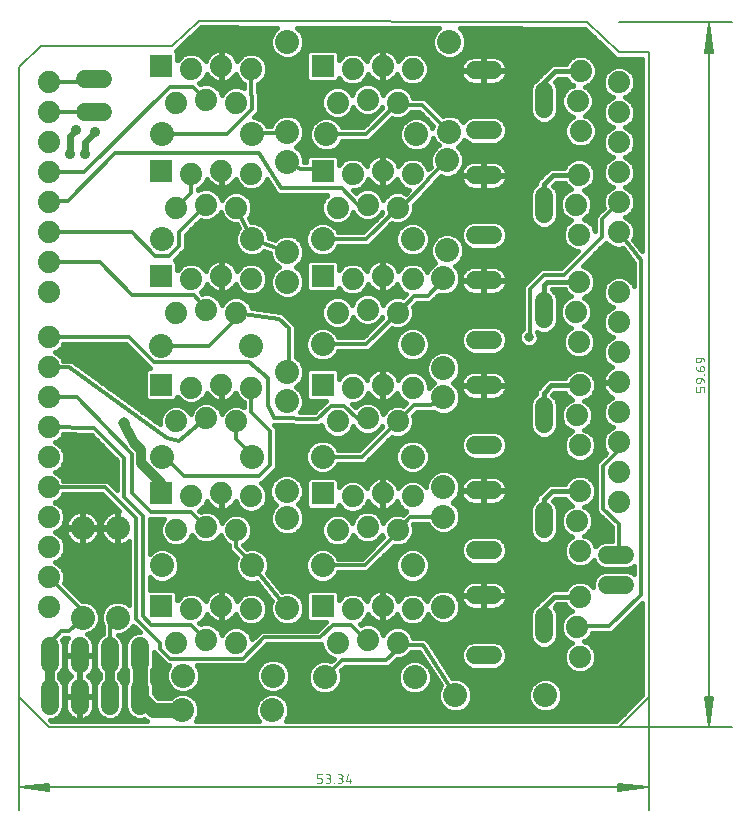
<source format=gtl>
G75*
%MOIN*%
%OFA0B0*%
%FSLAX25Y25*%
%IPPOS*%
%LPD*%
%AMOC8*
5,1,8,0,0,1.08239X$1,22.5*
%
%ADD10C,0.00600*%
%ADD11C,0.00512*%
%ADD12C,0.00300*%
%ADD13C,0.07400*%
%ADD14C,0.06000*%
%ADD15C,0.08000*%
%ADD16R,0.07400X0.07400*%
%ADD17C,0.01200*%
%ADD18C,0.05000*%
%ADD19C,0.03562*%
%ADD20C,0.02400*%
%ADD21C,0.03200*%
%ADD22C,0.03839*%
%ADD23C,0.01600*%
%ADD24C,0.03169*%
D10*
X0015000Y0028933D02*
X0005000Y0038933D01*
X0005000Y0248933D01*
X0012500Y0255933D01*
X0056000Y0255933D01*
X0065000Y0264433D01*
X0194500Y0263933D01*
X0205000Y0253933D01*
X0215000Y0253933D01*
X0215000Y0038933D01*
X0205000Y0028933D01*
X0015000Y0028933D01*
D11*
X0005000Y0038933D02*
X0005000Y0001256D01*
X0005256Y0008933D02*
X0015236Y0007909D01*
X0015236Y0007676D02*
X0005256Y0008933D01*
X0015236Y0009957D01*
X0015236Y0010190D02*
X0015236Y0007676D01*
X0015236Y0008421D02*
X0005256Y0008933D01*
X0015236Y0009445D01*
X0015236Y0010190D02*
X0005256Y0008933D01*
X0214744Y0008933D01*
X0204764Y0007909D01*
X0204764Y0007676D02*
X0214744Y0008933D01*
X0204764Y0009957D01*
X0204764Y0010190D02*
X0204764Y0007676D01*
X0204764Y0008421D02*
X0214744Y0008933D01*
X0204764Y0009445D01*
X0204764Y0010190D02*
X0214744Y0008933D01*
X0215000Y0001256D02*
X0215000Y0038933D01*
X0205000Y0028933D02*
X0242677Y0028933D01*
X0235000Y0029189D02*
X0236024Y0039169D01*
X0236257Y0039169D02*
X0235000Y0029189D01*
X0233976Y0039169D01*
X0233743Y0039169D02*
X0236257Y0039169D01*
X0235512Y0039169D02*
X0235000Y0029189D01*
X0234488Y0039169D01*
X0233743Y0039169D02*
X0235000Y0029189D01*
X0235000Y0263677D01*
X0236024Y0253697D01*
X0236257Y0253697D02*
X0235000Y0263677D01*
X0233976Y0253697D01*
X0233743Y0253697D02*
X0236257Y0253697D01*
X0235512Y0253697D02*
X0235000Y0263677D01*
X0234488Y0253697D01*
X0233743Y0253697D02*
X0235000Y0263677D01*
X0242677Y0263933D02*
X0205000Y0263933D01*
D12*
X0231444Y0152223D02*
X0232249Y0152223D01*
X0232249Y0151256D01*
X0232249Y0152223D02*
X0232319Y0152221D01*
X0232388Y0152215D01*
X0232458Y0152206D01*
X0232526Y0152193D01*
X0232594Y0152176D01*
X0232661Y0152156D01*
X0232726Y0152131D01*
X0232790Y0152104D01*
X0232853Y0152073D01*
X0232914Y0152038D01*
X0232972Y0152001D01*
X0233029Y0151960D01*
X0233083Y0151916D01*
X0233135Y0151870D01*
X0233185Y0151820D01*
X0233231Y0151768D01*
X0233275Y0151714D01*
X0233316Y0151657D01*
X0233353Y0151599D01*
X0233388Y0151538D01*
X0233419Y0151475D01*
X0233446Y0151411D01*
X0233471Y0151346D01*
X0233491Y0151279D01*
X0233508Y0151211D01*
X0233521Y0151143D01*
X0233530Y0151073D01*
X0233536Y0151004D01*
X0233538Y0150934D01*
X0232733Y0149343D02*
X0232572Y0149343D01*
X0232524Y0149341D01*
X0232476Y0149336D01*
X0232429Y0149327D01*
X0232382Y0149314D01*
X0232337Y0149298D01*
X0232293Y0149279D01*
X0232250Y0149257D01*
X0232209Y0149231D01*
X0232170Y0149203D01*
X0232134Y0149171D01*
X0232100Y0149137D01*
X0232069Y0149101D01*
X0232040Y0149062D01*
X0232014Y0149021D01*
X0231992Y0148978D01*
X0231973Y0148934D01*
X0231957Y0148889D01*
X0231944Y0148842D01*
X0231935Y0148795D01*
X0231930Y0148747D01*
X0231928Y0148699D01*
X0231927Y0148699D02*
X0231927Y0147732D01*
X0232733Y0147732D01*
X0232733Y0147731D02*
X0232788Y0147733D01*
X0232843Y0147739D01*
X0232897Y0147748D01*
X0232950Y0147761D01*
X0233003Y0147778D01*
X0233054Y0147798D01*
X0233104Y0147821D01*
X0233152Y0147848D01*
X0233198Y0147879D01*
X0233242Y0147912D01*
X0233283Y0147948D01*
X0233322Y0147987D01*
X0233358Y0148028D01*
X0233391Y0148072D01*
X0233422Y0148118D01*
X0233449Y0148166D01*
X0233472Y0148216D01*
X0233492Y0148267D01*
X0233509Y0148320D01*
X0233522Y0148373D01*
X0233531Y0148427D01*
X0233537Y0148482D01*
X0233539Y0148537D01*
X0233537Y0148592D01*
X0233531Y0148647D01*
X0233522Y0148701D01*
X0233509Y0148754D01*
X0233492Y0148807D01*
X0233472Y0148858D01*
X0233449Y0148908D01*
X0233422Y0148956D01*
X0233391Y0149002D01*
X0233358Y0149046D01*
X0233322Y0149087D01*
X0233283Y0149126D01*
X0233242Y0149162D01*
X0233198Y0149195D01*
X0233152Y0149226D01*
X0233104Y0149253D01*
X0233054Y0149276D01*
X0233003Y0149296D01*
X0232950Y0149313D01*
X0232897Y0149326D01*
X0232843Y0149335D01*
X0232788Y0149341D01*
X0232733Y0149343D01*
X0231927Y0147732D02*
X0231857Y0147734D01*
X0231788Y0147740D01*
X0231718Y0147749D01*
X0231650Y0147762D01*
X0231582Y0147779D01*
X0231515Y0147799D01*
X0231450Y0147824D01*
X0231386Y0147851D01*
X0231323Y0147882D01*
X0231262Y0147917D01*
X0231204Y0147954D01*
X0231147Y0147995D01*
X0231093Y0148039D01*
X0231041Y0148085D01*
X0230991Y0148135D01*
X0230945Y0148187D01*
X0230901Y0148241D01*
X0230860Y0148298D01*
X0230823Y0148356D01*
X0230788Y0148417D01*
X0230757Y0148480D01*
X0230730Y0148544D01*
X0230705Y0148609D01*
X0230685Y0148676D01*
X0230668Y0148744D01*
X0230655Y0148812D01*
X0230646Y0148882D01*
X0230640Y0148951D01*
X0230638Y0149021D01*
X0231444Y0150612D02*
X0231605Y0150612D01*
X0231653Y0150614D01*
X0231701Y0150619D01*
X0231748Y0150628D01*
X0231795Y0150641D01*
X0231840Y0150657D01*
X0231884Y0150676D01*
X0231927Y0150698D01*
X0231968Y0150724D01*
X0232007Y0150753D01*
X0232043Y0150784D01*
X0232077Y0150818D01*
X0232108Y0150854D01*
X0232137Y0150893D01*
X0232163Y0150934D01*
X0232185Y0150977D01*
X0232204Y0151021D01*
X0232220Y0151066D01*
X0232233Y0151113D01*
X0232242Y0151160D01*
X0232247Y0151208D01*
X0232249Y0151256D01*
X0231444Y0150611D02*
X0231389Y0150613D01*
X0231334Y0150619D01*
X0231280Y0150628D01*
X0231227Y0150641D01*
X0231174Y0150658D01*
X0231123Y0150678D01*
X0231073Y0150701D01*
X0231025Y0150728D01*
X0230979Y0150759D01*
X0230935Y0150792D01*
X0230894Y0150828D01*
X0230855Y0150867D01*
X0230819Y0150908D01*
X0230786Y0150952D01*
X0230755Y0150998D01*
X0230728Y0151046D01*
X0230705Y0151096D01*
X0230685Y0151147D01*
X0230668Y0151200D01*
X0230655Y0151253D01*
X0230646Y0151307D01*
X0230640Y0151362D01*
X0230638Y0151417D01*
X0230640Y0151472D01*
X0230646Y0151527D01*
X0230655Y0151581D01*
X0230668Y0151634D01*
X0230685Y0151687D01*
X0230705Y0151738D01*
X0230728Y0151788D01*
X0230755Y0151836D01*
X0230786Y0151882D01*
X0230819Y0151926D01*
X0230855Y0151967D01*
X0230894Y0152006D01*
X0230935Y0152042D01*
X0230979Y0152075D01*
X0231025Y0152106D01*
X0231073Y0152133D01*
X0231123Y0152156D01*
X0231174Y0152176D01*
X0231227Y0152193D01*
X0231280Y0152206D01*
X0231334Y0152215D01*
X0231389Y0152221D01*
X0231444Y0152223D01*
X0233377Y0146602D02*
X0233538Y0146602D01*
X0233538Y0146441D01*
X0233377Y0146441D01*
X0233377Y0146602D01*
X0232249Y0145311D02*
X0231444Y0145311D01*
X0232249Y0145311D02*
X0232249Y0144344D01*
X0232249Y0145311D02*
X0232319Y0145309D01*
X0232388Y0145303D01*
X0232458Y0145294D01*
X0232526Y0145281D01*
X0232594Y0145264D01*
X0232661Y0145244D01*
X0232726Y0145219D01*
X0232790Y0145192D01*
X0232853Y0145161D01*
X0232914Y0145126D01*
X0232972Y0145089D01*
X0233029Y0145048D01*
X0233083Y0145004D01*
X0233135Y0144958D01*
X0233185Y0144908D01*
X0233231Y0144856D01*
X0233275Y0144802D01*
X0233316Y0144745D01*
X0233353Y0144687D01*
X0233388Y0144626D01*
X0233419Y0144563D01*
X0233446Y0144499D01*
X0233471Y0144434D01*
X0233491Y0144367D01*
X0233508Y0144299D01*
X0233521Y0144231D01*
X0233530Y0144161D01*
X0233536Y0144092D01*
X0233538Y0144022D01*
X0232894Y0142431D02*
X0232572Y0142431D01*
X0232521Y0142429D01*
X0232471Y0142423D01*
X0232422Y0142413D01*
X0232373Y0142399D01*
X0232326Y0142382D01*
X0232280Y0142361D01*
X0232236Y0142336D01*
X0232193Y0142308D01*
X0232154Y0142277D01*
X0232117Y0142242D01*
X0232082Y0142205D01*
X0232051Y0142166D01*
X0232023Y0142123D01*
X0231998Y0142079D01*
X0231977Y0142033D01*
X0231960Y0141986D01*
X0231946Y0141937D01*
X0231936Y0141888D01*
X0231930Y0141838D01*
X0231928Y0141787D01*
X0231927Y0141787D02*
X0231927Y0140820D01*
X0230638Y0140820D01*
X0230638Y0142431D01*
X0231444Y0143700D02*
X0231605Y0143700D01*
X0231653Y0143702D01*
X0231701Y0143707D01*
X0231748Y0143716D01*
X0231795Y0143729D01*
X0231840Y0143745D01*
X0231884Y0143764D01*
X0231927Y0143786D01*
X0231968Y0143812D01*
X0232007Y0143841D01*
X0232043Y0143872D01*
X0232077Y0143906D01*
X0232108Y0143942D01*
X0232137Y0143981D01*
X0232163Y0144022D01*
X0232185Y0144065D01*
X0232204Y0144109D01*
X0232220Y0144154D01*
X0232233Y0144201D01*
X0232242Y0144248D01*
X0232247Y0144296D01*
X0232249Y0144344D01*
X0231444Y0143699D02*
X0231389Y0143701D01*
X0231334Y0143707D01*
X0231280Y0143716D01*
X0231227Y0143729D01*
X0231174Y0143746D01*
X0231123Y0143766D01*
X0231073Y0143789D01*
X0231025Y0143816D01*
X0230979Y0143847D01*
X0230935Y0143880D01*
X0230894Y0143916D01*
X0230855Y0143955D01*
X0230819Y0143996D01*
X0230786Y0144040D01*
X0230755Y0144086D01*
X0230728Y0144134D01*
X0230705Y0144184D01*
X0230685Y0144235D01*
X0230668Y0144288D01*
X0230655Y0144341D01*
X0230646Y0144395D01*
X0230640Y0144450D01*
X0230638Y0144505D01*
X0230640Y0144560D01*
X0230646Y0144615D01*
X0230655Y0144669D01*
X0230668Y0144722D01*
X0230685Y0144775D01*
X0230705Y0144826D01*
X0230728Y0144876D01*
X0230755Y0144924D01*
X0230786Y0144970D01*
X0230819Y0145014D01*
X0230855Y0145055D01*
X0230894Y0145094D01*
X0230935Y0145130D01*
X0230979Y0145163D01*
X0231025Y0145194D01*
X0231073Y0145221D01*
X0231123Y0145244D01*
X0231174Y0145264D01*
X0231227Y0145281D01*
X0231280Y0145294D01*
X0231334Y0145303D01*
X0231389Y0145309D01*
X0231444Y0145311D01*
X0232894Y0142431D02*
X0232942Y0142429D01*
X0232990Y0142424D01*
X0233037Y0142415D01*
X0233084Y0142402D01*
X0233129Y0142386D01*
X0233173Y0142367D01*
X0233216Y0142345D01*
X0233257Y0142319D01*
X0233296Y0142290D01*
X0233332Y0142259D01*
X0233366Y0142225D01*
X0233397Y0142189D01*
X0233426Y0142150D01*
X0233452Y0142109D01*
X0233474Y0142066D01*
X0233493Y0142022D01*
X0233509Y0141977D01*
X0233522Y0141930D01*
X0233531Y0141883D01*
X0233536Y0141835D01*
X0233538Y0141787D01*
X0233538Y0140820D01*
X0114823Y0013295D02*
X0114179Y0011039D01*
X0115790Y0011039D01*
X0115307Y0011684D02*
X0115307Y0010395D01*
X0112266Y0012006D02*
X0111621Y0012006D01*
X0112266Y0012006D02*
X0112315Y0012008D01*
X0112364Y0012014D01*
X0112413Y0012023D01*
X0112460Y0012036D01*
X0112507Y0012053D01*
X0112552Y0012073D01*
X0112595Y0012096D01*
X0112637Y0012123D01*
X0112676Y0012153D01*
X0112713Y0012186D01*
X0112747Y0012222D01*
X0112778Y0012260D01*
X0112807Y0012300D01*
X0112832Y0012342D01*
X0112854Y0012387D01*
X0112872Y0012432D01*
X0112887Y0012479D01*
X0112898Y0012527D01*
X0112906Y0012576D01*
X0112910Y0012625D01*
X0112910Y0012675D01*
X0112906Y0012724D01*
X0112898Y0012773D01*
X0112887Y0012821D01*
X0112872Y0012868D01*
X0112854Y0012913D01*
X0112832Y0012958D01*
X0112807Y0013000D01*
X0112778Y0013040D01*
X0112747Y0013078D01*
X0112713Y0013114D01*
X0112676Y0013147D01*
X0112637Y0013177D01*
X0112595Y0013204D01*
X0112552Y0013227D01*
X0112507Y0013247D01*
X0112460Y0013264D01*
X0112413Y0013277D01*
X0112364Y0013286D01*
X0112315Y0013292D01*
X0112266Y0013294D01*
X0112266Y0013295D02*
X0111299Y0013295D01*
X0112104Y0012006D02*
X0112159Y0012004D01*
X0112214Y0011998D01*
X0112268Y0011989D01*
X0112321Y0011976D01*
X0112374Y0011959D01*
X0112425Y0011939D01*
X0112475Y0011916D01*
X0112523Y0011889D01*
X0112569Y0011858D01*
X0112613Y0011825D01*
X0112654Y0011789D01*
X0112693Y0011750D01*
X0112729Y0011709D01*
X0112762Y0011665D01*
X0112793Y0011619D01*
X0112820Y0011571D01*
X0112843Y0011521D01*
X0112863Y0011470D01*
X0112880Y0011417D01*
X0112893Y0011364D01*
X0112902Y0011310D01*
X0112908Y0011255D01*
X0112910Y0011200D01*
X0112908Y0011145D01*
X0112902Y0011090D01*
X0112893Y0011036D01*
X0112880Y0010983D01*
X0112863Y0010930D01*
X0112843Y0010879D01*
X0112820Y0010829D01*
X0112793Y0010781D01*
X0112762Y0010735D01*
X0112729Y0010691D01*
X0112693Y0010650D01*
X0112654Y0010611D01*
X0112613Y0010575D01*
X0112569Y0010542D01*
X0112523Y0010511D01*
X0112475Y0010484D01*
X0112425Y0010461D01*
X0112374Y0010441D01*
X0112321Y0010424D01*
X0112268Y0010411D01*
X0112214Y0010402D01*
X0112159Y0010396D01*
X0112104Y0010394D01*
X0112104Y0010395D02*
X0111299Y0010395D01*
X0110169Y0010395D02*
X0110008Y0010395D01*
X0110008Y0010556D01*
X0110169Y0010556D01*
X0110169Y0010395D01*
X0108072Y0010395D02*
X0107267Y0010395D01*
X0108072Y0010394D02*
X0108127Y0010396D01*
X0108182Y0010402D01*
X0108236Y0010411D01*
X0108289Y0010424D01*
X0108342Y0010441D01*
X0108393Y0010461D01*
X0108443Y0010484D01*
X0108491Y0010511D01*
X0108537Y0010542D01*
X0108581Y0010575D01*
X0108622Y0010611D01*
X0108661Y0010650D01*
X0108697Y0010691D01*
X0108730Y0010735D01*
X0108761Y0010781D01*
X0108788Y0010829D01*
X0108811Y0010879D01*
X0108831Y0010930D01*
X0108848Y0010983D01*
X0108861Y0011036D01*
X0108870Y0011090D01*
X0108876Y0011145D01*
X0108878Y0011200D01*
X0108876Y0011255D01*
X0108870Y0011310D01*
X0108861Y0011364D01*
X0108848Y0011417D01*
X0108831Y0011470D01*
X0108811Y0011521D01*
X0108788Y0011571D01*
X0108761Y0011619D01*
X0108730Y0011665D01*
X0108697Y0011709D01*
X0108661Y0011750D01*
X0108622Y0011789D01*
X0108581Y0011825D01*
X0108537Y0011858D01*
X0108491Y0011889D01*
X0108443Y0011916D01*
X0108393Y0011939D01*
X0108342Y0011959D01*
X0108289Y0011976D01*
X0108236Y0011989D01*
X0108182Y0011998D01*
X0108127Y0012004D01*
X0108072Y0012006D01*
X0108234Y0012006D02*
X0107589Y0012006D01*
X0108234Y0012006D02*
X0108283Y0012008D01*
X0108332Y0012014D01*
X0108381Y0012023D01*
X0108428Y0012036D01*
X0108475Y0012053D01*
X0108520Y0012073D01*
X0108563Y0012096D01*
X0108605Y0012123D01*
X0108644Y0012153D01*
X0108681Y0012186D01*
X0108715Y0012222D01*
X0108746Y0012260D01*
X0108775Y0012300D01*
X0108800Y0012342D01*
X0108822Y0012387D01*
X0108840Y0012432D01*
X0108855Y0012479D01*
X0108866Y0012527D01*
X0108874Y0012576D01*
X0108878Y0012625D01*
X0108878Y0012675D01*
X0108874Y0012724D01*
X0108866Y0012773D01*
X0108855Y0012821D01*
X0108840Y0012868D01*
X0108822Y0012913D01*
X0108800Y0012958D01*
X0108775Y0013000D01*
X0108746Y0013040D01*
X0108715Y0013078D01*
X0108681Y0013114D01*
X0108644Y0013147D01*
X0108605Y0013177D01*
X0108563Y0013204D01*
X0108520Y0013227D01*
X0108475Y0013247D01*
X0108428Y0013264D01*
X0108381Y0013277D01*
X0108332Y0013286D01*
X0108283Y0013292D01*
X0108234Y0013294D01*
X0108234Y0013295D02*
X0107267Y0013295D01*
X0105998Y0013295D02*
X0104387Y0013295D01*
X0104387Y0012006D01*
X0105354Y0012006D01*
X0105402Y0012004D01*
X0105450Y0011999D01*
X0105497Y0011990D01*
X0105544Y0011977D01*
X0105589Y0011961D01*
X0105633Y0011942D01*
X0105676Y0011920D01*
X0105717Y0011894D01*
X0105756Y0011865D01*
X0105792Y0011834D01*
X0105826Y0011800D01*
X0105857Y0011764D01*
X0105886Y0011725D01*
X0105912Y0011684D01*
X0105934Y0011641D01*
X0105953Y0011597D01*
X0105969Y0011552D01*
X0105982Y0011505D01*
X0105991Y0011458D01*
X0105996Y0011410D01*
X0105998Y0011362D01*
X0105998Y0011039D01*
X0105996Y0010991D01*
X0105991Y0010943D01*
X0105982Y0010896D01*
X0105969Y0010849D01*
X0105953Y0010804D01*
X0105934Y0010760D01*
X0105912Y0010717D01*
X0105886Y0010676D01*
X0105857Y0010637D01*
X0105826Y0010601D01*
X0105792Y0010567D01*
X0105756Y0010536D01*
X0105717Y0010507D01*
X0105676Y0010481D01*
X0105633Y0010459D01*
X0105589Y0010440D01*
X0105544Y0010424D01*
X0105497Y0010411D01*
X0105450Y0010402D01*
X0105402Y0010397D01*
X0105354Y0010395D01*
X0104387Y0010395D01*
D13*
X0111250Y0057183D03*
X0121250Y0058183D03*
X0131250Y0057183D03*
X0136250Y0068433D03*
X0126250Y0069433D03*
X0116250Y0068433D03*
X0111250Y0094683D03*
X0121250Y0095683D03*
X0131250Y0094683D03*
X0136250Y0105933D03*
X0126250Y0106933D03*
X0116250Y0105933D03*
X0111250Y0130933D03*
X0121250Y0131933D03*
X0131250Y0130933D03*
X0136250Y0142183D03*
X0126250Y0143183D03*
X0116250Y0142183D03*
X0111250Y0167183D03*
X0121250Y0168183D03*
X0131250Y0167183D03*
X0136250Y0178433D03*
X0126250Y0179433D03*
X0116250Y0178433D03*
X0111250Y0202183D03*
X0121250Y0203183D03*
X0131250Y0202183D03*
X0136250Y0213433D03*
X0126250Y0214433D03*
X0116250Y0213433D03*
X0111250Y0237183D03*
X0121250Y0238183D03*
X0131250Y0237183D03*
X0136250Y0248433D03*
X0126250Y0249433D03*
X0116250Y0248433D03*
X0082500Y0248433D03*
X0072500Y0249433D03*
X0062500Y0248433D03*
X0067500Y0238183D03*
X0057500Y0237183D03*
X0077500Y0237183D03*
X0072500Y0214433D03*
X0062500Y0213433D03*
X0067500Y0203183D03*
X0057500Y0202183D03*
X0077500Y0202183D03*
X0082500Y0213433D03*
X0082500Y0178433D03*
X0072500Y0179433D03*
X0062500Y0178433D03*
X0067500Y0168183D03*
X0057500Y0167183D03*
X0077500Y0167183D03*
X0072500Y0143183D03*
X0062500Y0142183D03*
X0067500Y0131933D03*
X0057500Y0130933D03*
X0077500Y0130933D03*
X0082500Y0142183D03*
X0072500Y0106933D03*
X0062500Y0105933D03*
X0067500Y0095683D03*
X0057500Y0094683D03*
X0077500Y0094683D03*
X0082500Y0105933D03*
X0072500Y0069433D03*
X0062500Y0068433D03*
X0067500Y0058183D03*
X0057500Y0057183D03*
X0077500Y0057183D03*
X0082500Y0068433D03*
X0015000Y0068933D03*
X0015000Y0078933D03*
X0015000Y0088933D03*
X0015000Y0098933D03*
X0015000Y0108933D03*
X0015000Y0118933D03*
X0015000Y0128933D03*
X0015000Y0138933D03*
X0015000Y0148933D03*
X0015000Y0158933D03*
X0015000Y0173933D03*
X0015000Y0183933D03*
X0015000Y0193933D03*
X0015000Y0203933D03*
X0015000Y0213933D03*
X0015000Y0223933D03*
X0015000Y0233933D03*
X0015000Y0243933D03*
X0191250Y0237683D03*
X0192250Y0227683D03*
X0191750Y0213183D03*
X0190750Y0203183D03*
X0191750Y0193183D03*
X0205000Y0193933D03*
X0205000Y0203933D03*
X0205000Y0213933D03*
X0205000Y0223933D03*
X0205000Y0233933D03*
X0205000Y0243933D03*
X0192250Y0247683D03*
X0191750Y0177433D03*
X0190750Y0167433D03*
X0191750Y0157433D03*
X0205000Y0153933D03*
X0205000Y0143933D03*
X0205000Y0133933D03*
X0205000Y0123933D03*
X0205000Y0113933D03*
X0205000Y0103933D03*
X0192000Y0107683D03*
X0191000Y0097683D03*
X0192000Y0087683D03*
X0192000Y0072433D03*
X0191000Y0062433D03*
X0192000Y0052433D03*
X0192000Y0122933D03*
X0191000Y0132933D03*
X0192000Y0142933D03*
X0205000Y0163933D03*
X0205000Y0173933D03*
D14*
X0180000Y0170933D02*
X0180000Y0164933D01*
X0163000Y0157933D02*
X0157000Y0157933D01*
X0157000Y0142933D02*
X0163000Y0142933D01*
X0180000Y0135933D02*
X0180000Y0129933D01*
X0163000Y0122933D02*
X0157000Y0122933D01*
X0157000Y0107933D02*
X0163000Y0107933D01*
X0180000Y0100933D02*
X0180000Y0094933D01*
X0163000Y0087933D02*
X0157000Y0087933D01*
X0157000Y0072933D02*
X0163000Y0072933D01*
X0180000Y0065933D02*
X0180000Y0059933D01*
X0163000Y0052933D02*
X0157000Y0052933D01*
X0201000Y0076433D02*
X0207000Y0076433D01*
X0207000Y0086433D02*
X0201000Y0086433D01*
X0163000Y0177933D02*
X0157000Y0177933D01*
X0157000Y0192933D02*
X0163000Y0192933D01*
X0180000Y0199933D02*
X0180000Y0205933D01*
X0163000Y0212933D02*
X0157000Y0212933D01*
X0157000Y0227933D02*
X0163000Y0227933D01*
X0180000Y0234933D02*
X0180000Y0240933D01*
X0163000Y0247933D02*
X0157000Y0247933D01*
X0033000Y0245183D02*
X0027000Y0245183D01*
X0027000Y0234183D02*
X0033000Y0234183D01*
X0035250Y0055933D02*
X0035250Y0049933D01*
X0035250Y0042183D02*
X0035250Y0036183D01*
X0025250Y0036183D02*
X0025250Y0042183D01*
X0025250Y0049933D02*
X0025250Y0055933D01*
X0015250Y0055933D02*
X0015250Y0049933D01*
X0015250Y0042183D02*
X0015250Y0036183D01*
X0045250Y0036183D02*
X0045250Y0042183D01*
X0045250Y0049933D02*
X0045250Y0055933D01*
D15*
X0038000Y0065433D03*
X0026250Y0065433D03*
X0026250Y0095433D03*
X0038000Y0095433D03*
X0052750Y0082933D03*
X0082750Y0082933D03*
X0094500Y0068683D03*
X0106250Y0082933D03*
X0094500Y0098683D03*
X0094250Y0107683D03*
X0082750Y0119183D03*
X0094250Y0137683D03*
X0094500Y0147433D03*
X0106250Y0156683D03*
X0094500Y0177433D03*
X0094500Y0187433D03*
X0082750Y0191683D03*
X0106250Y0191683D03*
X0094500Y0217433D03*
X0094500Y0227433D03*
X0082750Y0226683D03*
X0107500Y0226683D03*
X0094500Y0257433D03*
X0052750Y0226683D03*
X0052750Y0191683D03*
X0052250Y0156183D03*
X0082250Y0156183D03*
X0106250Y0119183D03*
X0136250Y0119183D03*
X0146500Y0108933D03*
X0146500Y0099183D03*
X0136250Y0082933D03*
X0146500Y0069183D03*
X0137000Y0045683D03*
X0150500Y0039683D03*
X0180500Y0039683D03*
X0107000Y0045683D03*
X0089750Y0046183D03*
X0089500Y0034683D03*
X0059500Y0034683D03*
X0059750Y0046183D03*
X0052750Y0119183D03*
X0136250Y0156683D03*
X0146500Y0148683D03*
X0146500Y0138933D03*
X0146500Y0178683D03*
X0147750Y0187933D03*
X0136250Y0191683D03*
X0147750Y0217933D03*
X0148500Y0227433D03*
X0137500Y0226683D03*
X0148500Y0257433D03*
D16*
X0106250Y0249433D03*
X0106250Y0214433D03*
X0106250Y0179433D03*
X0106250Y0143183D03*
X0106250Y0106933D03*
X0106250Y0069433D03*
X0052500Y0069433D03*
X0052500Y0106933D03*
X0052500Y0143183D03*
X0052500Y0179433D03*
X0052500Y0214433D03*
X0052500Y0249433D03*
D17*
X0055305Y0242483D02*
X0063200Y0242483D01*
X0067500Y0238183D01*
X0074495Y0226683D02*
X0082800Y0234988D01*
X0082800Y0239378D01*
X0082500Y0239678D01*
X0082500Y0248433D01*
X0082750Y0226683D02*
X0094500Y0227433D01*
X0094500Y0217433D02*
X0098750Y0215183D01*
X0106250Y0215183D01*
X0106250Y0214433D01*
X0112600Y0208733D02*
X0092250Y0208733D01*
X0085200Y0220283D01*
X0037000Y0220283D01*
X0021250Y0204533D01*
X0016000Y0204533D01*
X0015000Y0203933D01*
X0015000Y0193933D02*
X0042580Y0193933D01*
X0050430Y0186083D01*
X0055070Y0186083D01*
X0058350Y0189363D01*
X0058350Y0194033D01*
X0067500Y0203183D01*
X0062500Y0207183D02*
X0062500Y0213433D01*
X0062500Y0207183D02*
X0057500Y0202183D01*
X0077500Y0202183D02*
X0082750Y0191683D01*
X0094500Y0187433D01*
X0106250Y0191683D02*
X0120750Y0191683D01*
X0131250Y0202183D01*
X0132495Y0202183D01*
X0141550Y0211238D01*
X0141550Y0211733D01*
X0147750Y0217933D01*
X0148500Y0227433D02*
X0139500Y0236433D01*
X0132000Y0236433D01*
X0131250Y0237183D01*
X0120750Y0226683D01*
X0107500Y0226683D01*
X0112600Y0208733D02*
X0117850Y0203483D01*
X0121000Y0203483D01*
X0121250Y0203183D01*
X0146500Y0178683D02*
X0146500Y0177933D01*
X0141250Y0172683D01*
X0136750Y0172683D01*
X0131250Y0167183D01*
X0120750Y0156683D01*
X0106250Y0156683D01*
X0095000Y0151683D02*
X0094500Y0147433D01*
X0095000Y0151683D02*
X0095000Y0161933D01*
X0091750Y0165183D01*
X0077500Y0167183D01*
X0077500Y0165183D01*
X0068500Y0156183D01*
X0052250Y0156183D01*
X0049930Y0150583D02*
X0081595Y0150583D01*
X0088150Y0145528D01*
X0088150Y0136363D01*
X0089930Y0132083D01*
X0104405Y0131583D01*
X0109055Y0136233D01*
X0113445Y0136233D01*
X0117745Y0131933D01*
X0121250Y0131933D01*
X0131250Y0130933D02*
X0136750Y0136433D01*
X0142500Y0136433D01*
X0146500Y0138933D01*
X0131250Y0130933D02*
X0119500Y0119183D01*
X0106250Y0119183D01*
X0088750Y0116433D02*
X0085000Y0112683D01*
X0060000Y0112683D01*
X0053750Y0118933D01*
X0052750Y0119183D01*
X0054439Y0125383D02*
X0021889Y0148933D01*
X0015000Y0148933D01*
X0015000Y0138933D02*
X0024250Y0138933D01*
X0042700Y0119983D01*
X0042700Y0107070D01*
X0049137Y0100633D01*
X0062550Y0100633D01*
X0067500Y0095683D01*
X0077500Y0094683D02*
X0077500Y0088933D01*
X0082500Y0083933D01*
X0082750Y0082933D01*
X0091250Y0072433D01*
X0094500Y0068683D01*
X0086745Y0058933D02*
X0105505Y0058933D01*
X0109705Y0063133D01*
X0115800Y0063133D01*
X0120750Y0058183D01*
X0121250Y0058183D01*
X0127500Y0051433D02*
X0112750Y0051433D01*
X0107000Y0045683D01*
X0086745Y0058933D02*
X0079695Y0051883D01*
X0055305Y0051883D01*
X0052200Y0054988D01*
X0052200Y0056959D01*
X0044150Y0065009D01*
X0044150Y0098583D01*
X0033800Y0108933D01*
X0015000Y0108933D01*
X0015000Y0128933D02*
X0030150Y0128783D01*
X0040150Y0118783D01*
X0040070Y0105783D01*
X0046350Y0099503D01*
X0046350Y0065920D01*
X0049137Y0063133D01*
X0062550Y0063133D01*
X0067500Y0058183D01*
X0038000Y0065433D02*
X0035250Y0062683D01*
X0035250Y0052933D01*
X0026250Y0065433D02*
X0021750Y0060933D01*
X0019000Y0060933D01*
X0015250Y0057183D01*
X0015250Y0052933D01*
X0026250Y0065433D02*
X0026250Y0067683D01*
X0015000Y0078933D01*
X0054439Y0125383D02*
X0058550Y0124383D01*
X0067500Y0131933D01*
X0077500Y0130933D02*
X0077500Y0125183D01*
X0082500Y0120183D01*
X0082750Y0119183D01*
X0088750Y0116433D02*
X0088750Y0127683D01*
X0082500Y0133933D01*
X0082500Y0142183D01*
X0067500Y0168183D02*
X0063750Y0172683D01*
X0063300Y0173133D01*
X0042880Y0173133D01*
X0032080Y0183933D01*
X0015000Y0183933D01*
X0015000Y0158933D02*
X0041580Y0158933D01*
X0049930Y0150583D01*
X0026755Y0213933D02*
X0015000Y0213933D01*
X0026755Y0213933D02*
X0055305Y0242483D01*
X0052750Y0226683D02*
X0074495Y0226683D01*
X0030000Y0234183D02*
X0029750Y0233933D01*
X0015000Y0233933D01*
X0015000Y0243933D02*
X0028750Y0243933D01*
X0030000Y0245183D01*
X0135500Y0098933D02*
X0146250Y0098933D01*
X0146500Y0099183D01*
X0135500Y0098933D02*
X0131250Y0094683D01*
X0131250Y0093933D01*
X0120250Y0082933D01*
X0106250Y0082933D01*
X0131250Y0057183D02*
X0132000Y0056433D01*
X0139750Y0056433D01*
X0150500Y0039683D01*
X0131250Y0055183D02*
X0131250Y0057183D01*
X0131250Y0055183D02*
X0127500Y0051433D01*
X0191000Y0062433D02*
X0191250Y0062683D01*
X0201875Y0062683D01*
X0212250Y0073058D01*
X0212250Y0184683D01*
X0205000Y0193933D01*
X0199375Y0192412D02*
X0186696Y0179733D01*
X0180047Y0179733D01*
X0175500Y0175186D01*
X0175500Y0159933D01*
X0175456Y0159931D01*
X0175413Y0159925D01*
X0175371Y0159916D01*
X0175329Y0159903D01*
X0175289Y0159886D01*
X0175250Y0159866D01*
X0175213Y0159843D01*
X0175179Y0159816D01*
X0175146Y0159787D01*
X0175117Y0159754D01*
X0175090Y0159720D01*
X0175067Y0159683D01*
X0175047Y0159644D01*
X0175030Y0159604D01*
X0175017Y0159562D01*
X0175008Y0159520D01*
X0175002Y0159477D01*
X0175000Y0159433D01*
X0175000Y0158933D01*
X0199375Y0192412D02*
X0199375Y0198308D01*
X0205000Y0203933D01*
X0205000Y0123933D02*
X0205000Y0121287D01*
X0199800Y0116087D01*
X0199800Y0101779D01*
X0205000Y0096579D01*
X0205000Y0086433D01*
X0204000Y0086433D01*
X0205000Y0086433D02*
X0206250Y0086433D01*
X0191250Y0097683D02*
X0191000Y0097683D01*
X0191250Y0097683D02*
X0191250Y0099558D01*
D18*
X0059500Y0034683D02*
X0049750Y0034683D01*
X0045250Y0039183D01*
X0045250Y0052933D01*
D19*
X0027500Y0104933D03*
X0022000Y0104933D03*
X0022000Y0112933D03*
X0027500Y0112933D03*
X0023500Y0122433D03*
X0028500Y0125433D03*
X0038500Y0142933D03*
X0027000Y0219933D03*
X0022000Y0219933D03*
X0024000Y0227933D03*
X0030500Y0227433D03*
D20*
X0027000Y0223933D01*
X0027000Y0219933D01*
X0022000Y0219933D02*
X0022000Y0225933D01*
X0024000Y0227933D01*
D21*
X0040000Y0130433D02*
X0040000Y0129933D01*
X0043332Y0123802D01*
X0045817Y0121317D01*
X0045817Y0116924D01*
X0052500Y0110241D01*
X0052500Y0106933D01*
X0035250Y0052933D02*
X0035250Y0039183D01*
X0015250Y0039183D02*
X0015250Y0052933D01*
D22*
X0040000Y0130433D03*
D23*
X0046134Y0134230D02*
X0053161Y0134230D01*
X0052922Y0133992D02*
X0052100Y0132007D01*
X0052100Y0129914D01*
X0023385Y0150689D01*
X0022841Y0151233D01*
X0022633Y0151233D01*
X0022465Y0151355D01*
X0021705Y0151233D01*
X0019892Y0151233D01*
X0019578Y0151992D01*
X0018059Y0153511D01*
X0017040Y0153933D01*
X0018059Y0154355D01*
X0019578Y0155874D01*
X0019892Y0156633D01*
X0040628Y0156633D01*
X0047630Y0149630D01*
X0048678Y0148583D01*
X0048096Y0148583D01*
X0047100Y0147587D01*
X0047100Y0138779D01*
X0048096Y0137783D01*
X0056904Y0137783D01*
X0057900Y0138779D01*
X0057900Y0139178D01*
X0057922Y0139124D01*
X0059441Y0137605D01*
X0061426Y0136783D01*
X0063574Y0136783D01*
X0065559Y0137605D01*
X0067078Y0139124D01*
X0067669Y0140550D01*
X0067796Y0140300D01*
X0068305Y0139600D01*
X0068917Y0138988D01*
X0069617Y0138479D01*
X0070389Y0138086D01*
X0071212Y0137819D01*
X0072067Y0137683D01*
X0072300Y0137683D01*
X0072300Y0142983D01*
X0072700Y0142983D01*
X0072700Y0137683D01*
X0072933Y0137683D01*
X0073788Y0137819D01*
X0074611Y0138086D01*
X0075383Y0138479D01*
X0076083Y0138988D01*
X0076695Y0139600D01*
X0077204Y0140300D01*
X0077331Y0140550D01*
X0077922Y0139124D01*
X0079441Y0137605D01*
X0080200Y0137291D01*
X0080200Y0135660D01*
X0078574Y0136333D01*
X0076426Y0136333D01*
X0074441Y0135511D01*
X0072922Y0133992D01*
X0072707Y0133473D01*
X0072078Y0134992D01*
X0070559Y0136511D01*
X0068574Y0137333D01*
X0066426Y0137333D01*
X0064441Y0136511D01*
X0062922Y0134992D01*
X0062293Y0133473D01*
X0062078Y0133992D01*
X0060559Y0135511D01*
X0058574Y0136333D01*
X0056426Y0136333D01*
X0054441Y0135511D01*
X0052922Y0133992D01*
X0052359Y0132632D02*
X0048343Y0132632D01*
X0050553Y0131033D02*
X0052100Y0131033D01*
X0055209Y0135829D02*
X0043925Y0135829D01*
X0041715Y0137427D02*
X0059870Y0137427D01*
X0059791Y0135829D02*
X0063759Y0135829D01*
X0062607Y0134230D02*
X0061839Y0134230D01*
X0065130Y0137427D02*
X0079870Y0137427D01*
X0079791Y0135829D02*
X0080200Y0135829D01*
X0078020Y0139026D02*
X0076121Y0139026D01*
X0075209Y0135829D02*
X0071241Y0135829D01*
X0072393Y0134230D02*
X0073161Y0134230D01*
X0072700Y0139026D02*
X0072300Y0139026D01*
X0072300Y0140624D02*
X0072700Y0140624D01*
X0072700Y0142223D02*
X0072300Y0142223D01*
X0068879Y0139026D02*
X0066980Y0139026D01*
X0058020Y0139026D02*
X0057900Y0139026D01*
X0047100Y0139026D02*
X0039506Y0139026D01*
X0037296Y0140624D02*
X0047100Y0140624D01*
X0047100Y0142223D02*
X0035087Y0142223D01*
X0032878Y0143821D02*
X0047100Y0143821D01*
X0047100Y0145420D02*
X0030668Y0145420D01*
X0028459Y0147018D02*
X0047100Y0147018D01*
X0048644Y0148617D02*
X0026249Y0148617D01*
X0024040Y0150215D02*
X0047045Y0150215D01*
X0045447Y0151814D02*
X0019652Y0151814D01*
X0018157Y0153412D02*
X0043848Y0153412D01*
X0042250Y0155011D02*
X0018715Y0155011D01*
X0019882Y0156610D02*
X0040651Y0156610D01*
X0057900Y0181439D02*
X0057900Y0183837D01*
X0056988Y0184749D01*
X0059303Y0187063D01*
X0060650Y0188411D01*
X0060650Y0193080D01*
X0065667Y0198097D01*
X0066426Y0197783D01*
X0068574Y0197783D01*
X0070559Y0198605D01*
X0072078Y0200124D01*
X0072293Y0200643D01*
X0072922Y0199124D01*
X0074441Y0197605D01*
X0076426Y0196783D01*
X0077629Y0196783D01*
X0078349Y0195343D01*
X0077918Y0194912D01*
X0077050Y0192817D01*
X0077050Y0190549D01*
X0077918Y0188454D01*
X0079521Y0186851D01*
X0081616Y0185983D01*
X0083884Y0185983D01*
X0085979Y0186851D01*
X0086874Y0187746D01*
X0088800Y0187049D01*
X0088800Y0186299D01*
X0089668Y0184204D01*
X0091271Y0182601D01*
X0091676Y0182433D01*
X0091271Y0182265D01*
X0089668Y0180662D01*
X0088800Y0178567D01*
X0088800Y0176299D01*
X0089668Y0174204D01*
X0091271Y0172601D01*
X0093366Y0171733D01*
X0095634Y0171733D01*
X0097729Y0172601D01*
X0099332Y0174204D01*
X0100200Y0176299D01*
X0100200Y0178567D01*
X0099332Y0180662D01*
X0097729Y0182265D01*
X0097324Y0182433D01*
X0097729Y0182601D01*
X0099332Y0184204D01*
X0100200Y0186299D01*
X0100200Y0188567D01*
X0099332Y0190662D01*
X0097729Y0192265D01*
X0095634Y0193133D01*
X0093366Y0193133D01*
X0091271Y0192265D01*
X0090376Y0191370D01*
X0088450Y0192067D01*
X0088450Y0192817D01*
X0087582Y0194912D01*
X0085979Y0196515D01*
X0083884Y0197383D01*
X0082471Y0197383D01*
X0081760Y0198806D01*
X0082078Y0199124D01*
X0082900Y0201109D01*
X0082900Y0203257D01*
X0082078Y0205242D01*
X0080559Y0206761D01*
X0078574Y0207583D01*
X0076426Y0207583D01*
X0074441Y0206761D01*
X0072922Y0205242D01*
X0072707Y0204723D01*
X0072078Y0206242D01*
X0070559Y0207761D01*
X0068574Y0208583D01*
X0066426Y0208583D01*
X0064800Y0207910D01*
X0064800Y0208541D01*
X0065559Y0208855D01*
X0067078Y0210374D01*
X0067669Y0211800D01*
X0067796Y0211550D01*
X0068305Y0210850D01*
X0068917Y0210238D01*
X0069617Y0209729D01*
X0070389Y0209336D01*
X0071212Y0209069D01*
X0072067Y0208933D01*
X0072300Y0208933D01*
X0072300Y0214233D01*
X0072700Y0214233D01*
X0072700Y0208933D01*
X0072933Y0208933D01*
X0073788Y0209069D01*
X0074611Y0209336D01*
X0075383Y0209729D01*
X0076083Y0210238D01*
X0076695Y0210850D01*
X0077204Y0211550D01*
X0077331Y0211800D01*
X0077922Y0210374D01*
X0079441Y0208855D01*
X0081426Y0208033D01*
X0083574Y0208033D01*
X0085559Y0208855D01*
X0087078Y0210374D01*
X0087674Y0211815D01*
X0089950Y0208087D01*
X0089950Y0207780D01*
X0090430Y0207301D01*
X0090783Y0206722D01*
X0091081Y0206650D01*
X0091297Y0206433D01*
X0091976Y0206433D01*
X0092635Y0206274D01*
X0092896Y0206433D01*
X0107863Y0206433D01*
X0106672Y0205242D01*
X0105850Y0203257D01*
X0105850Y0201109D01*
X0106672Y0199124D01*
X0108191Y0197605D01*
X0110176Y0196783D01*
X0112324Y0196783D01*
X0114309Y0197605D01*
X0115828Y0199124D01*
X0116457Y0200643D01*
X0116672Y0200124D01*
X0118191Y0198605D01*
X0120176Y0197783D01*
X0122324Y0197783D01*
X0124309Y0198605D01*
X0125828Y0200124D01*
X0126043Y0200643D01*
X0126164Y0200350D01*
X0119797Y0193983D01*
X0111467Y0193983D01*
X0111082Y0194912D01*
X0109479Y0196515D01*
X0107384Y0197383D01*
X0105116Y0197383D01*
X0103021Y0196515D01*
X0101418Y0194912D01*
X0100550Y0192817D01*
X0100550Y0190549D01*
X0101418Y0188454D01*
X0103021Y0186851D01*
X0105116Y0185983D01*
X0107384Y0185983D01*
X0109479Y0186851D01*
X0111082Y0188454D01*
X0111467Y0189383D01*
X0121703Y0189383D01*
X0129417Y0197097D01*
X0130176Y0196783D01*
X0132324Y0196783D01*
X0134309Y0197605D01*
X0135828Y0199124D01*
X0136650Y0201109D01*
X0136650Y0203085D01*
X0143850Y0210285D01*
X0143850Y0210780D01*
X0145687Y0212618D01*
X0146616Y0212233D01*
X0148884Y0212233D01*
X0150979Y0213101D01*
X0152503Y0214625D01*
X0152318Y0214057D01*
X0152200Y0213311D01*
X0152200Y0213133D01*
X0159800Y0213133D01*
X0159800Y0212733D01*
X0160200Y0212733D01*
X0160200Y0208133D01*
X0163378Y0208133D01*
X0164124Y0208251D01*
X0164843Y0208485D01*
X0165516Y0208828D01*
X0166127Y0209272D01*
X0166661Y0209806D01*
X0167105Y0210417D01*
X0167448Y0211091D01*
X0167682Y0211809D01*
X0167800Y0212555D01*
X0167800Y0212733D01*
X0160200Y0212733D01*
X0160200Y0213133D01*
X0167800Y0213133D01*
X0167800Y0213311D01*
X0167682Y0214057D01*
X0167448Y0214776D01*
X0167105Y0215449D01*
X0166661Y0216060D01*
X0166127Y0216594D01*
X0165516Y0217038D01*
X0164843Y0217381D01*
X0164124Y0217615D01*
X0163378Y0217733D01*
X0160200Y0217733D01*
X0160200Y0213133D01*
X0159800Y0213133D01*
X0159800Y0217733D01*
X0156622Y0217733D01*
X0155876Y0217615D01*
X0155157Y0217381D01*
X0154484Y0217038D01*
X0153873Y0216594D01*
X0153339Y0216060D01*
X0152895Y0215449D01*
X0152873Y0215406D01*
X0153450Y0216799D01*
X0153450Y0219067D01*
X0152582Y0221162D01*
X0151315Y0222429D01*
X0151729Y0222601D01*
X0153332Y0224204D01*
X0153552Y0224734D01*
X0154338Y0223949D01*
X0156065Y0223233D01*
X0163935Y0223233D01*
X0165662Y0223949D01*
X0166984Y0225271D01*
X0167700Y0226998D01*
X0167700Y0228868D01*
X0166984Y0230595D01*
X0165662Y0231918D01*
X0163935Y0232633D01*
X0156065Y0232633D01*
X0154338Y0231918D01*
X0153207Y0230787D01*
X0151729Y0232265D01*
X0149634Y0233133D01*
X0147366Y0233133D01*
X0146437Y0232748D01*
X0141800Y0237386D01*
X0140453Y0238733D01*
X0136453Y0238733D01*
X0135828Y0240242D01*
X0134309Y0241761D01*
X0132324Y0242583D01*
X0130176Y0242583D01*
X0128191Y0241761D01*
X0126672Y0240242D01*
X0126457Y0239723D01*
X0125828Y0241242D01*
X0124309Y0242761D01*
X0122324Y0243583D01*
X0120176Y0243583D01*
X0118191Y0242761D01*
X0116672Y0241242D01*
X0116043Y0239723D01*
X0115828Y0240242D01*
X0114309Y0241761D01*
X0112324Y0242583D01*
X0110176Y0242583D01*
X0108191Y0241761D01*
X0106672Y0240242D01*
X0105850Y0238257D01*
X0105850Y0236109D01*
X0106672Y0234124D01*
X0108191Y0232605D01*
X0110176Y0231783D01*
X0112324Y0231783D01*
X0114309Y0232605D01*
X0115828Y0234124D01*
X0116457Y0235643D01*
X0116672Y0235124D01*
X0118191Y0233605D01*
X0120176Y0232783D01*
X0122324Y0232783D01*
X0124309Y0233605D01*
X0125828Y0235124D01*
X0126043Y0235643D01*
X0126164Y0235350D01*
X0119797Y0228983D01*
X0112717Y0228983D01*
X0112332Y0229912D01*
X0110729Y0231515D01*
X0108634Y0232383D01*
X0106366Y0232383D01*
X0104271Y0231515D01*
X0102668Y0229912D01*
X0101800Y0227817D01*
X0101800Y0225549D01*
X0102668Y0223454D01*
X0104271Y0221851D01*
X0106366Y0220983D01*
X0108634Y0220983D01*
X0110729Y0221851D01*
X0112332Y0223454D01*
X0112717Y0224383D01*
X0121703Y0224383D01*
X0129417Y0232097D01*
X0130176Y0231783D01*
X0132324Y0231783D01*
X0134309Y0232605D01*
X0135828Y0234124D01*
X0135832Y0234133D01*
X0138547Y0234133D01*
X0143185Y0229496D01*
X0142845Y0228675D01*
X0142332Y0229912D01*
X0140729Y0231515D01*
X0138634Y0232383D01*
X0136366Y0232383D01*
X0134271Y0231515D01*
X0132668Y0229912D01*
X0131800Y0227817D01*
X0131800Y0225549D01*
X0132668Y0223454D01*
X0134271Y0221851D01*
X0136366Y0220983D01*
X0138634Y0220983D01*
X0140729Y0221851D01*
X0142332Y0223454D01*
X0143155Y0225441D01*
X0143668Y0224204D01*
X0144935Y0222937D01*
X0144521Y0222765D01*
X0142918Y0221162D01*
X0142050Y0219067D01*
X0142050Y0216799D01*
X0142435Y0215870D01*
X0141481Y0214916D01*
X0140828Y0216492D01*
X0139309Y0218011D01*
X0137324Y0218833D01*
X0135176Y0218833D01*
X0133191Y0218011D01*
X0131672Y0216492D01*
X0131499Y0216075D01*
X0131347Y0216544D01*
X0130954Y0217316D01*
X0130445Y0218016D01*
X0129833Y0218628D01*
X0129133Y0219137D01*
X0128361Y0219530D01*
X0127538Y0219798D01*
X0126683Y0219933D01*
X0126450Y0219933D01*
X0126450Y0214633D01*
X0126050Y0214633D01*
X0126050Y0219933D01*
X0125817Y0219933D01*
X0124962Y0219798D01*
X0124139Y0219530D01*
X0123367Y0219137D01*
X0122667Y0218628D01*
X0122055Y0218016D01*
X0121546Y0217316D01*
X0121153Y0216544D01*
X0121001Y0216075D01*
X0120828Y0216492D01*
X0119309Y0218011D01*
X0117324Y0218833D01*
X0115176Y0218833D01*
X0113191Y0218011D01*
X0111672Y0216492D01*
X0111650Y0216439D01*
X0111650Y0218837D01*
X0110654Y0219833D01*
X0101846Y0219833D01*
X0100850Y0218837D01*
X0100850Y0217483D01*
X0100200Y0217483D01*
X0100200Y0218567D01*
X0099332Y0220662D01*
X0097729Y0222265D01*
X0097324Y0222433D01*
X0097729Y0222601D01*
X0099332Y0224204D01*
X0100200Y0226299D01*
X0100200Y0228567D01*
X0099332Y0230662D01*
X0097729Y0232265D01*
X0095634Y0233133D01*
X0093366Y0233133D01*
X0091271Y0232265D01*
X0089668Y0230662D01*
X0089143Y0229396D01*
X0087831Y0229312D01*
X0087582Y0229912D01*
X0085979Y0231515D01*
X0083884Y0232383D01*
X0083448Y0232383D01*
X0083753Y0232688D01*
X0085100Y0234035D01*
X0085100Y0240331D01*
X0084800Y0240631D01*
X0084800Y0243541D01*
X0085559Y0243855D01*
X0087078Y0245374D01*
X0087900Y0247359D01*
X0087900Y0249507D01*
X0087078Y0251492D01*
X0085559Y0253011D01*
X0083574Y0253833D01*
X0081426Y0253833D01*
X0079441Y0253011D01*
X0077922Y0251492D01*
X0077749Y0251075D01*
X0077597Y0251544D01*
X0077204Y0252316D01*
X0076695Y0253016D01*
X0076083Y0253628D01*
X0075383Y0254137D01*
X0074611Y0254530D01*
X0073788Y0254798D01*
X0072933Y0254933D01*
X0072700Y0254933D01*
X0072700Y0249633D01*
X0072300Y0249633D01*
X0072300Y0254933D01*
X0072067Y0254933D01*
X0071212Y0254798D01*
X0070389Y0254530D01*
X0069617Y0254137D01*
X0068917Y0253628D01*
X0068305Y0253016D01*
X0067796Y0252316D01*
X0067403Y0251544D01*
X0067251Y0251075D01*
X0067078Y0251492D01*
X0065559Y0253011D01*
X0063574Y0253833D01*
X0061426Y0253833D01*
X0059441Y0253011D01*
X0057922Y0251492D01*
X0057900Y0251439D01*
X0057900Y0253837D01*
X0057387Y0254350D01*
X0057464Y0254427D01*
X0065831Y0262330D01*
X0091238Y0262232D01*
X0089668Y0260662D01*
X0088800Y0258567D01*
X0088800Y0256299D01*
X0089668Y0254204D01*
X0091271Y0252601D01*
X0093366Y0251733D01*
X0095634Y0251733D01*
X0097729Y0252601D01*
X0099332Y0254204D01*
X0100200Y0256299D01*
X0100200Y0258567D01*
X0099332Y0260662D01*
X0097788Y0262206D01*
X0145030Y0262024D01*
X0143668Y0260662D01*
X0142800Y0258567D01*
X0142800Y0256299D01*
X0143668Y0254204D01*
X0145271Y0252601D01*
X0147366Y0251733D01*
X0149634Y0251733D01*
X0151729Y0252601D01*
X0153332Y0254204D01*
X0154200Y0256299D01*
X0154200Y0258567D01*
X0153332Y0260662D01*
X0151997Y0261997D01*
X0193657Y0261836D01*
X0203533Y0252430D01*
X0204130Y0251833D01*
X0204160Y0251833D01*
X0204182Y0251812D01*
X0205025Y0251833D01*
X0212900Y0251833D01*
X0212900Y0187582D01*
X0209834Y0191493D01*
X0210400Y0192859D01*
X0210400Y0195007D01*
X0209578Y0196992D01*
X0208059Y0198511D01*
X0207040Y0198933D01*
X0208059Y0199355D01*
X0209578Y0200874D01*
X0210400Y0202859D01*
X0210400Y0205007D01*
X0209578Y0206992D01*
X0208059Y0208511D01*
X0207040Y0208933D01*
X0208059Y0209355D01*
X0209578Y0210874D01*
X0210400Y0212859D01*
X0210400Y0215007D01*
X0209578Y0216992D01*
X0208059Y0218511D01*
X0207040Y0218933D01*
X0208059Y0219355D01*
X0209578Y0220874D01*
X0210400Y0222859D01*
X0210400Y0225007D01*
X0209578Y0226992D01*
X0208059Y0228511D01*
X0207040Y0228933D01*
X0208059Y0229355D01*
X0209578Y0230874D01*
X0210400Y0232859D01*
X0210400Y0235007D01*
X0209578Y0236992D01*
X0208059Y0238511D01*
X0207040Y0238933D01*
X0208059Y0239355D01*
X0209578Y0240874D01*
X0210400Y0242859D01*
X0210400Y0245007D01*
X0209578Y0246992D01*
X0208059Y0248511D01*
X0206074Y0249333D01*
X0203926Y0249333D01*
X0201941Y0248511D01*
X0200422Y0246992D01*
X0199600Y0245007D01*
X0199600Y0242859D01*
X0200422Y0240874D01*
X0201941Y0239355D01*
X0202960Y0238933D01*
X0201941Y0238511D01*
X0200422Y0236992D01*
X0199600Y0235007D01*
X0199600Y0232859D01*
X0200422Y0230874D01*
X0201941Y0229355D01*
X0202960Y0228933D01*
X0201941Y0228511D01*
X0200422Y0226992D01*
X0199600Y0225007D01*
X0199600Y0222859D01*
X0200422Y0220874D01*
X0201941Y0219355D01*
X0202960Y0218933D01*
X0201941Y0218511D01*
X0200422Y0216992D01*
X0199600Y0215007D01*
X0199600Y0212859D01*
X0200422Y0210874D01*
X0201941Y0209355D01*
X0202960Y0208933D01*
X0201941Y0208511D01*
X0200422Y0206992D01*
X0199600Y0205007D01*
X0199600Y0202859D01*
X0199914Y0202100D01*
X0198422Y0200608D01*
X0197075Y0199261D01*
X0197075Y0194438D01*
X0196328Y0196242D01*
X0194809Y0197761D01*
X0193290Y0198390D01*
X0193809Y0198605D01*
X0195328Y0200124D01*
X0196150Y0202109D01*
X0196150Y0204257D01*
X0195328Y0206242D01*
X0193809Y0207761D01*
X0193290Y0207976D01*
X0194809Y0208605D01*
X0196328Y0210124D01*
X0197150Y0212109D01*
X0197150Y0214257D01*
X0196328Y0216242D01*
X0194809Y0217761D01*
X0192824Y0218583D01*
X0190676Y0218583D01*
X0188691Y0217761D01*
X0187172Y0216242D01*
X0186837Y0215433D01*
X0182503Y0215433D01*
X0181584Y0215052D01*
X0180881Y0214349D01*
X0177881Y0211349D01*
X0177500Y0210430D01*
X0177500Y0209985D01*
X0177338Y0209918D01*
X0176016Y0208595D01*
X0175300Y0206868D01*
X0175300Y0198998D01*
X0176016Y0197271D01*
X0177338Y0195949D01*
X0179065Y0195233D01*
X0180935Y0195233D01*
X0182662Y0195949D01*
X0183984Y0197271D01*
X0184700Y0198998D01*
X0184700Y0206868D01*
X0183984Y0208595D01*
X0183091Y0209489D01*
X0184036Y0210433D01*
X0187044Y0210433D01*
X0187172Y0210124D01*
X0188691Y0208605D01*
X0189210Y0208390D01*
X0187691Y0207761D01*
X0186172Y0206242D01*
X0185350Y0204257D01*
X0185350Y0202109D01*
X0186172Y0200124D01*
X0187691Y0198605D01*
X0189210Y0197976D01*
X0188691Y0197761D01*
X0187172Y0196242D01*
X0186350Y0194257D01*
X0186350Y0192109D01*
X0187172Y0190124D01*
X0188691Y0188605D01*
X0190676Y0187783D01*
X0191493Y0187783D01*
X0185743Y0182033D01*
X0179095Y0182033D01*
X0174547Y0177486D01*
X0173200Y0176138D01*
X0173200Y0161742D01*
X0173140Y0161717D01*
X0172216Y0160793D01*
X0171716Y0159586D01*
X0171716Y0158280D01*
X0172216Y0157073D01*
X0173140Y0156149D01*
X0174347Y0155649D01*
X0175653Y0155649D01*
X0176860Y0156149D01*
X0177784Y0157073D01*
X0178284Y0158280D01*
X0178284Y0159586D01*
X0177800Y0160755D01*
X0177800Y0160757D01*
X0179065Y0160233D01*
X0180935Y0160233D01*
X0182662Y0160949D01*
X0183984Y0162271D01*
X0184700Y0163998D01*
X0184700Y0171868D01*
X0183984Y0173595D01*
X0182662Y0174918D01*
X0182625Y0174933D01*
X0186941Y0174933D01*
X0187172Y0174374D01*
X0188691Y0172855D01*
X0189210Y0172640D01*
X0187691Y0172011D01*
X0186172Y0170492D01*
X0185350Y0168507D01*
X0185350Y0166359D01*
X0186172Y0164374D01*
X0187691Y0162855D01*
X0189210Y0162226D01*
X0188691Y0162011D01*
X0187172Y0160492D01*
X0186350Y0158507D01*
X0186350Y0156359D01*
X0187172Y0154374D01*
X0188691Y0152855D01*
X0190676Y0152033D01*
X0192824Y0152033D01*
X0194809Y0152855D01*
X0196328Y0154374D01*
X0197150Y0156359D01*
X0197150Y0158507D01*
X0196328Y0160492D01*
X0194809Y0162011D01*
X0193290Y0162640D01*
X0193809Y0162855D01*
X0195328Y0164374D01*
X0196150Y0166359D01*
X0196150Y0168507D01*
X0195328Y0170492D01*
X0193809Y0172011D01*
X0193290Y0172226D01*
X0194809Y0172855D01*
X0196328Y0174374D01*
X0197150Y0176359D01*
X0197150Y0178507D01*
X0196328Y0180492D01*
X0194809Y0182011D01*
X0192983Y0182767D01*
X0200756Y0190540D01*
X0201941Y0189355D01*
X0203926Y0188533D01*
X0206074Y0188533D01*
X0206252Y0188607D01*
X0209950Y0183889D01*
X0209950Y0176094D01*
X0209578Y0176992D01*
X0208059Y0178511D01*
X0206074Y0179333D01*
X0203926Y0179333D01*
X0201941Y0178511D01*
X0200422Y0176992D01*
X0199600Y0175007D01*
X0199600Y0172859D01*
X0200422Y0170874D01*
X0201941Y0169355D01*
X0202960Y0168933D01*
X0201941Y0168511D01*
X0200422Y0166992D01*
X0199600Y0165007D01*
X0199600Y0162859D01*
X0200422Y0160874D01*
X0201941Y0159355D01*
X0202960Y0158933D01*
X0201941Y0158511D01*
X0200422Y0156992D01*
X0199600Y0155007D01*
X0199600Y0152859D01*
X0200422Y0150874D01*
X0201941Y0149355D01*
X0202816Y0148993D01*
X0202117Y0148637D01*
X0201417Y0148128D01*
X0200805Y0147516D01*
X0200296Y0146816D01*
X0199903Y0146044D01*
X0199635Y0145221D01*
X0199500Y0144366D01*
X0199500Y0144133D01*
X0204800Y0144133D01*
X0204800Y0143733D01*
X0199500Y0143733D01*
X0199500Y0143500D01*
X0199635Y0142645D01*
X0199903Y0141822D01*
X0200296Y0141050D01*
X0200805Y0140350D01*
X0201417Y0139738D01*
X0202117Y0139229D01*
X0202816Y0138873D01*
X0201941Y0138511D01*
X0200422Y0136992D01*
X0199600Y0135007D01*
X0199600Y0132859D01*
X0200422Y0130874D01*
X0201941Y0129355D01*
X0202960Y0128933D01*
X0201941Y0128511D01*
X0200422Y0126992D01*
X0199600Y0125007D01*
X0199600Y0122859D01*
X0200422Y0120874D01*
X0200878Y0120418D01*
X0198847Y0118387D01*
X0197500Y0117040D01*
X0197500Y0100826D01*
X0202700Y0095626D01*
X0202700Y0091133D01*
X0200065Y0091133D01*
X0198338Y0090418D01*
X0197188Y0089268D01*
X0196578Y0090742D01*
X0195059Y0092261D01*
X0193540Y0092890D01*
X0194059Y0093105D01*
X0195578Y0094624D01*
X0196400Y0096609D01*
X0196400Y0098757D01*
X0195578Y0100742D01*
X0194059Y0102261D01*
X0193540Y0102476D01*
X0195059Y0103105D01*
X0196578Y0104624D01*
X0197400Y0106609D01*
X0197400Y0108757D01*
X0196578Y0110742D01*
X0195059Y0112261D01*
X0193074Y0113083D01*
X0190926Y0113083D01*
X0188941Y0112261D01*
X0187422Y0110742D01*
X0187191Y0110183D01*
X0182253Y0110183D01*
X0181334Y0109802D01*
X0180631Y0109099D01*
X0177881Y0106349D01*
X0177500Y0105430D01*
X0177500Y0104985D01*
X0177338Y0104918D01*
X0176016Y0103595D01*
X0175300Y0101868D01*
X0175300Y0093998D01*
X0176016Y0092271D01*
X0177338Y0090949D01*
X0179065Y0090233D01*
X0180935Y0090233D01*
X0182662Y0090949D01*
X0183984Y0092271D01*
X0184700Y0093998D01*
X0184700Y0101868D01*
X0183984Y0103595D01*
X0183091Y0104489D01*
X0183786Y0105183D01*
X0187191Y0105183D01*
X0187422Y0104624D01*
X0188941Y0103105D01*
X0189460Y0102890D01*
X0187941Y0102261D01*
X0186422Y0100742D01*
X0185600Y0098757D01*
X0185600Y0096609D01*
X0186422Y0094624D01*
X0187941Y0093105D01*
X0189460Y0092476D01*
X0188941Y0092261D01*
X0187422Y0090742D01*
X0186600Y0088757D01*
X0186600Y0086609D01*
X0187422Y0084624D01*
X0188941Y0083105D01*
X0190926Y0082283D01*
X0193074Y0082283D01*
X0195059Y0083105D01*
X0196578Y0084624D01*
X0196620Y0084726D01*
X0197016Y0083771D01*
X0198338Y0082449D01*
X0200065Y0081733D01*
X0207935Y0081733D01*
X0209662Y0082449D01*
X0209950Y0082736D01*
X0209950Y0080130D01*
X0209662Y0080418D01*
X0207935Y0081133D01*
X0200065Y0081133D01*
X0198338Y0080418D01*
X0197016Y0079095D01*
X0196300Y0077368D01*
X0196300Y0075770D01*
X0195059Y0077011D01*
X0193074Y0077833D01*
X0190926Y0077833D01*
X0188941Y0077011D01*
X0187422Y0075492D01*
X0187191Y0074933D01*
X0183003Y0074933D01*
X0182084Y0074552D01*
X0181381Y0073849D01*
X0177881Y0070349D01*
X0177777Y0070100D01*
X0177338Y0069918D01*
X0176016Y0068595D01*
X0175300Y0066868D01*
X0175300Y0058998D01*
X0176016Y0057271D01*
X0177338Y0055949D01*
X0179065Y0055233D01*
X0180935Y0055233D01*
X0182662Y0055949D01*
X0183984Y0057271D01*
X0184700Y0058998D01*
X0184700Y0066868D01*
X0183984Y0068595D01*
X0183591Y0068989D01*
X0184536Y0069933D01*
X0187191Y0069933D01*
X0187422Y0069374D01*
X0188941Y0067855D01*
X0189460Y0067640D01*
X0187941Y0067011D01*
X0186422Y0065492D01*
X0185600Y0063507D01*
X0185600Y0061359D01*
X0186422Y0059374D01*
X0187941Y0057855D01*
X0189460Y0057226D01*
X0188941Y0057011D01*
X0187422Y0055492D01*
X0186600Y0053507D01*
X0186600Y0051359D01*
X0187422Y0049374D01*
X0188941Y0047855D01*
X0190926Y0047033D01*
X0193074Y0047033D01*
X0195059Y0047855D01*
X0196578Y0049374D01*
X0197400Y0051359D01*
X0197400Y0053507D01*
X0196578Y0055492D01*
X0195059Y0057011D01*
X0193540Y0057640D01*
X0194059Y0057855D01*
X0195578Y0059374D01*
X0195996Y0060383D01*
X0202828Y0060383D01*
X0212900Y0070455D01*
X0212900Y0039803D01*
X0204130Y0031033D01*
X0093911Y0031033D01*
X0094332Y0031454D01*
X0095200Y0033549D01*
X0095200Y0035817D01*
X0094332Y0037912D01*
X0092729Y0039515D01*
X0090634Y0040383D01*
X0088366Y0040383D01*
X0086271Y0039515D01*
X0084668Y0037912D01*
X0083800Y0035817D01*
X0083800Y0033549D01*
X0084668Y0031454D01*
X0085089Y0031033D01*
X0063911Y0031033D01*
X0064332Y0031454D01*
X0065200Y0033549D01*
X0065200Y0035817D01*
X0064332Y0037912D01*
X0062729Y0039515D01*
X0060634Y0040383D01*
X0058366Y0040383D01*
X0056271Y0039515D01*
X0055639Y0038883D01*
X0051490Y0038883D01*
X0049950Y0040423D01*
X0049950Y0043118D01*
X0049450Y0044325D01*
X0049450Y0047791D01*
X0049950Y0048998D01*
X0049950Y0053985D01*
X0051247Y0052688D01*
X0053005Y0050930D01*
X0054352Y0049583D01*
X0055089Y0049583D01*
X0054918Y0049412D01*
X0054050Y0047317D01*
X0054050Y0045049D01*
X0054918Y0042954D01*
X0056521Y0041351D01*
X0058616Y0040483D01*
X0060884Y0040483D01*
X0062979Y0041351D01*
X0064582Y0042954D01*
X0065450Y0045049D01*
X0065450Y0047317D01*
X0064582Y0049412D01*
X0064411Y0049583D01*
X0080648Y0049583D01*
X0087698Y0056633D01*
X0105850Y0056633D01*
X0105850Y0056109D01*
X0106672Y0054124D01*
X0108191Y0052605D01*
X0109944Y0051879D01*
X0109063Y0050998D01*
X0108134Y0051383D01*
X0105866Y0051383D01*
X0103771Y0050515D01*
X0102168Y0048912D01*
X0101300Y0046817D01*
X0101300Y0044549D01*
X0102168Y0042454D01*
X0103771Y0040851D01*
X0105866Y0039983D01*
X0108134Y0039983D01*
X0110229Y0040851D01*
X0111832Y0042454D01*
X0112700Y0044549D01*
X0112700Y0046817D01*
X0112315Y0047746D01*
X0113703Y0049133D01*
X0128453Y0049133D01*
X0131103Y0051783D01*
X0132324Y0051783D01*
X0134309Y0052605D01*
X0135828Y0054124D01*
X0135832Y0054133D01*
X0138493Y0054133D01*
X0145684Y0042928D01*
X0145668Y0042912D01*
X0144800Y0040817D01*
X0144800Y0038549D01*
X0145668Y0036454D01*
X0147271Y0034851D01*
X0149366Y0033983D01*
X0151634Y0033983D01*
X0153729Y0034851D01*
X0155332Y0036454D01*
X0156200Y0038549D01*
X0156200Y0040817D01*
X0155332Y0042912D01*
X0153729Y0044515D01*
X0151634Y0045383D01*
X0149575Y0045383D01*
X0142050Y0057108D01*
X0142050Y0057386D01*
X0141552Y0057884D01*
X0141171Y0058477D01*
X0140899Y0058536D01*
X0140703Y0058733D01*
X0139998Y0058733D01*
X0139309Y0058883D01*
X0139075Y0058733D01*
X0136453Y0058733D01*
X0135828Y0060242D01*
X0134309Y0061761D01*
X0132324Y0062583D01*
X0130176Y0062583D01*
X0128191Y0061761D01*
X0126672Y0060242D01*
X0126457Y0059723D01*
X0125828Y0061242D01*
X0124309Y0062761D01*
X0122324Y0063583D01*
X0120176Y0063583D01*
X0119063Y0063122D01*
X0118617Y0063569D01*
X0119309Y0063855D01*
X0120828Y0065374D01*
X0121419Y0066800D01*
X0121546Y0066550D01*
X0122055Y0065850D01*
X0122667Y0065238D01*
X0123367Y0064729D01*
X0124139Y0064336D01*
X0124962Y0064069D01*
X0125817Y0063933D01*
X0126050Y0063933D01*
X0126050Y0069233D01*
X0126450Y0069233D01*
X0126450Y0063933D01*
X0126683Y0063933D01*
X0127538Y0064069D01*
X0128361Y0064336D01*
X0129133Y0064729D01*
X0129833Y0065238D01*
X0130445Y0065850D01*
X0130954Y0066550D01*
X0131081Y0066800D01*
X0131672Y0065374D01*
X0133191Y0063855D01*
X0135176Y0063033D01*
X0137324Y0063033D01*
X0139309Y0063855D01*
X0140828Y0065374D01*
X0141368Y0066678D01*
X0141668Y0065954D01*
X0143271Y0064351D01*
X0145366Y0063483D01*
X0147634Y0063483D01*
X0149729Y0064351D01*
X0151332Y0065954D01*
X0152200Y0068049D01*
X0152200Y0070317D01*
X0151332Y0072412D01*
X0149729Y0074015D01*
X0147634Y0074883D01*
X0145366Y0074883D01*
X0143271Y0074015D01*
X0141668Y0072412D01*
X0141057Y0070938D01*
X0140828Y0071492D01*
X0139309Y0073011D01*
X0137324Y0073833D01*
X0135176Y0073833D01*
X0133191Y0073011D01*
X0131672Y0071492D01*
X0131499Y0071075D01*
X0131347Y0071544D01*
X0130954Y0072316D01*
X0130445Y0073016D01*
X0129833Y0073628D01*
X0129133Y0074137D01*
X0128361Y0074530D01*
X0127538Y0074798D01*
X0126683Y0074933D01*
X0126450Y0074933D01*
X0126450Y0069633D01*
X0126050Y0069633D01*
X0126050Y0074933D01*
X0125817Y0074933D01*
X0124962Y0074798D01*
X0124139Y0074530D01*
X0123367Y0074137D01*
X0122667Y0073628D01*
X0122055Y0073016D01*
X0121546Y0072316D01*
X0121153Y0071544D01*
X0121001Y0071075D01*
X0120828Y0071492D01*
X0119309Y0073011D01*
X0117324Y0073833D01*
X0115176Y0073833D01*
X0113191Y0073011D01*
X0111672Y0071492D01*
X0111650Y0071439D01*
X0111650Y0073837D01*
X0110654Y0074833D01*
X0101846Y0074833D01*
X0100850Y0073837D01*
X0100850Y0065029D01*
X0101846Y0064033D01*
X0107352Y0064033D01*
X0104552Y0061233D01*
X0085793Y0061233D01*
X0084445Y0059886D01*
X0082876Y0058316D01*
X0082078Y0060242D01*
X0080559Y0061761D01*
X0078574Y0062583D01*
X0076426Y0062583D01*
X0074441Y0061761D01*
X0072922Y0060242D01*
X0072707Y0059723D01*
X0072078Y0061242D01*
X0070559Y0062761D01*
X0068574Y0063583D01*
X0066426Y0063583D01*
X0065667Y0063269D01*
X0065221Y0063715D01*
X0065559Y0063855D01*
X0067078Y0065374D01*
X0067669Y0066800D01*
X0067796Y0066550D01*
X0068305Y0065850D01*
X0068917Y0065238D01*
X0069617Y0064729D01*
X0070389Y0064336D01*
X0071212Y0064069D01*
X0072067Y0063933D01*
X0072300Y0063933D01*
X0072300Y0069233D01*
X0072700Y0069233D01*
X0072700Y0063933D01*
X0072933Y0063933D01*
X0073788Y0064069D01*
X0074611Y0064336D01*
X0075383Y0064729D01*
X0076083Y0065238D01*
X0076695Y0065850D01*
X0077204Y0066550D01*
X0077331Y0066800D01*
X0077922Y0065374D01*
X0079441Y0063855D01*
X0081426Y0063033D01*
X0083574Y0063033D01*
X0085559Y0063855D01*
X0087078Y0065374D01*
X0087900Y0067359D01*
X0087900Y0069507D01*
X0087078Y0071492D01*
X0085559Y0073011D01*
X0083574Y0073833D01*
X0081426Y0073833D01*
X0079441Y0073011D01*
X0077922Y0071492D01*
X0077749Y0071075D01*
X0077597Y0071544D01*
X0077204Y0072316D01*
X0076695Y0073016D01*
X0076083Y0073628D01*
X0075383Y0074137D01*
X0074611Y0074530D01*
X0073788Y0074798D01*
X0072933Y0074933D01*
X0072700Y0074933D01*
X0072700Y0069633D01*
X0072300Y0069633D01*
X0072300Y0074933D01*
X0072067Y0074933D01*
X0071212Y0074798D01*
X0070389Y0074530D01*
X0069617Y0074137D01*
X0068917Y0073628D01*
X0068305Y0073016D01*
X0067796Y0072316D01*
X0067403Y0071544D01*
X0067251Y0071075D01*
X0067078Y0071492D01*
X0065559Y0073011D01*
X0063574Y0073833D01*
X0061426Y0073833D01*
X0059441Y0073011D01*
X0057922Y0071492D01*
X0057900Y0071439D01*
X0057900Y0073837D01*
X0056904Y0074833D01*
X0048650Y0074833D01*
X0048650Y0078972D01*
X0049521Y0078101D01*
X0051616Y0077233D01*
X0053884Y0077233D01*
X0055979Y0078101D01*
X0057582Y0079704D01*
X0058450Y0081799D01*
X0058450Y0084067D01*
X0057582Y0086162D01*
X0055979Y0087765D01*
X0053884Y0088633D01*
X0051616Y0088633D01*
X0049521Y0087765D01*
X0048650Y0086894D01*
X0048650Y0098333D01*
X0053513Y0098333D01*
X0052922Y0097742D01*
X0052100Y0095757D01*
X0052100Y0093609D01*
X0052922Y0091624D01*
X0054441Y0090105D01*
X0056426Y0089283D01*
X0058574Y0089283D01*
X0060559Y0090105D01*
X0062078Y0091624D01*
X0062707Y0093143D01*
X0062922Y0092624D01*
X0064441Y0091105D01*
X0066426Y0090283D01*
X0068574Y0090283D01*
X0070559Y0091105D01*
X0072078Y0092624D01*
X0072293Y0093143D01*
X0072922Y0091624D01*
X0074441Y0090105D01*
X0075200Y0089791D01*
X0075200Y0087980D01*
X0077654Y0085526D01*
X0077050Y0084067D01*
X0077050Y0081799D01*
X0077918Y0079704D01*
X0079521Y0078101D01*
X0081616Y0077233D01*
X0083884Y0077233D01*
X0084274Y0077395D01*
X0088891Y0071691D01*
X0088888Y0071647D01*
X0089341Y0071124D01*
X0088800Y0069817D01*
X0088800Y0067549D01*
X0089668Y0065454D01*
X0091271Y0063851D01*
X0093366Y0062983D01*
X0095634Y0062983D01*
X0097729Y0063851D01*
X0099332Y0065454D01*
X0100200Y0067549D01*
X0100200Y0069817D01*
X0099332Y0071912D01*
X0097729Y0073515D01*
X0095634Y0074383D01*
X0093366Y0074383D01*
X0092815Y0074155D01*
X0087833Y0080310D01*
X0088450Y0081799D01*
X0088450Y0084067D01*
X0087582Y0086162D01*
X0085979Y0087765D01*
X0083884Y0088633D01*
X0081616Y0088633D01*
X0081218Y0088468D01*
X0079867Y0089819D01*
X0080559Y0090105D01*
X0082078Y0091624D01*
X0082900Y0093609D01*
X0082900Y0095757D01*
X0082078Y0097742D01*
X0080559Y0099261D01*
X0078574Y0100083D01*
X0076426Y0100083D01*
X0074441Y0099261D01*
X0072922Y0097742D01*
X0072707Y0097223D01*
X0072078Y0098742D01*
X0070559Y0100261D01*
X0068574Y0101083D01*
X0066426Y0101083D01*
X0065667Y0100769D01*
X0065221Y0101215D01*
X0065559Y0101355D01*
X0067078Y0102874D01*
X0067669Y0104300D01*
X0067796Y0104050D01*
X0068305Y0103350D01*
X0068917Y0102738D01*
X0069617Y0102229D01*
X0070389Y0101836D01*
X0071212Y0101569D01*
X0072067Y0101433D01*
X0072300Y0101433D01*
X0072300Y0106733D01*
X0072700Y0106733D01*
X0072700Y0101433D01*
X0072933Y0101433D01*
X0073788Y0101569D01*
X0074611Y0101836D01*
X0075383Y0102229D01*
X0076083Y0102738D01*
X0076695Y0103350D01*
X0077204Y0104050D01*
X0077331Y0104300D01*
X0077922Y0102874D01*
X0079441Y0101355D01*
X0081426Y0100533D01*
X0083574Y0100533D01*
X0085559Y0101355D01*
X0087078Y0102874D01*
X0087900Y0104859D01*
X0087900Y0107007D01*
X0087078Y0108992D01*
X0085687Y0110383D01*
X0085953Y0110383D01*
X0087300Y0111730D01*
X0091050Y0115480D01*
X0091050Y0128636D01*
X0090046Y0129640D01*
X0090351Y0129767D01*
X0103419Y0129316D01*
X0103452Y0129283D01*
X0104365Y0129283D01*
X0105277Y0129252D01*
X0105311Y0129283D01*
X0105357Y0129283D01*
X0105874Y0129800D01*
X0106672Y0127874D01*
X0108191Y0126355D01*
X0110176Y0125533D01*
X0112324Y0125533D01*
X0114309Y0126355D01*
X0115828Y0127874D01*
X0116457Y0129393D01*
X0116672Y0128874D01*
X0118191Y0127355D01*
X0120176Y0126533D01*
X0122324Y0126533D01*
X0124309Y0127355D01*
X0125828Y0128874D01*
X0126043Y0129393D01*
X0126164Y0129100D01*
X0118547Y0121483D01*
X0111467Y0121483D01*
X0111082Y0122412D01*
X0109479Y0124015D01*
X0107384Y0124883D01*
X0105116Y0124883D01*
X0103021Y0124015D01*
X0101418Y0122412D01*
X0100550Y0120317D01*
X0100550Y0118049D01*
X0101418Y0115954D01*
X0103021Y0114351D01*
X0105116Y0113483D01*
X0107384Y0113483D01*
X0109479Y0114351D01*
X0111082Y0115954D01*
X0111467Y0116883D01*
X0120453Y0116883D01*
X0129417Y0125847D01*
X0130176Y0125533D01*
X0132324Y0125533D01*
X0134309Y0126355D01*
X0135828Y0127874D01*
X0136650Y0129859D01*
X0136650Y0132007D01*
X0136336Y0132766D01*
X0137703Y0134133D01*
X0142238Y0134133D01*
X0142911Y0133978D01*
X0143160Y0134133D01*
X0143239Y0134133D01*
X0143271Y0134101D01*
X0145366Y0133233D01*
X0147634Y0133233D01*
X0149729Y0134101D01*
X0151332Y0135704D01*
X0152200Y0137799D01*
X0152200Y0140067D01*
X0151332Y0142162D01*
X0149729Y0143765D01*
X0149626Y0143808D01*
X0149729Y0143851D01*
X0151332Y0145454D01*
X0152200Y0147549D01*
X0152200Y0149817D01*
X0151332Y0151912D01*
X0149729Y0153515D01*
X0147634Y0154383D01*
X0145366Y0154383D01*
X0143271Y0153515D01*
X0141668Y0151912D01*
X0140800Y0149817D01*
X0140800Y0147549D01*
X0141668Y0145454D01*
X0143271Y0143851D01*
X0143374Y0143808D01*
X0143271Y0143765D01*
X0141668Y0142162D01*
X0141650Y0142119D01*
X0141650Y0143257D01*
X0140828Y0145242D01*
X0139309Y0146761D01*
X0137324Y0147583D01*
X0135176Y0147583D01*
X0133191Y0146761D01*
X0131672Y0145242D01*
X0131499Y0144825D01*
X0131347Y0145294D01*
X0130954Y0146066D01*
X0130445Y0146766D01*
X0129833Y0147378D01*
X0129133Y0147887D01*
X0128361Y0148280D01*
X0127538Y0148548D01*
X0126683Y0148683D01*
X0126450Y0148683D01*
X0126450Y0143383D01*
X0126050Y0143383D01*
X0126050Y0148683D01*
X0125817Y0148683D01*
X0124962Y0148548D01*
X0124139Y0148280D01*
X0123367Y0147887D01*
X0122667Y0147378D01*
X0122055Y0146766D01*
X0121546Y0146066D01*
X0121153Y0145294D01*
X0121001Y0144825D01*
X0120828Y0145242D01*
X0119309Y0146761D01*
X0117324Y0147583D01*
X0115176Y0147583D01*
X0113191Y0146761D01*
X0111672Y0145242D01*
X0111650Y0145189D01*
X0111650Y0147587D01*
X0110654Y0148583D01*
X0101846Y0148583D01*
X0100850Y0147587D01*
X0100850Y0138779D01*
X0101846Y0137783D01*
X0107352Y0137783D01*
X0103485Y0133916D01*
X0098709Y0134081D01*
X0099082Y0134454D01*
X0099950Y0136549D01*
X0099950Y0138817D01*
X0099082Y0140912D01*
X0097492Y0142503D01*
X0097729Y0142601D01*
X0099332Y0144204D01*
X0100200Y0146299D01*
X0100200Y0148567D01*
X0099332Y0150662D01*
X0097729Y0152265D01*
X0097345Y0152424D01*
X0097300Y0152482D01*
X0097300Y0162886D01*
X0093490Y0166696D01*
X0093013Y0167328D01*
X0092832Y0167354D01*
X0092703Y0167483D01*
X0091911Y0167483D01*
X0082684Y0168778D01*
X0082078Y0170242D01*
X0080559Y0171761D01*
X0078574Y0172583D01*
X0076426Y0172583D01*
X0074441Y0171761D01*
X0072922Y0170242D01*
X0072707Y0169723D01*
X0072078Y0171242D01*
X0070559Y0172761D01*
X0068574Y0173583D01*
X0066426Y0173583D01*
X0066105Y0173450D01*
X0066050Y0173516D01*
X0066050Y0173636D01*
X0065695Y0173991D01*
X0067078Y0175374D01*
X0067669Y0176800D01*
X0067796Y0176550D01*
X0068305Y0175850D01*
X0068917Y0175238D01*
X0069617Y0174729D01*
X0070389Y0174336D01*
X0071212Y0174069D01*
X0072067Y0173933D01*
X0072300Y0173933D01*
X0072300Y0179233D01*
X0072700Y0179233D01*
X0072700Y0173933D01*
X0072933Y0173933D01*
X0073788Y0174069D01*
X0074611Y0174336D01*
X0075383Y0174729D01*
X0076083Y0175238D01*
X0076695Y0175850D01*
X0077204Y0176550D01*
X0077331Y0176800D01*
X0077922Y0175374D01*
X0079441Y0173855D01*
X0081426Y0173033D01*
X0083574Y0173033D01*
X0085559Y0173855D01*
X0087078Y0175374D01*
X0087900Y0177359D01*
X0087900Y0179507D01*
X0087078Y0181492D01*
X0085559Y0183011D01*
X0083574Y0183833D01*
X0081426Y0183833D01*
X0079441Y0183011D01*
X0077922Y0181492D01*
X0077749Y0181075D01*
X0077597Y0181544D01*
X0077204Y0182316D01*
X0076695Y0183016D01*
X0076083Y0183628D01*
X0075383Y0184137D01*
X0074611Y0184530D01*
X0073788Y0184798D01*
X0072933Y0184933D01*
X0072700Y0184933D01*
X0072700Y0179633D01*
X0072300Y0179633D01*
X0072300Y0184933D01*
X0072067Y0184933D01*
X0071212Y0184798D01*
X0070389Y0184530D01*
X0069617Y0184137D01*
X0068917Y0183628D01*
X0068305Y0183016D01*
X0067796Y0182316D01*
X0067403Y0181544D01*
X0067251Y0181075D01*
X0067078Y0181492D01*
X0065559Y0183011D01*
X0063574Y0183833D01*
X0061426Y0183833D01*
X0059441Y0183011D01*
X0057922Y0181492D01*
X0057900Y0181439D01*
X0057900Y0182186D02*
X0058616Y0182186D01*
X0057900Y0183784D02*
X0061308Y0183784D01*
X0063692Y0183784D02*
X0069132Y0183784D01*
X0067730Y0182186D02*
X0066384Y0182186D01*
X0072300Y0182186D02*
X0072700Y0182186D01*
X0072700Y0183784D02*
X0072300Y0183784D01*
X0072300Y0180587D02*
X0072700Y0180587D01*
X0072700Y0178989D02*
X0072300Y0178989D01*
X0072300Y0177390D02*
X0072700Y0177390D01*
X0072700Y0175792D02*
X0072300Y0175792D01*
X0072300Y0174193D02*
X0072700Y0174193D01*
X0074171Y0174193D02*
X0079103Y0174193D01*
X0077749Y0175792D02*
X0076637Y0175792D01*
X0073676Y0170996D02*
X0072180Y0170996D01*
X0070725Y0172595D02*
X0091286Y0172595D01*
X0089679Y0174193D02*
X0085897Y0174193D01*
X0087251Y0175792D02*
X0089010Y0175792D01*
X0088800Y0177390D02*
X0087900Y0177390D01*
X0087900Y0178989D02*
X0088975Y0178989D01*
X0089637Y0180587D02*
X0087453Y0180587D01*
X0086384Y0182186D02*
X0091192Y0182186D01*
X0090088Y0183784D02*
X0083692Y0183784D01*
X0081308Y0183784D02*
X0075868Y0183784D01*
X0077270Y0182186D02*
X0078616Y0182186D01*
X0079391Y0186981D02*
X0059220Y0186981D01*
X0059303Y0187063D02*
X0059303Y0187063D01*
X0060650Y0188580D02*
X0077866Y0188580D01*
X0077204Y0190178D02*
X0060650Y0190178D01*
X0060650Y0191777D02*
X0077050Y0191777D01*
X0077281Y0193375D02*
X0060945Y0193375D01*
X0062543Y0194974D02*
X0077980Y0194974D01*
X0077734Y0196572D02*
X0064142Y0196572D01*
X0069510Y0198171D02*
X0073876Y0198171D01*
X0072655Y0199769D02*
X0071723Y0199769D01*
X0072110Y0206163D02*
X0073844Y0206163D01*
X0074659Y0209360D02*
X0078936Y0209360D01*
X0077680Y0210959D02*
X0076774Y0210959D01*
X0072700Y0210959D02*
X0072300Y0210959D01*
X0072300Y0212557D02*
X0072700Y0212557D01*
X0072700Y0214156D02*
X0072300Y0214156D01*
X0072300Y0209360D02*
X0072700Y0209360D01*
X0070341Y0209360D02*
X0066064Y0209360D01*
X0067320Y0210959D02*
X0068226Y0210959D01*
X0070557Y0207762D02*
X0089969Y0207762D01*
X0089172Y0209360D02*
X0086064Y0209360D01*
X0087320Y0210959D02*
X0088197Y0210959D01*
X0081156Y0206163D02*
X0107594Y0206163D01*
X0106392Y0204565D02*
X0082358Y0204565D01*
X0082900Y0202966D02*
X0105850Y0202966D01*
X0105850Y0201368D02*
X0082900Y0201368D01*
X0082345Y0199769D02*
X0106405Y0199769D01*
X0107626Y0198171D02*
X0082078Y0198171D01*
X0085841Y0196572D02*
X0103159Y0196572D01*
X0101480Y0194974D02*
X0087520Y0194974D01*
X0088219Y0193375D02*
X0100781Y0193375D01*
X0100550Y0191777D02*
X0098217Y0191777D01*
X0099533Y0190178D02*
X0100704Y0190178D01*
X0100195Y0188580D02*
X0101366Y0188580D01*
X0100200Y0186981D02*
X0102891Y0186981D01*
X0101846Y0184833D02*
X0100850Y0183837D01*
X0100850Y0175029D01*
X0101846Y0174033D01*
X0110654Y0174033D01*
X0111650Y0175029D01*
X0111650Y0175428D01*
X0111672Y0175374D01*
X0113191Y0173855D01*
X0115176Y0173033D01*
X0117324Y0173033D01*
X0119309Y0173855D01*
X0120828Y0175374D01*
X0121419Y0176800D01*
X0121546Y0176550D01*
X0122055Y0175850D01*
X0122667Y0175238D01*
X0123367Y0174729D01*
X0124139Y0174336D01*
X0124962Y0174069D01*
X0125817Y0173933D01*
X0126050Y0173933D01*
X0126050Y0179233D01*
X0126450Y0179233D01*
X0126450Y0173933D01*
X0126683Y0173933D01*
X0127538Y0174069D01*
X0128361Y0174336D01*
X0129133Y0174729D01*
X0129833Y0175238D01*
X0130445Y0175850D01*
X0130954Y0176550D01*
X0131081Y0176800D01*
X0131672Y0175374D01*
X0133191Y0173855D01*
X0134236Y0173422D01*
X0133083Y0172269D01*
X0132324Y0172583D01*
X0130176Y0172583D01*
X0128191Y0171761D01*
X0126672Y0170242D01*
X0126457Y0169723D01*
X0125828Y0171242D01*
X0124309Y0172761D01*
X0122324Y0173583D01*
X0120176Y0173583D01*
X0118191Y0172761D01*
X0116672Y0171242D01*
X0116043Y0169723D01*
X0115828Y0170242D01*
X0114309Y0171761D01*
X0112324Y0172583D01*
X0110176Y0172583D01*
X0108191Y0171761D01*
X0106672Y0170242D01*
X0105850Y0168257D01*
X0105850Y0166109D01*
X0106672Y0164124D01*
X0108191Y0162605D01*
X0110176Y0161783D01*
X0112324Y0161783D01*
X0114309Y0162605D01*
X0115828Y0164124D01*
X0116457Y0165643D01*
X0116672Y0165124D01*
X0118191Y0163605D01*
X0120176Y0162783D01*
X0122324Y0162783D01*
X0124309Y0163605D01*
X0125828Y0165124D01*
X0126043Y0165643D01*
X0126164Y0165350D01*
X0119797Y0158983D01*
X0111467Y0158983D01*
X0111082Y0159912D01*
X0109479Y0161515D01*
X0107384Y0162383D01*
X0105116Y0162383D01*
X0103021Y0161515D01*
X0101418Y0159912D01*
X0100550Y0157817D01*
X0100550Y0155549D01*
X0101418Y0153454D01*
X0103021Y0151851D01*
X0105116Y0150983D01*
X0107384Y0150983D01*
X0109479Y0151851D01*
X0111082Y0153454D01*
X0111467Y0154383D01*
X0121703Y0154383D01*
X0129417Y0162097D01*
X0130176Y0161783D01*
X0132324Y0161783D01*
X0134309Y0162605D01*
X0135828Y0164124D01*
X0136650Y0166109D01*
X0136650Y0168257D01*
X0136336Y0169016D01*
X0137703Y0170383D01*
X0142203Y0170383D01*
X0144968Y0173148D01*
X0145366Y0172983D01*
X0147634Y0172983D01*
X0149729Y0173851D01*
X0151332Y0175454D01*
X0152200Y0177549D01*
X0152200Y0179817D01*
X0151332Y0181912D01*
X0150388Y0182856D01*
X0150979Y0183101D01*
X0152582Y0184704D01*
X0153450Y0186799D01*
X0153450Y0189067D01*
X0152582Y0191162D01*
X0150979Y0192765D01*
X0148884Y0193633D01*
X0146616Y0193633D01*
X0144521Y0192765D01*
X0142918Y0191162D01*
X0142050Y0189067D01*
X0142050Y0186799D01*
X0142918Y0184704D01*
X0143862Y0183760D01*
X0143271Y0183515D01*
X0141668Y0181912D01*
X0141161Y0180688D01*
X0140828Y0181492D01*
X0139309Y0183011D01*
X0137324Y0183833D01*
X0135176Y0183833D01*
X0133191Y0183011D01*
X0131672Y0181492D01*
X0131499Y0181075D01*
X0131347Y0181544D01*
X0130954Y0182316D01*
X0130445Y0183016D01*
X0129833Y0183628D01*
X0129133Y0184137D01*
X0128361Y0184530D01*
X0127538Y0184798D01*
X0126683Y0184933D01*
X0126450Y0184933D01*
X0126450Y0179633D01*
X0126050Y0179633D01*
X0126050Y0184933D01*
X0125817Y0184933D01*
X0124962Y0184798D01*
X0124139Y0184530D01*
X0123367Y0184137D01*
X0122667Y0183628D01*
X0122055Y0183016D01*
X0121546Y0182316D01*
X0121153Y0181544D01*
X0121001Y0181075D01*
X0120828Y0181492D01*
X0119309Y0183011D01*
X0117324Y0183833D01*
X0115176Y0183833D01*
X0113191Y0183011D01*
X0111672Y0181492D01*
X0111650Y0181439D01*
X0111650Y0183837D01*
X0110654Y0184833D01*
X0101846Y0184833D01*
X0100850Y0183784D02*
X0098912Y0183784D01*
X0099820Y0185383D02*
X0142637Y0185383D01*
X0142050Y0186981D02*
X0139609Y0186981D01*
X0139479Y0186851D02*
X0141082Y0188454D01*
X0141950Y0190549D01*
X0141950Y0192817D01*
X0141082Y0194912D01*
X0139479Y0196515D01*
X0137384Y0197383D01*
X0135116Y0197383D01*
X0133021Y0196515D01*
X0131418Y0194912D01*
X0130550Y0192817D01*
X0130550Y0190549D01*
X0131418Y0188454D01*
X0133021Y0186851D01*
X0135116Y0185983D01*
X0137384Y0185983D01*
X0139479Y0186851D01*
X0141134Y0188580D02*
X0142050Y0188580D01*
X0141796Y0190178D02*
X0142510Y0190178D01*
X0141950Y0191777D02*
X0143533Y0191777D01*
X0141719Y0193375D02*
X0145994Y0193375D01*
X0149506Y0193375D02*
X0152300Y0193375D01*
X0152300Y0193868D02*
X0152300Y0191998D01*
X0153016Y0190271D01*
X0154338Y0188949D01*
X0156065Y0188233D01*
X0163935Y0188233D01*
X0165662Y0188949D01*
X0166984Y0190271D01*
X0167700Y0191998D01*
X0167700Y0193868D01*
X0166984Y0195595D01*
X0165662Y0196918D01*
X0163935Y0197633D01*
X0156065Y0197633D01*
X0154338Y0196918D01*
X0153016Y0195595D01*
X0152300Y0193868D01*
X0152758Y0194974D02*
X0141020Y0194974D01*
X0139341Y0196572D02*
X0153992Y0196572D01*
X0152392Y0191777D02*
X0151967Y0191777D01*
X0152990Y0190178D02*
X0153108Y0190178D01*
X0153450Y0188580D02*
X0155228Y0188580D01*
X0153450Y0186981D02*
X0190692Y0186981D01*
X0189093Y0185383D02*
X0152863Y0185383D01*
X0151662Y0183784D02*
X0187495Y0183784D01*
X0185896Y0182186D02*
X0165227Y0182186D01*
X0165516Y0182038D02*
X0164843Y0182381D01*
X0164124Y0182615D01*
X0163378Y0182733D01*
X0160200Y0182733D01*
X0160200Y0178133D01*
X0167800Y0178133D01*
X0167800Y0178311D01*
X0167682Y0179057D01*
X0167448Y0179776D01*
X0167105Y0180449D01*
X0166661Y0181060D01*
X0166127Y0181594D01*
X0165516Y0182038D01*
X0167005Y0180587D02*
X0177649Y0180587D01*
X0176050Y0178989D02*
X0167693Y0178989D01*
X0167800Y0177733D02*
X0160200Y0177733D01*
X0160200Y0173133D01*
X0163378Y0173133D01*
X0164124Y0173251D01*
X0164843Y0173485D01*
X0165516Y0173828D01*
X0166127Y0174272D01*
X0166661Y0174806D01*
X0167105Y0175417D01*
X0167448Y0176091D01*
X0167682Y0176809D01*
X0167800Y0177555D01*
X0167800Y0177733D01*
X0167774Y0177390D02*
X0174452Y0177390D01*
X0173200Y0175792D02*
X0167296Y0175792D01*
X0166019Y0174193D02*
X0173200Y0174193D01*
X0173200Y0172595D02*
X0144414Y0172595D01*
X0142816Y0170996D02*
X0173200Y0170996D01*
X0173200Y0169398D02*
X0136717Y0169398D01*
X0136650Y0167799D02*
X0173200Y0167799D01*
X0173200Y0166201D02*
X0136650Y0166201D01*
X0136026Y0164602D02*
X0173200Y0164602D01*
X0173200Y0163004D02*
X0134707Y0163004D01*
X0135116Y0162383D02*
X0133021Y0161515D01*
X0131418Y0159912D01*
X0130550Y0157817D01*
X0130550Y0155549D01*
X0131418Y0153454D01*
X0133021Y0151851D01*
X0135116Y0150983D01*
X0137384Y0150983D01*
X0139479Y0151851D01*
X0141082Y0153454D01*
X0141950Y0155549D01*
X0141950Y0157817D01*
X0141082Y0159912D01*
X0139479Y0161515D01*
X0137384Y0162383D01*
X0135116Y0162383D01*
X0132911Y0161405D02*
X0128725Y0161405D01*
X0127126Y0159807D02*
X0131374Y0159807D01*
X0130712Y0158208D02*
X0125528Y0158208D01*
X0123929Y0156610D02*
X0130550Y0156610D01*
X0130773Y0155011D02*
X0122331Y0155011D01*
X0120621Y0159807D02*
X0111126Y0159807D01*
X0109589Y0161405D02*
X0122219Y0161405D01*
X0122856Y0163004D02*
X0123818Y0163004D01*
X0125306Y0164602D02*
X0125416Y0164602D01*
X0119644Y0163004D02*
X0114707Y0163004D01*
X0116026Y0164602D02*
X0117194Y0164602D01*
X0116570Y0170996D02*
X0115074Y0170996D01*
X0118025Y0172595D02*
X0097714Y0172595D01*
X0099321Y0174193D02*
X0101686Y0174193D01*
X0100850Y0175792D02*
X0099990Y0175792D01*
X0100200Y0177390D02*
X0100850Y0177390D01*
X0100850Y0178989D02*
X0100025Y0178989D01*
X0099363Y0180587D02*
X0100850Y0180587D01*
X0100850Y0182186D02*
X0097808Y0182186D01*
X0089180Y0185383D02*
X0057622Y0185383D01*
X0067251Y0175792D02*
X0068363Y0175792D01*
X0070828Y0174193D02*
X0065897Y0174193D01*
X0081324Y0170996D02*
X0107426Y0170996D01*
X0106322Y0169398D02*
X0082428Y0169398D01*
X0089659Y0167799D02*
X0105850Y0167799D01*
X0105850Y0166201D02*
X0093985Y0166201D01*
X0095584Y0164602D02*
X0106474Y0164602D01*
X0107793Y0163004D02*
X0097182Y0163004D01*
X0097300Y0161405D02*
X0102911Y0161405D01*
X0101374Y0159807D02*
X0097300Y0159807D01*
X0097300Y0158208D02*
X0100712Y0158208D01*
X0100550Y0156610D02*
X0097300Y0156610D01*
X0097300Y0155011D02*
X0100773Y0155011D01*
X0101460Y0153412D02*
X0097300Y0153412D01*
X0098180Y0151814D02*
X0103110Y0151814D01*
X0099517Y0150215D02*
X0140965Y0150215D01*
X0140800Y0148617D02*
X0127100Y0148617D01*
X0126450Y0148617D02*
X0126050Y0148617D01*
X0125400Y0148617D02*
X0100179Y0148617D01*
X0100200Y0147018D02*
X0100850Y0147018D01*
X0100850Y0145420D02*
X0099836Y0145420D01*
X0098949Y0143821D02*
X0100850Y0143821D01*
X0100850Y0142223D02*
X0097771Y0142223D01*
X0099201Y0140624D02*
X0100850Y0140624D01*
X0100850Y0139026D02*
X0099863Y0139026D01*
X0099950Y0137427D02*
X0106996Y0137427D01*
X0105398Y0135829D02*
X0099652Y0135829D01*
X0098858Y0134230D02*
X0103799Y0134230D01*
X0105509Y0129435D02*
X0106026Y0129435D01*
X0106710Y0127836D02*
X0091050Y0127836D01*
X0091050Y0126238D02*
X0108474Y0126238D01*
X0107972Y0124639D02*
X0121704Y0124639D01*
X0123302Y0126238D02*
X0114025Y0126238D01*
X0115790Y0127836D02*
X0117710Y0127836D01*
X0120105Y0123041D02*
X0110453Y0123041D01*
X0104528Y0124639D02*
X0091050Y0124639D01*
X0091050Y0123041D02*
X0102047Y0123041D01*
X0101016Y0121442D02*
X0091050Y0121442D01*
X0091050Y0119844D02*
X0100550Y0119844D01*
X0100550Y0118245D02*
X0091050Y0118245D01*
X0091050Y0116647D02*
X0101131Y0116647D01*
X0102324Y0115048D02*
X0090618Y0115048D01*
X0089019Y0113450D02*
X0142956Y0113450D01*
X0143271Y0113765D02*
X0141668Y0112162D01*
X0140800Y0110067D01*
X0140800Y0109020D01*
X0139309Y0110511D01*
X0137324Y0111333D01*
X0135176Y0111333D01*
X0133191Y0110511D01*
X0131672Y0108992D01*
X0131499Y0108575D01*
X0131347Y0109044D01*
X0130954Y0109816D01*
X0130445Y0110516D01*
X0129833Y0111128D01*
X0129133Y0111637D01*
X0128361Y0112030D01*
X0127538Y0112298D01*
X0126683Y0112433D01*
X0126450Y0112433D01*
X0126450Y0107133D01*
X0126050Y0107133D01*
X0126050Y0112433D01*
X0125817Y0112433D01*
X0124962Y0112298D01*
X0124139Y0112030D01*
X0123367Y0111637D01*
X0122667Y0111128D01*
X0122055Y0110516D01*
X0121546Y0109816D01*
X0121153Y0109044D01*
X0121001Y0108575D01*
X0120828Y0108992D01*
X0119309Y0110511D01*
X0117324Y0111333D01*
X0115176Y0111333D01*
X0113191Y0110511D01*
X0111672Y0108992D01*
X0111650Y0108939D01*
X0111650Y0111337D01*
X0110654Y0112333D01*
X0101846Y0112333D01*
X0100850Y0111337D01*
X0100850Y0102529D01*
X0101846Y0101533D01*
X0110654Y0101533D01*
X0111650Y0102529D01*
X0111650Y0102928D01*
X0111672Y0102874D01*
X0113191Y0101355D01*
X0115176Y0100533D01*
X0117324Y0100533D01*
X0119309Y0101355D01*
X0120828Y0102874D01*
X0121419Y0104300D01*
X0121546Y0104050D01*
X0122055Y0103350D01*
X0122667Y0102738D01*
X0123367Y0102229D01*
X0124139Y0101836D01*
X0124962Y0101569D01*
X0125817Y0101433D01*
X0126050Y0101433D01*
X0126050Y0106733D01*
X0126450Y0106733D01*
X0126450Y0101433D01*
X0126683Y0101433D01*
X0127538Y0101569D01*
X0128361Y0101836D01*
X0129133Y0102229D01*
X0129833Y0102738D01*
X0130445Y0103350D01*
X0130954Y0104050D01*
X0131081Y0104300D01*
X0131672Y0102874D01*
X0133191Y0101355D01*
X0134236Y0100922D01*
X0133200Y0099886D01*
X0133083Y0099769D01*
X0132324Y0100083D01*
X0130176Y0100083D01*
X0128191Y0099261D01*
X0126672Y0097742D01*
X0126457Y0097223D01*
X0125828Y0098742D01*
X0124309Y0100261D01*
X0122324Y0101083D01*
X0120176Y0101083D01*
X0118191Y0100261D01*
X0116672Y0098742D01*
X0116043Y0097223D01*
X0115828Y0097742D01*
X0114309Y0099261D01*
X0112324Y0100083D01*
X0110176Y0100083D01*
X0108191Y0099261D01*
X0106672Y0097742D01*
X0105850Y0095757D01*
X0105850Y0093609D01*
X0106672Y0091624D01*
X0108191Y0090105D01*
X0110176Y0089283D01*
X0112324Y0089283D01*
X0114309Y0090105D01*
X0115828Y0091624D01*
X0116457Y0093143D01*
X0116672Y0092624D01*
X0118191Y0091105D01*
X0120176Y0090283D01*
X0122324Y0090283D01*
X0124309Y0091105D01*
X0125828Y0092624D01*
X0126043Y0093143D01*
X0126384Y0092320D01*
X0119297Y0085233D01*
X0111467Y0085233D01*
X0111082Y0086162D01*
X0109479Y0087765D01*
X0107384Y0088633D01*
X0105116Y0088633D01*
X0103021Y0087765D01*
X0101418Y0086162D01*
X0100550Y0084067D01*
X0100550Y0081799D01*
X0101418Y0079704D01*
X0103021Y0078101D01*
X0105116Y0077233D01*
X0107384Y0077233D01*
X0109479Y0078101D01*
X0111082Y0079704D01*
X0111467Y0080633D01*
X0121203Y0080633D01*
X0129947Y0089378D01*
X0130176Y0089283D01*
X0132324Y0089283D01*
X0134309Y0090105D01*
X0135828Y0091624D01*
X0136650Y0093609D01*
X0136650Y0095757D01*
X0136336Y0096516D01*
X0136453Y0096633D01*
X0141387Y0096633D01*
X0141668Y0095954D01*
X0143271Y0094351D01*
X0145366Y0093483D01*
X0147634Y0093483D01*
X0149729Y0094351D01*
X0151332Y0095954D01*
X0152200Y0098049D01*
X0152200Y0100317D01*
X0151332Y0102412D01*
X0149729Y0104015D01*
X0149626Y0104058D01*
X0149729Y0104101D01*
X0151332Y0105704D01*
X0152200Y0107799D01*
X0152200Y0110067D01*
X0151332Y0112162D01*
X0149729Y0113765D01*
X0147634Y0114633D01*
X0145366Y0114633D01*
X0143271Y0113765D01*
X0141539Y0111851D02*
X0128712Y0111851D01*
X0126450Y0111851D02*
X0126050Y0111851D01*
X0126050Y0110253D02*
X0126450Y0110253D01*
X0126450Y0108654D02*
X0126050Y0108654D01*
X0126050Y0105457D02*
X0126450Y0105457D01*
X0126450Y0103859D02*
X0126050Y0103859D01*
X0126050Y0102260D02*
X0126450Y0102260D01*
X0129175Y0102260D02*
X0132286Y0102260D01*
X0131264Y0103859D02*
X0130815Y0103859D01*
X0131474Y0108654D02*
X0131532Y0108654D01*
X0130637Y0110253D02*
X0132933Y0110253D01*
X0135116Y0113483D02*
X0133021Y0114351D01*
X0131418Y0115954D01*
X0130550Y0118049D01*
X0130550Y0120317D01*
X0131418Y0122412D01*
X0133021Y0124015D01*
X0135116Y0124883D01*
X0137384Y0124883D01*
X0139479Y0124015D01*
X0141082Y0122412D01*
X0141950Y0120317D01*
X0141950Y0118049D01*
X0141082Y0115954D01*
X0139479Y0114351D01*
X0137384Y0113483D01*
X0135116Y0113483D01*
X0132324Y0115048D02*
X0110176Y0115048D01*
X0111369Y0116647D02*
X0131131Y0116647D01*
X0130550Y0118245D02*
X0121815Y0118245D01*
X0123413Y0119844D02*
X0130550Y0119844D01*
X0131016Y0121442D02*
X0125012Y0121442D01*
X0126610Y0123041D02*
X0132047Y0123041D01*
X0134528Y0124639D02*
X0128209Y0124639D01*
X0124901Y0127836D02*
X0124790Y0127836D01*
X0126457Y0133473D02*
X0125828Y0134992D01*
X0124309Y0136511D01*
X0122324Y0137333D01*
X0120176Y0137333D01*
X0118191Y0136511D01*
X0117306Y0135625D01*
X0116148Y0136783D01*
X0117324Y0136783D01*
X0119309Y0137605D01*
X0120828Y0139124D01*
X0121419Y0140550D01*
X0121546Y0140300D01*
X0122055Y0139600D01*
X0122667Y0138988D01*
X0123367Y0138479D01*
X0124139Y0138086D01*
X0124962Y0137819D01*
X0125817Y0137683D01*
X0126050Y0137683D01*
X0126050Y0142983D01*
X0126450Y0142983D01*
X0126450Y0137683D01*
X0126683Y0137683D01*
X0127538Y0137819D01*
X0128361Y0138086D01*
X0129133Y0138479D01*
X0129833Y0138988D01*
X0130445Y0139600D01*
X0130954Y0140300D01*
X0131081Y0140550D01*
X0131672Y0139124D01*
X0133191Y0137605D01*
X0134236Y0137172D01*
X0133083Y0136019D01*
X0132324Y0136333D01*
X0130176Y0136333D01*
X0128191Y0135511D01*
X0126672Y0133992D01*
X0126457Y0133473D01*
X0126143Y0134230D02*
X0126911Y0134230D01*
X0124991Y0135829D02*
X0128959Y0135829D01*
X0129871Y0139026D02*
X0131770Y0139026D01*
X0133620Y0137427D02*
X0118880Y0137427D01*
X0117509Y0135829D02*
X0117102Y0135829D01*
X0120730Y0139026D02*
X0122629Y0139026D01*
X0126050Y0139026D02*
X0126450Y0139026D01*
X0126450Y0140624D02*
X0126050Y0140624D01*
X0126050Y0142223D02*
X0126450Y0142223D01*
X0126450Y0143821D02*
X0126050Y0143821D01*
X0126050Y0145420D02*
X0126450Y0145420D01*
X0126450Y0147018D02*
X0126050Y0147018D01*
X0122307Y0147018D02*
X0118687Y0147018D01*
X0120650Y0145420D02*
X0121217Y0145420D01*
X0113813Y0147018D02*
X0111650Y0147018D01*
X0111650Y0145420D02*
X0111850Y0145420D01*
X0109390Y0151814D02*
X0133110Y0151814D01*
X0131460Y0153412D02*
X0111040Y0153412D01*
X0125930Y0170996D02*
X0127426Y0170996D01*
X0127921Y0174193D02*
X0132853Y0174193D01*
X0133409Y0172595D02*
X0124475Y0172595D01*
X0124578Y0174193D02*
X0119647Y0174193D01*
X0121001Y0175792D02*
X0122113Y0175792D01*
X0126050Y0175792D02*
X0126450Y0175792D01*
X0126450Y0177390D02*
X0126050Y0177390D01*
X0126050Y0178989D02*
X0126450Y0178989D01*
X0126450Y0180587D02*
X0126050Y0180587D01*
X0126050Y0182186D02*
X0126450Y0182186D01*
X0126450Y0183784D02*
X0126050Y0183784D01*
X0122882Y0183784D02*
X0117442Y0183784D01*
X0115058Y0183784D02*
X0111650Y0183784D01*
X0111650Y0182186D02*
X0112366Y0182186D01*
X0109609Y0186981D02*
X0132891Y0186981D01*
X0131366Y0188580D02*
X0111134Y0188580D01*
X0111020Y0194974D02*
X0120788Y0194974D01*
X0122387Y0196572D02*
X0109341Y0196572D01*
X0114874Y0198171D02*
X0119240Y0198171D01*
X0117027Y0199769D02*
X0116095Y0199769D01*
X0117508Y0207078D02*
X0116553Y0208033D01*
X0117324Y0208033D01*
X0119309Y0208855D01*
X0120828Y0210374D01*
X0121419Y0211800D01*
X0121546Y0211550D01*
X0122055Y0210850D01*
X0122667Y0210238D01*
X0123367Y0209729D01*
X0124139Y0209336D01*
X0124962Y0209069D01*
X0125817Y0208933D01*
X0126050Y0208933D01*
X0126050Y0214233D01*
X0126450Y0214233D01*
X0126450Y0208933D01*
X0126683Y0208933D01*
X0127538Y0209069D01*
X0128361Y0209336D01*
X0129133Y0209729D01*
X0129833Y0210238D01*
X0130445Y0210850D01*
X0130954Y0211550D01*
X0131081Y0211800D01*
X0131672Y0210374D01*
X0133191Y0208855D01*
X0135117Y0208057D01*
X0133964Y0206904D01*
X0132324Y0207583D01*
X0130176Y0207583D01*
X0128191Y0206761D01*
X0126672Y0205242D01*
X0126457Y0204723D01*
X0125828Y0206242D01*
X0124309Y0207761D01*
X0122324Y0208583D01*
X0120176Y0208583D01*
X0118191Y0207761D01*
X0117508Y0207078D01*
X0116824Y0207762D02*
X0118193Y0207762D01*
X0119814Y0209360D02*
X0124091Y0209360D01*
X0124307Y0207762D02*
X0134821Y0207762D01*
X0132686Y0209360D02*
X0128409Y0209360D01*
X0126450Y0209360D02*
X0126050Y0209360D01*
X0126050Y0210959D02*
X0126450Y0210959D01*
X0126450Y0212557D02*
X0126050Y0212557D01*
X0126050Y0214156D02*
X0126450Y0214156D01*
X0126450Y0215754D02*
X0126050Y0215754D01*
X0126050Y0217353D02*
X0126450Y0217353D01*
X0126450Y0218951D02*
X0126050Y0218951D01*
X0123112Y0218951D02*
X0111536Y0218951D01*
X0111650Y0217353D02*
X0112533Y0217353D01*
X0111026Y0222148D02*
X0133974Y0222148D01*
X0132547Y0223747D02*
X0112453Y0223747D01*
X0112103Y0230141D02*
X0120955Y0230141D01*
X0122554Y0231740D02*
X0110187Y0231740D01*
X0107458Y0233338D02*
X0084403Y0233338D01*
X0083753Y0232688D02*
X0083753Y0232688D01*
X0085437Y0231740D02*
X0090745Y0231740D01*
X0089452Y0230141D02*
X0087353Y0230141D01*
X0085100Y0234937D02*
X0106336Y0234937D01*
X0105850Y0236535D02*
X0085100Y0236535D01*
X0085100Y0238134D02*
X0105850Y0238134D01*
X0106461Y0239732D02*
X0085100Y0239732D01*
X0084800Y0241331D02*
X0107761Y0241331D01*
X0110654Y0244033D02*
X0111650Y0245029D01*
X0111650Y0245428D01*
X0111672Y0245374D01*
X0113191Y0243855D01*
X0115176Y0243033D01*
X0117324Y0243033D01*
X0119309Y0243855D01*
X0120828Y0245374D01*
X0121419Y0246800D01*
X0121546Y0246550D01*
X0122055Y0245850D01*
X0122667Y0245238D01*
X0123367Y0244729D01*
X0124139Y0244336D01*
X0124962Y0244069D01*
X0125817Y0243933D01*
X0126050Y0243933D01*
X0126050Y0249233D01*
X0126450Y0249233D01*
X0126450Y0243933D01*
X0126683Y0243933D01*
X0127538Y0244069D01*
X0128361Y0244336D01*
X0129133Y0244729D01*
X0129833Y0245238D01*
X0130445Y0245850D01*
X0130954Y0246550D01*
X0131081Y0246800D01*
X0131672Y0245374D01*
X0133191Y0243855D01*
X0135176Y0243033D01*
X0137324Y0243033D01*
X0139309Y0243855D01*
X0140828Y0245374D01*
X0141650Y0247359D01*
X0141650Y0249507D01*
X0140828Y0251492D01*
X0139309Y0253011D01*
X0137324Y0253833D01*
X0135176Y0253833D01*
X0133191Y0253011D01*
X0131672Y0251492D01*
X0131499Y0251075D01*
X0131347Y0251544D01*
X0130954Y0252316D01*
X0130445Y0253016D01*
X0129833Y0253628D01*
X0129133Y0254137D01*
X0128361Y0254530D01*
X0127538Y0254798D01*
X0126683Y0254933D01*
X0126450Y0254933D01*
X0126450Y0249633D01*
X0126050Y0249633D01*
X0126050Y0254933D01*
X0125817Y0254933D01*
X0124962Y0254798D01*
X0124139Y0254530D01*
X0123367Y0254137D01*
X0122667Y0253628D01*
X0122055Y0253016D01*
X0121546Y0252316D01*
X0121153Y0251544D01*
X0121001Y0251075D01*
X0120828Y0251492D01*
X0119309Y0253011D01*
X0117324Y0253833D01*
X0115176Y0253833D01*
X0113191Y0253011D01*
X0111672Y0251492D01*
X0111650Y0251439D01*
X0111650Y0253837D01*
X0110654Y0254833D01*
X0101846Y0254833D01*
X0100850Y0253837D01*
X0100850Y0245029D01*
X0101846Y0244033D01*
X0110654Y0244033D01*
X0111149Y0244528D02*
X0112519Y0244528D01*
X0114739Y0241331D02*
X0116761Y0241331D01*
X0116047Y0239732D02*
X0116039Y0239732D01*
X0118597Y0242929D02*
X0084800Y0242929D01*
X0086231Y0244528D02*
X0101351Y0244528D01*
X0100850Y0246126D02*
X0087389Y0246126D01*
X0087900Y0247725D02*
X0100850Y0247725D01*
X0100850Y0249323D02*
X0087900Y0249323D01*
X0087314Y0250922D02*
X0100850Y0250922D01*
X0100850Y0252520D02*
X0097534Y0252520D01*
X0099247Y0254119D02*
X0101131Y0254119D01*
X0099959Y0255717D02*
X0143041Y0255717D01*
X0142800Y0257316D02*
X0100200Y0257316D01*
X0100056Y0258914D02*
X0142944Y0258914D01*
X0143606Y0260513D02*
X0099394Y0260513D01*
X0097883Y0262111D02*
X0122446Y0262111D01*
X0123342Y0254119D02*
X0111369Y0254119D01*
X0111650Y0252520D02*
X0112700Y0252520D01*
X0119800Y0252520D02*
X0121695Y0252520D01*
X0126050Y0252520D02*
X0126450Y0252520D01*
X0126450Y0250922D02*
X0126050Y0250922D01*
X0126050Y0254119D02*
X0126450Y0254119D01*
X0129158Y0254119D02*
X0143753Y0254119D01*
X0145466Y0252520D02*
X0139800Y0252520D01*
X0141064Y0250922D02*
X0153238Y0250922D01*
X0153339Y0251060D02*
X0152895Y0250449D01*
X0152552Y0249776D01*
X0152318Y0249057D01*
X0152200Y0248311D01*
X0152200Y0248133D01*
X0159800Y0248133D01*
X0159800Y0247733D01*
X0160200Y0247733D01*
X0160200Y0243133D01*
X0163378Y0243133D01*
X0164124Y0243251D01*
X0164843Y0243485D01*
X0165516Y0243828D01*
X0166127Y0244272D01*
X0166661Y0244806D01*
X0167105Y0245417D01*
X0167448Y0246091D01*
X0167682Y0246809D01*
X0167800Y0247555D01*
X0167800Y0247733D01*
X0160200Y0247733D01*
X0160200Y0248133D01*
X0167800Y0248133D01*
X0167800Y0248311D01*
X0167682Y0249057D01*
X0167448Y0249776D01*
X0167105Y0250449D01*
X0166661Y0251060D01*
X0166127Y0251594D01*
X0165516Y0252038D01*
X0164843Y0252381D01*
X0164124Y0252615D01*
X0163378Y0252733D01*
X0160200Y0252733D01*
X0160200Y0248133D01*
X0159800Y0248133D01*
X0159800Y0252733D01*
X0156622Y0252733D01*
X0155876Y0252615D01*
X0155157Y0252381D01*
X0154484Y0252038D01*
X0153873Y0251594D01*
X0153339Y0251060D01*
X0152405Y0249323D02*
X0141650Y0249323D01*
X0141650Y0247725D02*
X0152200Y0247725D01*
X0152200Y0247733D02*
X0152200Y0247555D01*
X0152318Y0246809D01*
X0152552Y0246091D01*
X0152895Y0245417D01*
X0153339Y0244806D01*
X0153873Y0244272D01*
X0154484Y0243828D01*
X0155157Y0243485D01*
X0155876Y0243251D01*
X0156622Y0243133D01*
X0159800Y0243133D01*
X0159800Y0247733D01*
X0152200Y0247733D01*
X0152540Y0246126D02*
X0141139Y0246126D01*
X0139981Y0244528D02*
X0153617Y0244528D01*
X0159800Y0244528D02*
X0160200Y0244528D01*
X0160200Y0246126D02*
X0159800Y0246126D01*
X0159800Y0247725D02*
X0160200Y0247725D01*
X0160200Y0249323D02*
X0159800Y0249323D01*
X0159800Y0250922D02*
X0160200Y0250922D01*
X0160200Y0252520D02*
X0159800Y0252520D01*
X0155585Y0252520D02*
X0151534Y0252520D01*
X0153247Y0254119D02*
X0201760Y0254119D01*
X0200082Y0255717D02*
X0153959Y0255717D01*
X0154200Y0257316D02*
X0198403Y0257316D01*
X0196725Y0258914D02*
X0154056Y0258914D01*
X0153394Y0260513D02*
X0195046Y0260513D01*
X0193324Y0253083D02*
X0191176Y0253083D01*
X0189191Y0252261D01*
X0187672Y0250742D01*
X0187441Y0250183D01*
X0183253Y0250183D01*
X0182334Y0249802D01*
X0181631Y0249099D01*
X0177881Y0245349D01*
X0177777Y0245100D01*
X0177338Y0244918D01*
X0176016Y0243595D01*
X0175300Y0241868D01*
X0175300Y0233998D01*
X0176016Y0232271D01*
X0177338Y0230949D01*
X0179065Y0230233D01*
X0180935Y0230233D01*
X0182662Y0230949D01*
X0183984Y0232271D01*
X0184700Y0233998D01*
X0184700Y0241868D01*
X0183984Y0243595D01*
X0183591Y0243989D01*
X0184786Y0245183D01*
X0187441Y0245183D01*
X0187672Y0244624D01*
X0189191Y0243105D01*
X0189710Y0242890D01*
X0188191Y0242261D01*
X0186672Y0240742D01*
X0185850Y0238757D01*
X0185850Y0236609D01*
X0186672Y0234624D01*
X0188191Y0233105D01*
X0189710Y0232476D01*
X0189191Y0232261D01*
X0187672Y0230742D01*
X0186850Y0228757D01*
X0186850Y0226609D01*
X0187672Y0224624D01*
X0189191Y0223105D01*
X0191176Y0222283D01*
X0193324Y0222283D01*
X0195309Y0223105D01*
X0196828Y0224624D01*
X0197650Y0226609D01*
X0197650Y0228757D01*
X0196828Y0230742D01*
X0195309Y0232261D01*
X0193790Y0232890D01*
X0194309Y0233105D01*
X0195828Y0234624D01*
X0196650Y0236609D01*
X0196650Y0238757D01*
X0195828Y0240742D01*
X0194309Y0242261D01*
X0193790Y0242476D01*
X0195309Y0243105D01*
X0196828Y0244624D01*
X0197650Y0246609D01*
X0197650Y0248757D01*
X0196828Y0250742D01*
X0195309Y0252261D01*
X0193324Y0253083D01*
X0194683Y0252520D02*
X0203439Y0252520D01*
X0203902Y0249323D02*
X0197416Y0249323D01*
X0197650Y0247725D02*
X0201155Y0247725D01*
X0200063Y0246126D02*
X0197450Y0246126D01*
X0196731Y0244528D02*
X0199600Y0244528D01*
X0199600Y0242929D02*
X0194884Y0242929D01*
X0195239Y0241331D02*
X0200233Y0241331D01*
X0201564Y0239732D02*
X0196246Y0239732D01*
X0196650Y0238134D02*
X0201564Y0238134D01*
X0200233Y0236535D02*
X0196619Y0236535D01*
X0195957Y0234937D02*
X0199600Y0234937D01*
X0199600Y0233338D02*
X0194542Y0233338D01*
X0195830Y0231740D02*
X0200064Y0231740D01*
X0201155Y0230141D02*
X0197077Y0230141D01*
X0197650Y0228543D02*
X0202017Y0228543D01*
X0200402Y0226944D02*
X0197650Y0226944D01*
X0197127Y0225345D02*
X0199740Y0225345D01*
X0199600Y0223747D02*
X0195951Y0223747D01*
X0199894Y0222148D02*
X0151596Y0222148D01*
X0152836Y0220550D02*
X0200746Y0220550D01*
X0202916Y0218951D02*
X0153450Y0218951D01*
X0153450Y0217353D02*
X0155102Y0217353D01*
X0153117Y0215754D02*
X0153017Y0215754D01*
X0152350Y0214156D02*
X0152034Y0214156D01*
X0152200Y0212733D02*
X0152200Y0212555D01*
X0152318Y0211809D01*
X0152552Y0211091D01*
X0152895Y0210417D01*
X0153339Y0209806D01*
X0153873Y0209272D01*
X0154484Y0208828D01*
X0155157Y0208485D01*
X0155876Y0208251D01*
X0156622Y0208133D01*
X0159800Y0208133D01*
X0159800Y0212733D01*
X0152200Y0212733D01*
X0152200Y0212557D02*
X0149667Y0212557D01*
X0152619Y0210959D02*
X0144028Y0210959D01*
X0142925Y0209360D02*
X0153784Y0209360D01*
X0159800Y0209360D02*
X0160200Y0209360D01*
X0160200Y0210959D02*
X0159800Y0210959D01*
X0159800Y0212557D02*
X0160200Y0212557D01*
X0160200Y0214156D02*
X0159800Y0214156D01*
X0159800Y0215754D02*
X0160200Y0215754D01*
X0160200Y0217353D02*
X0159800Y0217353D01*
X0164898Y0217353D02*
X0188283Y0217353D01*
X0186970Y0215754D02*
X0166883Y0215754D01*
X0167650Y0214156D02*
X0180687Y0214156D01*
X0179089Y0212557D02*
X0167800Y0212557D01*
X0167381Y0210959D02*
X0177719Y0210959D01*
X0176781Y0209360D02*
X0166216Y0209360D01*
X0175300Y0206163D02*
X0139728Y0206163D01*
X0138130Y0204565D02*
X0175300Y0204565D01*
X0175300Y0202966D02*
X0136650Y0202966D01*
X0136650Y0201368D02*
X0175300Y0201368D01*
X0175300Y0199769D02*
X0136095Y0199769D01*
X0134874Y0198171D02*
X0175643Y0198171D01*
X0176714Y0196572D02*
X0166008Y0196572D01*
X0167242Y0194974D02*
X0186647Y0194974D01*
X0186350Y0193375D02*
X0167700Y0193375D01*
X0167608Y0191777D02*
X0186488Y0191777D01*
X0187150Y0190178D02*
X0166892Y0190178D01*
X0164772Y0188580D02*
X0188753Y0188580D01*
X0194000Y0183784D02*
X0209950Y0183784D01*
X0209950Y0182186D02*
X0194387Y0182186D01*
X0196233Y0180587D02*
X0209950Y0180587D01*
X0209950Y0178989D02*
X0206906Y0178989D01*
X0209180Y0177390D02*
X0209950Y0177390D01*
X0203094Y0178989D02*
X0196951Y0178989D01*
X0197150Y0177390D02*
X0200820Y0177390D01*
X0199925Y0175792D02*
X0196915Y0175792D01*
X0196147Y0174193D02*
X0199600Y0174193D01*
X0199709Y0172595D02*
X0194180Y0172595D01*
X0194824Y0170996D02*
X0200372Y0170996D01*
X0201899Y0169398D02*
X0195781Y0169398D01*
X0196150Y0167799D02*
X0201229Y0167799D01*
X0200094Y0166201D02*
X0196084Y0166201D01*
X0195422Y0164602D02*
X0199600Y0164602D01*
X0199600Y0163004D02*
X0193957Y0163004D01*
X0195415Y0161405D02*
X0200202Y0161405D01*
X0201490Y0159807D02*
X0196612Y0159807D01*
X0197150Y0158208D02*
X0201638Y0158208D01*
X0200264Y0156610D02*
X0197150Y0156610D01*
X0196592Y0155011D02*
X0199602Y0155011D01*
X0199600Y0153412D02*
X0195366Y0153412D01*
X0200033Y0151814D02*
X0151373Y0151814D01*
X0152035Y0150215D02*
X0201081Y0150215D01*
X0202090Y0148617D02*
X0152200Y0148617D01*
X0151980Y0147018D02*
X0154457Y0147018D01*
X0154484Y0147038D02*
X0153873Y0146594D01*
X0153339Y0146060D01*
X0152895Y0145449D01*
X0152552Y0144776D01*
X0152318Y0144057D01*
X0152200Y0143311D01*
X0152200Y0143133D01*
X0159800Y0143133D01*
X0159800Y0142733D01*
X0160200Y0142733D01*
X0160200Y0138133D01*
X0163378Y0138133D01*
X0164124Y0138251D01*
X0164843Y0138485D01*
X0165516Y0138828D01*
X0166127Y0139272D01*
X0166661Y0139806D01*
X0167105Y0140417D01*
X0167448Y0141091D01*
X0167682Y0141809D01*
X0167800Y0142555D01*
X0167800Y0142733D01*
X0160200Y0142733D01*
X0160200Y0143133D01*
X0167800Y0143133D01*
X0167800Y0143311D01*
X0167682Y0144057D01*
X0167448Y0144776D01*
X0167105Y0145449D01*
X0166661Y0146060D01*
X0166127Y0146594D01*
X0165516Y0147038D01*
X0164843Y0147381D01*
X0164124Y0147615D01*
X0163378Y0147733D01*
X0160200Y0147733D01*
X0160200Y0143133D01*
X0159800Y0143133D01*
X0159800Y0147733D01*
X0156622Y0147733D01*
X0155876Y0147615D01*
X0155157Y0147381D01*
X0154484Y0147038D01*
X0152880Y0145420D02*
X0151298Y0145420D01*
X0152281Y0143821D02*
X0149658Y0143821D01*
X0151271Y0142223D02*
X0152253Y0142223D01*
X0152200Y0142555D02*
X0152318Y0141809D01*
X0152552Y0141091D01*
X0152895Y0140417D01*
X0153339Y0139806D01*
X0153873Y0139272D01*
X0154484Y0138828D01*
X0155157Y0138485D01*
X0155876Y0138251D01*
X0156622Y0138133D01*
X0159800Y0138133D01*
X0159800Y0142733D01*
X0152200Y0142733D01*
X0152200Y0142555D01*
X0151969Y0140624D02*
X0152789Y0140624D01*
X0152200Y0139026D02*
X0154212Y0139026D01*
X0152046Y0137427D02*
X0175532Y0137427D01*
X0175300Y0136868D02*
X0175300Y0128998D01*
X0176016Y0127271D01*
X0177338Y0125949D01*
X0179065Y0125233D01*
X0180935Y0125233D01*
X0182662Y0125949D01*
X0183984Y0127271D01*
X0184700Y0128998D01*
X0184700Y0136868D01*
X0183984Y0138595D01*
X0182841Y0139739D01*
X0183536Y0140433D01*
X0187191Y0140433D01*
X0187422Y0139874D01*
X0188941Y0138355D01*
X0189460Y0138140D01*
X0187941Y0137511D01*
X0186422Y0135992D01*
X0185600Y0134007D01*
X0185600Y0131859D01*
X0186422Y0129874D01*
X0187941Y0128355D01*
X0189460Y0127726D01*
X0188941Y0127511D01*
X0187422Y0125992D01*
X0186600Y0124007D01*
X0186600Y0121859D01*
X0187422Y0119874D01*
X0188941Y0118355D01*
X0190926Y0117533D01*
X0193074Y0117533D01*
X0195059Y0118355D01*
X0196578Y0119874D01*
X0197400Y0121859D01*
X0197400Y0124007D01*
X0196578Y0125992D01*
X0195059Y0127511D01*
X0193540Y0128140D01*
X0194059Y0128355D01*
X0195578Y0129874D01*
X0196400Y0131859D01*
X0196400Y0134007D01*
X0195578Y0135992D01*
X0194059Y0137511D01*
X0193540Y0137726D01*
X0195059Y0138355D01*
X0196578Y0139874D01*
X0197400Y0141859D01*
X0197400Y0144007D01*
X0196578Y0145992D01*
X0195059Y0147511D01*
X0193074Y0148333D01*
X0190926Y0148333D01*
X0188941Y0147511D01*
X0187422Y0145992D01*
X0187191Y0145433D01*
X0182003Y0145433D01*
X0181084Y0145052D01*
X0180381Y0144349D01*
X0177881Y0141849D01*
X0177500Y0140930D01*
X0177500Y0139985D01*
X0177338Y0139918D01*
X0176016Y0138595D01*
X0175300Y0136868D01*
X0175300Y0135829D02*
X0151384Y0135829D01*
X0149858Y0134230D02*
X0175300Y0134230D01*
X0175300Y0132632D02*
X0136391Y0132632D01*
X0136650Y0131033D02*
X0175300Y0131033D01*
X0175300Y0129435D02*
X0136474Y0129435D01*
X0135790Y0127836D02*
X0175781Y0127836D01*
X0177048Y0126238D02*
X0166342Y0126238D01*
X0166984Y0125595D02*
X0165662Y0126918D01*
X0163935Y0127633D01*
X0156065Y0127633D01*
X0154338Y0126918D01*
X0153016Y0125595D01*
X0152300Y0123868D01*
X0152300Y0121998D01*
X0153016Y0120271D01*
X0154338Y0118949D01*
X0156065Y0118233D01*
X0163935Y0118233D01*
X0165662Y0118949D01*
X0166984Y0120271D01*
X0167700Y0121998D01*
X0167700Y0123868D01*
X0166984Y0125595D01*
X0167380Y0124639D02*
X0186862Y0124639D01*
X0186600Y0123041D02*
X0167700Y0123041D01*
X0167470Y0121442D02*
X0186773Y0121442D01*
X0187453Y0119844D02*
X0166557Y0119844D01*
X0163964Y0118245D02*
X0189207Y0118245D01*
X0194793Y0118245D02*
X0198706Y0118245D01*
X0197500Y0116647D02*
X0141369Y0116647D01*
X0141950Y0118245D02*
X0156036Y0118245D01*
X0153443Y0119844D02*
X0141950Y0119844D01*
X0141484Y0121442D02*
X0152530Y0121442D01*
X0152300Y0123041D02*
X0140453Y0123041D01*
X0137972Y0124639D02*
X0152620Y0124639D01*
X0153658Y0126238D02*
X0134025Y0126238D01*
X0140176Y0115048D02*
X0197500Y0115048D01*
X0197500Y0113450D02*
X0150044Y0113450D01*
X0151461Y0111851D02*
X0154227Y0111851D01*
X0154484Y0112038D02*
X0153873Y0111594D01*
X0153339Y0111060D01*
X0152895Y0110449D01*
X0152552Y0109776D01*
X0152318Y0109057D01*
X0152200Y0108311D01*
X0152200Y0108133D01*
X0159800Y0108133D01*
X0159800Y0107733D01*
X0160200Y0107733D01*
X0160200Y0103133D01*
X0163378Y0103133D01*
X0164124Y0103251D01*
X0164843Y0103485D01*
X0165516Y0103828D01*
X0166127Y0104272D01*
X0166661Y0104806D01*
X0167105Y0105417D01*
X0167448Y0106091D01*
X0167682Y0106809D01*
X0167800Y0107555D01*
X0167800Y0107733D01*
X0160200Y0107733D01*
X0160200Y0108133D01*
X0167800Y0108133D01*
X0167800Y0108311D01*
X0167682Y0109057D01*
X0167448Y0109776D01*
X0167105Y0110449D01*
X0166661Y0111060D01*
X0166127Y0111594D01*
X0165516Y0112038D01*
X0164843Y0112381D01*
X0164124Y0112615D01*
X0163378Y0112733D01*
X0160200Y0112733D01*
X0160200Y0108133D01*
X0159800Y0108133D01*
X0159800Y0112733D01*
X0156622Y0112733D01*
X0155876Y0112615D01*
X0155157Y0112381D01*
X0154484Y0112038D01*
X0152795Y0110253D02*
X0152123Y0110253D01*
X0152200Y0108654D02*
X0152254Y0108654D01*
X0152200Y0107733D02*
X0152200Y0107555D01*
X0152318Y0106809D01*
X0152552Y0106091D01*
X0152895Y0105417D01*
X0153339Y0104806D01*
X0153873Y0104272D01*
X0154484Y0103828D01*
X0155157Y0103485D01*
X0155876Y0103251D01*
X0156622Y0103133D01*
X0159800Y0103133D01*
X0159800Y0107733D01*
X0152200Y0107733D01*
X0152279Y0107056D02*
X0151892Y0107056D01*
X0151085Y0105457D02*
X0152874Y0105457D01*
X0154442Y0103859D02*
X0149885Y0103859D01*
X0151395Y0102260D02*
X0175462Y0102260D01*
X0175300Y0100662D02*
X0152057Y0100662D01*
X0152200Y0099063D02*
X0175300Y0099063D01*
X0175300Y0097465D02*
X0151958Y0097465D01*
X0151244Y0095866D02*
X0175300Y0095866D01*
X0175300Y0094268D02*
X0149528Y0094268D01*
X0153016Y0090595D02*
X0152300Y0088868D01*
X0152300Y0086998D01*
X0153016Y0085271D01*
X0154338Y0083949D01*
X0156065Y0083233D01*
X0163935Y0083233D01*
X0165662Y0083949D01*
X0166984Y0085271D01*
X0167700Y0086998D01*
X0167700Y0088868D01*
X0166984Y0090595D01*
X0165662Y0091918D01*
X0163935Y0092633D01*
X0156065Y0092633D01*
X0154338Y0091918D01*
X0153016Y0090595D01*
X0153491Y0091071D02*
X0135274Y0091071D01*
X0136261Y0092669D02*
X0175851Y0092669D01*
X0177216Y0091071D02*
X0166509Y0091071D01*
X0167450Y0089472D02*
X0186896Y0089472D01*
X0186600Y0087874D02*
X0167700Y0087874D01*
X0167400Y0086275D02*
X0186738Y0086275D01*
X0187400Y0084677D02*
X0166390Y0084677D01*
X0164124Y0077615D02*
X0163378Y0077733D01*
X0160200Y0077733D01*
X0160200Y0073133D01*
X0167800Y0073133D01*
X0167800Y0073311D01*
X0167682Y0074057D01*
X0167448Y0074776D01*
X0167105Y0075449D01*
X0166661Y0076060D01*
X0166127Y0076594D01*
X0165516Y0077038D01*
X0164843Y0077381D01*
X0164124Y0077615D01*
X0166004Y0076684D02*
X0188614Y0076684D01*
X0187254Y0075085D02*
X0167290Y0075085D01*
X0167772Y0073487D02*
X0181018Y0073487D01*
X0179420Y0071888D02*
X0167694Y0071888D01*
X0167682Y0071809D02*
X0167800Y0072555D01*
X0167800Y0072733D01*
X0160200Y0072733D01*
X0160200Y0068133D01*
X0163378Y0068133D01*
X0164124Y0068251D01*
X0164843Y0068485D01*
X0165516Y0068828D01*
X0166127Y0069272D01*
X0166661Y0069806D01*
X0167105Y0070417D01*
X0167448Y0071091D01*
X0167682Y0071809D01*
X0167013Y0070290D02*
X0177856Y0070290D01*
X0176112Y0068691D02*
X0165248Y0068691D01*
X0160200Y0068691D02*
X0159800Y0068691D01*
X0159800Y0068133D02*
X0159800Y0072733D01*
X0160200Y0072733D01*
X0160200Y0073133D01*
X0159800Y0073133D01*
X0159800Y0072733D01*
X0152200Y0072733D01*
X0152200Y0072555D01*
X0152318Y0071809D01*
X0152552Y0071091D01*
X0152895Y0070417D01*
X0153339Y0069806D01*
X0153873Y0069272D01*
X0154484Y0068828D01*
X0155157Y0068485D01*
X0155876Y0068251D01*
X0156622Y0068133D01*
X0159800Y0068133D01*
X0159800Y0070290D02*
X0160200Y0070290D01*
X0160200Y0071888D02*
X0159800Y0071888D01*
X0159800Y0073133D02*
X0152200Y0073133D01*
X0152200Y0073311D01*
X0152318Y0074057D01*
X0152552Y0074776D01*
X0152895Y0075449D01*
X0153339Y0076060D01*
X0153873Y0076594D01*
X0154484Y0077038D01*
X0155157Y0077381D01*
X0155876Y0077615D01*
X0156622Y0077733D01*
X0159800Y0077733D01*
X0159800Y0073133D01*
X0159800Y0073487D02*
X0160200Y0073487D01*
X0160200Y0075085D02*
X0159800Y0075085D01*
X0159800Y0076684D02*
X0160200Y0076684D01*
X0153996Y0076684D02*
X0090768Y0076684D01*
X0089474Y0078282D02*
X0102840Y0078282D01*
X0101345Y0079881D02*
X0088180Y0079881D01*
X0088318Y0081479D02*
X0100682Y0081479D01*
X0100550Y0083078D02*
X0088450Y0083078D01*
X0088197Y0084677D02*
X0100803Y0084677D01*
X0101531Y0086275D02*
X0087469Y0086275D01*
X0085717Y0087874D02*
X0103283Y0087874D01*
X0107226Y0091071D02*
X0081524Y0091071D01*
X0082511Y0092669D02*
X0106239Y0092669D01*
X0105850Y0094268D02*
X0098146Y0094268D01*
X0097729Y0093851D02*
X0099332Y0095454D01*
X0100200Y0097549D01*
X0100200Y0099817D01*
X0099332Y0101912D01*
X0097936Y0103308D01*
X0099082Y0104454D01*
X0099950Y0106549D01*
X0099950Y0108817D01*
X0099082Y0110912D01*
X0097479Y0112515D01*
X0095384Y0113383D01*
X0093116Y0113383D01*
X0091021Y0112515D01*
X0089418Y0110912D01*
X0088550Y0108817D01*
X0088550Y0106549D01*
X0089418Y0104454D01*
X0090814Y0103058D01*
X0089668Y0101912D01*
X0088800Y0099817D01*
X0088800Y0097549D01*
X0089668Y0095454D01*
X0091271Y0093851D01*
X0093366Y0092983D01*
X0095634Y0092983D01*
X0097729Y0093851D01*
X0099503Y0095866D02*
X0105895Y0095866D01*
X0106557Y0097465D02*
X0100165Y0097465D01*
X0100200Y0099063D02*
X0107993Y0099063D01*
X0111381Y0102260D02*
X0112286Y0102260D01*
X0114866Y0100662D02*
X0099850Y0100662D01*
X0098984Y0102260D02*
X0101119Y0102260D01*
X0100850Y0103859D02*
X0098487Y0103859D01*
X0099498Y0105457D02*
X0100850Y0105457D01*
X0100850Y0107056D02*
X0099950Y0107056D01*
X0099950Y0108654D02*
X0100850Y0108654D01*
X0100850Y0110253D02*
X0099355Y0110253D01*
X0098143Y0111851D02*
X0101364Y0111851D01*
X0111136Y0111851D02*
X0123788Y0111851D01*
X0121863Y0110253D02*
X0119567Y0110253D01*
X0120968Y0108654D02*
X0121026Y0108654D01*
X0121236Y0103859D02*
X0121685Y0103859D01*
X0120214Y0102260D02*
X0123325Y0102260D01*
X0123342Y0100662D02*
X0133976Y0100662D01*
X0136605Y0095866D02*
X0141756Y0095866D01*
X0143472Y0094268D02*
X0136650Y0094268D01*
X0137384Y0088633D02*
X0135116Y0088633D01*
X0133021Y0087765D01*
X0131418Y0086162D01*
X0130550Y0084067D01*
X0130550Y0081799D01*
X0131418Y0079704D01*
X0133021Y0078101D01*
X0135116Y0077233D01*
X0137384Y0077233D01*
X0139479Y0078101D01*
X0141082Y0079704D01*
X0141950Y0081799D01*
X0141950Y0084067D01*
X0141082Y0086162D01*
X0139479Y0087765D01*
X0137384Y0088633D01*
X0139217Y0087874D02*
X0152300Y0087874D01*
X0152550Y0089472D02*
X0132780Y0089472D01*
X0133283Y0087874D02*
X0128443Y0087874D01*
X0126845Y0086275D02*
X0131531Y0086275D01*
X0130803Y0084677D02*
X0125246Y0084677D01*
X0123648Y0083078D02*
X0130550Y0083078D01*
X0130682Y0081479D02*
X0122049Y0081479D01*
X0120339Y0086275D02*
X0110969Y0086275D01*
X0109217Y0087874D02*
X0121938Y0087874D01*
X0123536Y0089472D02*
X0112780Y0089472D01*
X0115274Y0091071D02*
X0118275Y0091071D01*
X0116654Y0092669D02*
X0116261Y0092669D01*
X0116143Y0097465D02*
X0115943Y0097465D01*
X0116993Y0099063D02*
X0114507Y0099063D01*
X0117634Y0100662D02*
X0119158Y0100662D01*
X0125507Y0099063D02*
X0127993Y0099063D01*
X0126557Y0097465D02*
X0126357Y0097465D01*
X0126239Y0092669D02*
X0125846Y0092669D01*
X0125135Y0091071D02*
X0124225Y0091071D01*
X0131345Y0079881D02*
X0111155Y0079881D01*
X0109660Y0078282D02*
X0132840Y0078282D01*
X0134340Y0073487D02*
X0129974Y0073487D01*
X0131172Y0071888D02*
X0132069Y0071888D01*
X0138160Y0073487D02*
X0142743Y0073487D01*
X0141451Y0071888D02*
X0140431Y0071888D01*
X0139660Y0078282D02*
X0196679Y0078282D01*
X0196300Y0076684D02*
X0195386Y0076684D01*
X0197801Y0079881D02*
X0141155Y0079881D01*
X0141818Y0081479D02*
X0209950Y0081479D01*
X0212734Y0070290D02*
X0212900Y0070290D01*
X0212900Y0068691D02*
X0211136Y0068691D01*
X0209537Y0067093D02*
X0212900Y0067093D01*
X0212900Y0065494D02*
X0207939Y0065494D01*
X0206340Y0063896D02*
X0212900Y0063896D01*
X0212900Y0062297D02*
X0204742Y0062297D01*
X0203143Y0060699D02*
X0212900Y0060699D01*
X0212900Y0059100D02*
X0195304Y0059100D01*
X0193874Y0057502D02*
X0212900Y0057502D01*
X0212900Y0055903D02*
X0196167Y0055903D01*
X0197070Y0054305D02*
X0212900Y0054305D01*
X0212900Y0052706D02*
X0197400Y0052706D01*
X0197296Y0051108D02*
X0212900Y0051108D01*
X0212900Y0049509D02*
X0196634Y0049509D01*
X0195114Y0047911D02*
X0212900Y0047911D01*
X0212900Y0046312D02*
X0148978Y0046312D01*
X0147952Y0047911D02*
X0188886Y0047911D01*
X0187366Y0049509D02*
X0166223Y0049509D01*
X0165662Y0048949D02*
X0166984Y0050271D01*
X0167700Y0051998D01*
X0167700Y0053868D01*
X0166984Y0055595D01*
X0165662Y0056918D01*
X0163935Y0057633D01*
X0156065Y0057633D01*
X0154338Y0056918D01*
X0153016Y0055595D01*
X0152300Y0053868D01*
X0152300Y0051998D01*
X0153016Y0050271D01*
X0154338Y0048949D01*
X0156065Y0048233D01*
X0163935Y0048233D01*
X0165662Y0048949D01*
X0167331Y0051108D02*
X0186704Y0051108D01*
X0186600Y0052706D02*
X0167700Y0052706D01*
X0167519Y0054305D02*
X0186930Y0054305D01*
X0187833Y0055903D02*
X0182553Y0055903D01*
X0184080Y0057502D02*
X0188794Y0057502D01*
X0186696Y0059100D02*
X0184700Y0059100D01*
X0184700Y0060699D02*
X0185873Y0060699D01*
X0185600Y0062297D02*
X0184700Y0062297D01*
X0184700Y0063896D02*
X0185761Y0063896D01*
X0186425Y0065494D02*
X0184700Y0065494D01*
X0184607Y0067093D02*
X0188139Y0067093D01*
X0188105Y0068691D02*
X0183888Y0068691D01*
X0183500Y0072433D02*
X0192000Y0072433D01*
X0183500Y0072433D02*
X0180000Y0068933D01*
X0180000Y0062933D01*
X0175300Y0062297D02*
X0133014Y0062297D01*
X0133150Y0063896D02*
X0119350Y0063896D01*
X0120878Y0065494D02*
X0122411Y0065494D01*
X0126050Y0065494D02*
X0126450Y0065494D01*
X0126450Y0067093D02*
X0126050Y0067093D01*
X0126050Y0068691D02*
X0126450Y0068691D01*
X0126450Y0070290D02*
X0126050Y0070290D01*
X0126050Y0071888D02*
X0126450Y0071888D01*
X0126450Y0073487D02*
X0126050Y0073487D01*
X0122526Y0073487D02*
X0118160Y0073487D01*
X0120431Y0071888D02*
X0121328Y0071888D01*
X0114340Y0073487D02*
X0111650Y0073487D01*
X0111650Y0071888D02*
X0112069Y0071888D01*
X0107215Y0063896D02*
X0097774Y0063896D01*
X0099349Y0065494D02*
X0100850Y0065494D01*
X0100850Y0067093D02*
X0100011Y0067093D01*
X0100200Y0068691D02*
X0100850Y0068691D01*
X0100850Y0070290D02*
X0100004Y0070290D01*
X0099342Y0071888D02*
X0100850Y0071888D01*
X0100850Y0073487D02*
X0097757Y0073487D01*
X0092062Y0075085D02*
X0152710Y0075085D01*
X0152228Y0073487D02*
X0150257Y0073487D01*
X0151549Y0071888D02*
X0152306Y0071888D01*
X0152200Y0070290D02*
X0152987Y0070290D01*
X0152200Y0068691D02*
X0154752Y0068691D01*
X0151804Y0067093D02*
X0175393Y0067093D01*
X0175300Y0065494D02*
X0150872Y0065494D01*
X0148630Y0063896D02*
X0175300Y0063896D01*
X0175300Y0060699D02*
X0135371Y0060699D01*
X0136301Y0059100D02*
X0175300Y0059100D01*
X0175920Y0057502D02*
X0164252Y0057502D01*
X0166677Y0055903D02*
X0177447Y0055903D01*
X0179366Y0045383D02*
X0177271Y0044515D01*
X0175668Y0042912D01*
X0174800Y0040817D01*
X0174800Y0038549D01*
X0175668Y0036454D01*
X0177271Y0034851D01*
X0179366Y0033983D01*
X0181634Y0033983D01*
X0183729Y0034851D01*
X0185332Y0036454D01*
X0186200Y0038549D01*
X0186200Y0040817D01*
X0185332Y0042912D01*
X0183729Y0044515D01*
X0181634Y0045383D01*
X0179366Y0045383D01*
X0177750Y0044714D02*
X0153250Y0044714D01*
X0155129Y0043115D02*
X0175871Y0043115D01*
X0175090Y0041517D02*
X0155910Y0041517D01*
X0156200Y0039918D02*
X0174800Y0039918D01*
X0174895Y0038320D02*
X0156105Y0038320D01*
X0155443Y0036721D02*
X0175557Y0036721D01*
X0176999Y0035123D02*
X0154001Y0035123D01*
X0146999Y0035123D02*
X0095200Y0035123D01*
X0095190Y0033524D02*
X0206621Y0033524D01*
X0205023Y0031926D02*
X0094527Y0031926D01*
X0094825Y0036721D02*
X0145557Y0036721D01*
X0144895Y0038320D02*
X0093924Y0038320D01*
X0091756Y0039918D02*
X0144800Y0039918D01*
X0145090Y0041517D02*
X0140895Y0041517D01*
X0140229Y0040851D02*
X0141832Y0042454D01*
X0142700Y0044549D01*
X0142700Y0046817D01*
X0141832Y0048912D01*
X0140229Y0050515D01*
X0138134Y0051383D01*
X0135866Y0051383D01*
X0133771Y0050515D01*
X0132168Y0048912D01*
X0131300Y0046817D01*
X0131300Y0044549D01*
X0132168Y0042454D01*
X0133771Y0040851D01*
X0135866Y0039983D01*
X0138134Y0039983D01*
X0140229Y0040851D01*
X0142106Y0043115D02*
X0145564Y0043115D01*
X0144538Y0044714D02*
X0142700Y0044714D01*
X0142700Y0046312D02*
X0143513Y0046312D01*
X0142487Y0047911D02*
X0142247Y0047911D01*
X0141461Y0049509D02*
X0141235Y0049509D01*
X0140435Y0051108D02*
X0138798Y0051108D01*
X0139409Y0052706D02*
X0134410Y0052706D01*
X0135202Y0051108D02*
X0130427Y0051108D01*
X0128829Y0049509D02*
X0132765Y0049509D01*
X0131753Y0047911D02*
X0112480Y0047911D01*
X0112700Y0046312D02*
X0131300Y0046312D01*
X0131300Y0044714D02*
X0112700Y0044714D01*
X0112106Y0043115D02*
X0131894Y0043115D01*
X0133105Y0041517D02*
X0110895Y0041517D01*
X0103105Y0041517D02*
X0093145Y0041517D01*
X0092979Y0041351D02*
X0094582Y0042954D01*
X0095450Y0045049D01*
X0095450Y0047317D01*
X0094582Y0049412D01*
X0092979Y0051015D01*
X0090884Y0051883D01*
X0088616Y0051883D01*
X0086521Y0051015D01*
X0084918Y0049412D01*
X0084050Y0047317D01*
X0084050Y0045049D01*
X0084918Y0042954D01*
X0086521Y0041351D01*
X0088616Y0040483D01*
X0090884Y0040483D01*
X0092979Y0041351D01*
X0094649Y0043115D02*
X0101894Y0043115D01*
X0101300Y0044714D02*
X0095311Y0044714D01*
X0095450Y0046312D02*
X0101300Y0046312D01*
X0101753Y0047911D02*
X0095204Y0047911D01*
X0094485Y0049509D02*
X0102765Y0049509D01*
X0105202Y0051108D02*
X0092756Y0051108D01*
X0086744Y0051108D02*
X0082173Y0051108D01*
X0083771Y0052706D02*
X0108090Y0052706D01*
X0108798Y0051108D02*
X0109172Y0051108D01*
X0106597Y0054305D02*
X0085370Y0054305D01*
X0086968Y0055903D02*
X0105935Y0055903D01*
X0105616Y0062297D02*
X0079264Y0062297D01*
X0079400Y0063896D02*
X0065600Y0063896D01*
X0067128Y0065494D02*
X0068661Y0065494D01*
X0072300Y0065494D02*
X0072700Y0065494D01*
X0072700Y0067093D02*
X0072300Y0067093D01*
X0072300Y0068691D02*
X0072700Y0068691D01*
X0072700Y0070290D02*
X0072300Y0070290D01*
X0072300Y0071888D02*
X0072700Y0071888D01*
X0072700Y0073487D02*
X0072300Y0073487D01*
X0068776Y0073487D02*
X0064410Y0073487D01*
X0066681Y0071888D02*
X0067578Y0071888D01*
X0060590Y0073487D02*
X0057900Y0073487D01*
X0057900Y0071888D02*
X0058319Y0071888D01*
X0056160Y0078282D02*
X0079340Y0078282D01*
X0077845Y0079881D02*
X0057655Y0079881D01*
X0058318Y0081479D02*
X0077182Y0081479D01*
X0077050Y0083078D02*
X0058450Y0083078D01*
X0058197Y0084677D02*
X0077303Y0084677D01*
X0076905Y0086275D02*
X0057469Y0086275D01*
X0055717Y0087874D02*
X0075307Y0087874D01*
X0075200Y0089472D02*
X0059030Y0089472D01*
X0061524Y0091071D02*
X0064525Y0091071D01*
X0062904Y0092669D02*
X0062511Y0092669D01*
X0055970Y0089472D02*
X0048650Y0089472D01*
X0048650Y0087874D02*
X0049783Y0087874D01*
X0048650Y0091071D02*
X0053476Y0091071D01*
X0052489Y0092669D02*
X0048650Y0092669D01*
X0048650Y0094268D02*
X0052100Y0094268D01*
X0052145Y0095866D02*
X0048650Y0095866D01*
X0048650Y0097465D02*
X0052807Y0097465D01*
X0041850Y0091081D02*
X0041850Y0069644D01*
X0041229Y0070265D01*
X0039134Y0071133D01*
X0036866Y0071133D01*
X0034771Y0070265D01*
X0033168Y0068662D01*
X0032300Y0066567D01*
X0032300Y0064299D01*
X0032950Y0062730D01*
X0032950Y0060068D01*
X0032588Y0059918D01*
X0031266Y0058595D01*
X0030550Y0056868D01*
X0030550Y0048998D01*
X0031266Y0047271D01*
X0031950Y0046586D01*
X0031950Y0045530D01*
X0031266Y0044845D01*
X0030550Y0043118D01*
X0030550Y0035248D01*
X0031266Y0033521D01*
X0032588Y0032199D01*
X0034315Y0031483D01*
X0036185Y0031483D01*
X0037912Y0032199D01*
X0039234Y0033521D01*
X0039950Y0035248D01*
X0039950Y0043118D01*
X0039234Y0044845D01*
X0038550Y0045530D01*
X0038550Y0046586D01*
X0039234Y0047271D01*
X0039950Y0048998D01*
X0039950Y0056868D01*
X0039234Y0058595D01*
X0038097Y0059733D01*
X0039134Y0059733D01*
X0041229Y0060601D01*
X0042832Y0062204D01*
X0043087Y0062819D01*
X0043197Y0062709D01*
X0045273Y0060633D01*
X0044315Y0060633D01*
X0042588Y0059918D01*
X0041266Y0058595D01*
X0040550Y0056868D01*
X0040550Y0048998D01*
X0041050Y0047791D01*
X0041050Y0044325D01*
X0040550Y0043118D01*
X0040550Y0035248D01*
X0041266Y0033521D01*
X0042588Y0032199D01*
X0044315Y0031483D01*
X0046185Y0031483D01*
X0046769Y0031725D01*
X0047371Y0031122D01*
X0047587Y0031033D01*
X0015870Y0031033D01*
X0015420Y0031483D01*
X0016185Y0031483D01*
X0017912Y0032199D01*
X0019234Y0033521D01*
X0019950Y0035248D01*
X0019950Y0043118D01*
X0019234Y0044845D01*
X0018550Y0045530D01*
X0018550Y0046586D01*
X0019234Y0047271D01*
X0019950Y0048998D01*
X0019950Y0056868D01*
X0019434Y0058114D01*
X0019953Y0058633D01*
X0021279Y0058633D01*
X0021145Y0058449D01*
X0020802Y0057776D01*
X0020568Y0057057D01*
X0020450Y0056311D01*
X0020450Y0053133D01*
X0025050Y0053133D01*
X0025050Y0052733D01*
X0025450Y0052733D01*
X0025450Y0045133D01*
X0025450Y0039383D01*
X0030050Y0039383D01*
X0030050Y0042561D01*
X0029932Y0043307D01*
X0029698Y0044026D01*
X0029355Y0044699D01*
X0028911Y0045310D01*
X0028377Y0045844D01*
X0028083Y0046058D01*
X0028377Y0046272D01*
X0028911Y0046806D01*
X0029355Y0047417D01*
X0029698Y0048091D01*
X0029932Y0048809D01*
X0030050Y0049555D01*
X0030050Y0052733D01*
X0025450Y0052733D01*
X0025450Y0053133D01*
X0030050Y0053133D01*
X0030050Y0056311D01*
X0029932Y0057057D01*
X0029698Y0057776D01*
X0029355Y0058449D01*
X0028911Y0059060D01*
X0028377Y0059594D01*
X0027895Y0059945D01*
X0029479Y0060601D01*
X0031082Y0062204D01*
X0031950Y0064299D01*
X0031950Y0066567D01*
X0031082Y0068662D01*
X0029479Y0070265D01*
X0027384Y0071133D01*
X0026053Y0071133D01*
X0020086Y0077100D01*
X0020400Y0077859D01*
X0020400Y0080007D01*
X0019578Y0081992D01*
X0018059Y0083511D01*
X0017040Y0083933D01*
X0018059Y0084355D01*
X0019578Y0085874D01*
X0020400Y0087859D01*
X0020400Y0090007D01*
X0019578Y0091992D01*
X0018059Y0093511D01*
X0017040Y0093933D01*
X0018059Y0094355D01*
X0019578Y0095874D01*
X0020400Y0097859D01*
X0020400Y0100007D01*
X0019578Y0101992D01*
X0018059Y0103511D01*
X0017040Y0103933D01*
X0018059Y0104355D01*
X0019578Y0105874D01*
X0019892Y0106633D01*
X0032848Y0106633D01*
X0038248Y0101233D01*
X0038200Y0101233D01*
X0038200Y0095633D01*
X0037800Y0095633D01*
X0037800Y0095233D01*
X0038200Y0095233D01*
X0038200Y0089633D01*
X0038456Y0089633D01*
X0039358Y0089776D01*
X0040226Y0090058D01*
X0041040Y0090472D01*
X0041778Y0091009D01*
X0041850Y0091081D01*
X0041850Y0091071D02*
X0041840Y0091071D01*
X0041850Y0089472D02*
X0020400Y0089472D01*
X0020400Y0087874D02*
X0041850Y0087874D01*
X0041850Y0086275D02*
X0019744Y0086275D01*
X0018380Y0084677D02*
X0041850Y0084677D01*
X0041850Y0083078D02*
X0018492Y0083078D01*
X0019790Y0081479D02*
X0041850Y0081479D01*
X0041850Y0079881D02*
X0020400Y0079881D01*
X0020400Y0078282D02*
X0041850Y0078282D01*
X0041850Y0076684D02*
X0020502Y0076684D01*
X0022100Y0075085D02*
X0041850Y0075085D01*
X0041850Y0073487D02*
X0023699Y0073487D01*
X0025297Y0071888D02*
X0041850Y0071888D01*
X0041850Y0070290D02*
X0041169Y0070290D01*
X0034831Y0070290D02*
X0029419Y0070290D01*
X0031053Y0068691D02*
X0033197Y0068691D01*
X0032518Y0067093D02*
X0031732Y0067093D01*
X0031950Y0065494D02*
X0032300Y0065494D01*
X0032467Y0063896D02*
X0031783Y0063896D01*
X0031121Y0062297D02*
X0032950Y0062297D01*
X0032950Y0060699D02*
X0029577Y0060699D01*
X0028871Y0059100D02*
X0031770Y0059100D01*
X0030813Y0057502D02*
X0029787Y0057502D01*
X0030050Y0055903D02*
X0030550Y0055903D01*
X0030550Y0054305D02*
X0030050Y0054305D01*
X0030050Y0052706D02*
X0030550Y0052706D01*
X0030550Y0051108D02*
X0030050Y0051108D01*
X0030043Y0049509D02*
X0030550Y0049509D01*
X0031000Y0047911D02*
X0029607Y0047911D01*
X0028417Y0046312D02*
X0031950Y0046312D01*
X0031211Y0044714D02*
X0029344Y0044714D01*
X0029962Y0043115D02*
X0030550Y0043115D01*
X0030550Y0041517D02*
X0030050Y0041517D01*
X0030050Y0039918D02*
X0030550Y0039918D01*
X0030050Y0038983D02*
X0025450Y0038983D01*
X0025450Y0031383D01*
X0025628Y0031383D01*
X0026374Y0031501D01*
X0027093Y0031735D01*
X0027766Y0032078D01*
X0028377Y0032522D01*
X0028911Y0033056D01*
X0029355Y0033667D01*
X0029698Y0034341D01*
X0029932Y0035059D01*
X0030050Y0035805D01*
X0030050Y0038983D01*
X0030050Y0038320D02*
X0030550Y0038320D01*
X0030550Y0036721D02*
X0030050Y0036721D01*
X0029942Y0035123D02*
X0030602Y0035123D01*
X0031264Y0033524D02*
X0029251Y0033524D01*
X0027467Y0031926D02*
X0033247Y0031926D01*
X0037253Y0031926D02*
X0043247Y0031926D01*
X0041264Y0033524D02*
X0039236Y0033524D01*
X0039898Y0035123D02*
X0040602Y0035123D01*
X0040550Y0036721D02*
X0039950Y0036721D01*
X0039950Y0038320D02*
X0040550Y0038320D01*
X0040550Y0039918D02*
X0039950Y0039918D01*
X0039950Y0041517D02*
X0040550Y0041517D01*
X0040550Y0043115D02*
X0039950Y0043115D01*
X0039289Y0044714D02*
X0041050Y0044714D01*
X0041050Y0046312D02*
X0038550Y0046312D01*
X0039500Y0047911D02*
X0041000Y0047911D01*
X0040550Y0049509D02*
X0039950Y0049509D01*
X0039950Y0051108D02*
X0040550Y0051108D01*
X0040550Y0052706D02*
X0039950Y0052706D01*
X0039950Y0054305D02*
X0040550Y0054305D01*
X0040550Y0055903D02*
X0039950Y0055903D01*
X0039687Y0057502D02*
X0040813Y0057502D01*
X0041770Y0059100D02*
X0038730Y0059100D01*
X0041327Y0060699D02*
X0045208Y0060699D01*
X0043609Y0062297D02*
X0042871Y0062297D01*
X0049950Y0052706D02*
X0051229Y0052706D01*
X0049950Y0051108D02*
X0052827Y0051108D01*
X0055015Y0049509D02*
X0049950Y0049509D01*
X0049500Y0047911D02*
X0054296Y0047911D01*
X0054050Y0046312D02*
X0049450Y0046312D01*
X0049450Y0044714D02*
X0054189Y0044714D01*
X0054851Y0043115D02*
X0049950Y0043115D01*
X0049950Y0041517D02*
X0056355Y0041517D01*
X0057244Y0039918D02*
X0050455Y0039918D01*
X0061756Y0039918D02*
X0087244Y0039918D01*
X0086355Y0041517D02*
X0063145Y0041517D01*
X0064649Y0043115D02*
X0084851Y0043115D01*
X0084189Y0044714D02*
X0065311Y0044714D01*
X0065450Y0046312D02*
X0084050Y0046312D01*
X0084296Y0047911D02*
X0065204Y0047911D01*
X0064485Y0049509D02*
X0085015Y0049509D01*
X0083660Y0059100D02*
X0082551Y0059100D01*
X0081621Y0060699D02*
X0085258Y0060699D01*
X0085600Y0063896D02*
X0091226Y0063896D01*
X0089651Y0065494D02*
X0087128Y0065494D01*
X0087790Y0067093D02*
X0088989Y0067093D01*
X0088800Y0068691D02*
X0087900Y0068691D01*
X0087576Y0070290D02*
X0088996Y0070290D01*
X0088732Y0071888D02*
X0086681Y0071888D01*
X0087438Y0073487D02*
X0084410Y0073487D01*
X0086144Y0075085D02*
X0048650Y0075085D01*
X0048650Y0076684D02*
X0084850Y0076684D01*
X0080590Y0073487D02*
X0076224Y0073487D01*
X0077422Y0071888D02*
X0078319Y0071888D01*
X0077872Y0065494D02*
X0076339Y0065494D01*
X0075736Y0062297D02*
X0071022Y0062297D01*
X0072303Y0060699D02*
X0073379Y0060699D01*
X0063924Y0038320D02*
X0085076Y0038320D01*
X0084175Y0036721D02*
X0064825Y0036721D01*
X0065200Y0035123D02*
X0083800Y0035123D01*
X0083810Y0033524D02*
X0065190Y0033524D01*
X0064527Y0031926D02*
X0084473Y0031926D01*
X0124772Y0062297D02*
X0129486Y0062297D01*
X0127129Y0060699D02*
X0126053Y0060699D01*
X0130089Y0065494D02*
X0131622Y0065494D01*
X0139350Y0063896D02*
X0144370Y0063896D01*
X0142128Y0065494D02*
X0140878Y0065494D01*
X0141934Y0057502D02*
X0155748Y0057502D01*
X0153323Y0055903D02*
X0142823Y0055903D01*
X0143849Y0054305D02*
X0152481Y0054305D01*
X0152300Y0052706D02*
X0144875Y0052706D01*
X0145901Y0051108D02*
X0152669Y0051108D01*
X0153777Y0049509D02*
X0146927Y0049509D01*
X0141950Y0083078D02*
X0189007Y0083078D01*
X0194993Y0083078D02*
X0197708Y0083078D01*
X0196640Y0084677D02*
X0196600Y0084677D01*
X0197104Y0089472D02*
X0197392Y0089472D01*
X0196249Y0091071D02*
X0199914Y0091071D01*
X0202700Y0094268D02*
X0195221Y0094268D01*
X0196092Y0095866D02*
X0202460Y0095866D01*
X0200862Y0097465D02*
X0196400Y0097465D01*
X0196273Y0099063D02*
X0199263Y0099063D01*
X0197665Y0100662D02*
X0195611Y0100662D01*
X0194060Y0102260D02*
X0197500Y0102260D01*
X0197500Y0103859D02*
X0195812Y0103859D01*
X0196923Y0105457D02*
X0197500Y0105457D01*
X0197500Y0107056D02*
X0197400Y0107056D01*
X0197400Y0108654D02*
X0197500Y0108654D01*
X0197500Y0110253D02*
X0196781Y0110253D01*
X0197500Y0111851D02*
X0195469Y0111851D01*
X0192000Y0107683D02*
X0182750Y0107683D01*
X0180000Y0104933D01*
X0180000Y0097933D01*
X0184700Y0097465D02*
X0185600Y0097465D01*
X0185727Y0099063D02*
X0184700Y0099063D01*
X0184700Y0100662D02*
X0186389Y0100662D01*
X0187940Y0102260D02*
X0184538Y0102260D01*
X0183721Y0103859D02*
X0188188Y0103859D01*
X0187219Y0110253D02*
X0167205Y0110253D01*
X0167746Y0108654D02*
X0180186Y0108654D01*
X0178587Y0107056D02*
X0167721Y0107056D01*
X0167126Y0105457D02*
X0177511Y0105457D01*
X0176279Y0103859D02*
X0165558Y0103859D01*
X0160200Y0103859D02*
X0159800Y0103859D01*
X0159800Y0105457D02*
X0160200Y0105457D01*
X0160200Y0107056D02*
X0159800Y0107056D01*
X0159800Y0108654D02*
X0160200Y0108654D01*
X0160200Y0110253D02*
X0159800Y0110253D01*
X0159800Y0111851D02*
X0160200Y0111851D01*
X0165773Y0111851D02*
X0188531Y0111851D01*
X0196547Y0119844D02*
X0200304Y0119844D01*
X0200187Y0121442D02*
X0197227Y0121442D01*
X0197400Y0123041D02*
X0199600Y0123041D01*
X0199600Y0124639D02*
X0197138Y0124639D01*
X0196332Y0126238D02*
X0200110Y0126238D01*
X0201266Y0127836D02*
X0194273Y0127836D01*
X0195138Y0129435D02*
X0201861Y0129435D01*
X0200356Y0131033D02*
X0196058Y0131033D01*
X0196400Y0132632D02*
X0199694Y0132632D01*
X0199600Y0134230D02*
X0196308Y0134230D01*
X0195645Y0135829D02*
X0199940Y0135829D01*
X0200858Y0137427D02*
X0194142Y0137427D01*
X0195730Y0139026D02*
X0202516Y0139026D01*
X0200606Y0140624D02*
X0196889Y0140624D01*
X0197400Y0142223D02*
X0199773Y0142223D01*
X0197400Y0143821D02*
X0204800Y0143821D01*
X0200443Y0147018D02*
X0195551Y0147018D01*
X0196815Y0145420D02*
X0199700Y0145420D01*
X0192000Y0142933D02*
X0182500Y0142933D01*
X0180000Y0140433D01*
X0180000Y0132933D01*
X0184700Y0132632D02*
X0185600Y0132632D01*
X0185692Y0134230D02*
X0184700Y0134230D01*
X0184700Y0135829D02*
X0186355Y0135829D01*
X0187858Y0137427D02*
X0184468Y0137427D01*
X0183554Y0139026D02*
X0188270Y0139026D01*
X0188449Y0147018D02*
X0165543Y0147018D01*
X0167120Y0145420D02*
X0181971Y0145420D01*
X0179853Y0143821D02*
X0167719Y0143821D01*
X0167747Y0142223D02*
X0178254Y0142223D01*
X0177500Y0140624D02*
X0167211Y0140624D01*
X0165788Y0139026D02*
X0176446Y0139026D01*
X0184700Y0131033D02*
X0185942Y0131033D01*
X0186861Y0129435D02*
X0184700Y0129435D01*
X0184219Y0127836D02*
X0189194Y0127836D01*
X0187668Y0126238D02*
X0182952Y0126238D01*
X0160200Y0139026D02*
X0159800Y0139026D01*
X0159800Y0140624D02*
X0160200Y0140624D01*
X0160200Y0142223D02*
X0159800Y0142223D01*
X0159800Y0143821D02*
X0160200Y0143821D01*
X0160200Y0145420D02*
X0159800Y0145420D01*
X0159800Y0147018D02*
X0160200Y0147018D01*
X0163935Y0153233D02*
X0156065Y0153233D01*
X0154338Y0153949D01*
X0153016Y0155271D01*
X0152300Y0156998D01*
X0152300Y0158868D01*
X0153016Y0160595D01*
X0154338Y0161918D01*
X0156065Y0162633D01*
X0163935Y0162633D01*
X0165662Y0161918D01*
X0166984Y0160595D01*
X0167700Y0158868D01*
X0167700Y0156998D01*
X0166984Y0155271D01*
X0165662Y0153949D01*
X0163935Y0153233D01*
X0164368Y0153412D02*
X0188134Y0153412D01*
X0186908Y0155011D02*
X0166725Y0155011D01*
X0167539Y0156610D02*
X0172679Y0156610D01*
X0171745Y0158208D02*
X0167700Y0158208D01*
X0167311Y0159807D02*
X0171807Y0159807D01*
X0172827Y0161405D02*
X0166175Y0161405D01*
X0177321Y0156610D02*
X0186350Y0156610D01*
X0186350Y0158208D02*
X0178255Y0158208D01*
X0178193Y0159807D02*
X0186888Y0159807D01*
X0188085Y0161405D02*
X0183119Y0161405D01*
X0184288Y0163004D02*
X0187543Y0163004D01*
X0186078Y0164602D02*
X0184700Y0164602D01*
X0184700Y0166201D02*
X0185416Y0166201D01*
X0185350Y0167799D02*
X0184700Y0167799D01*
X0184700Y0169398D02*
X0185719Y0169398D01*
X0186676Y0170996D02*
X0184700Y0170996D01*
X0184399Y0172595D02*
X0189100Y0172595D01*
X0187353Y0174193D02*
X0183387Y0174193D01*
X0181000Y0177433D02*
X0191750Y0177433D01*
X0195598Y0185383D02*
X0208779Y0185383D01*
X0207526Y0186981D02*
X0197197Y0186981D01*
X0198795Y0188580D02*
X0203813Y0188580D01*
X0206187Y0188580D02*
X0206274Y0188580D01*
X0210865Y0190178D02*
X0212900Y0190178D01*
X0212900Y0188580D02*
X0212118Y0188580D01*
X0212900Y0191777D02*
X0209952Y0191777D01*
X0210400Y0193375D02*
X0212900Y0193375D01*
X0212900Y0194974D02*
X0210400Y0194974D01*
X0209752Y0196572D02*
X0212900Y0196572D01*
X0212900Y0198171D02*
X0208399Y0198171D01*
X0208473Y0199769D02*
X0212900Y0199769D01*
X0212900Y0201368D02*
X0209782Y0201368D01*
X0210400Y0202966D02*
X0212900Y0202966D01*
X0212900Y0204565D02*
X0210400Y0204565D01*
X0209921Y0206163D02*
X0212900Y0206163D01*
X0212900Y0207762D02*
X0208808Y0207762D01*
X0208064Y0209360D02*
X0212900Y0209360D01*
X0212900Y0210959D02*
X0209613Y0210959D01*
X0210275Y0212557D02*
X0212900Y0212557D01*
X0212900Y0214156D02*
X0210400Y0214156D01*
X0210090Y0215754D02*
X0212900Y0215754D01*
X0212900Y0217353D02*
X0209217Y0217353D01*
X0207084Y0218951D02*
X0212900Y0218951D01*
X0212900Y0220550D02*
X0209254Y0220550D01*
X0210106Y0222148D02*
X0212900Y0222148D01*
X0212900Y0223747D02*
X0210400Y0223747D01*
X0210260Y0225345D02*
X0212900Y0225345D01*
X0212900Y0226944D02*
X0209598Y0226944D01*
X0207983Y0228543D02*
X0212900Y0228543D01*
X0212900Y0230141D02*
X0208845Y0230141D01*
X0209936Y0231740D02*
X0212900Y0231740D01*
X0212900Y0233338D02*
X0210400Y0233338D01*
X0210400Y0234937D02*
X0212900Y0234937D01*
X0212900Y0236535D02*
X0209767Y0236535D01*
X0208436Y0238134D02*
X0212900Y0238134D01*
X0212900Y0239732D02*
X0208436Y0239732D01*
X0209767Y0241331D02*
X0212900Y0241331D01*
X0212900Y0242929D02*
X0210400Y0242929D01*
X0210400Y0244528D02*
X0212900Y0244528D01*
X0212900Y0246126D02*
X0209937Y0246126D01*
X0208845Y0247725D02*
X0212900Y0247725D01*
X0212900Y0249323D02*
X0206098Y0249323D01*
X0212900Y0250922D02*
X0196648Y0250922D01*
X0192250Y0247683D02*
X0183750Y0247683D01*
X0180000Y0243933D01*
X0180000Y0237933D01*
X0184700Y0238134D02*
X0185850Y0238134D01*
X0185881Y0236535D02*
X0184700Y0236535D01*
X0184700Y0234937D02*
X0186543Y0234937D01*
X0187958Y0233338D02*
X0184427Y0233338D01*
X0183453Y0231740D02*
X0188670Y0231740D01*
X0187423Y0230141D02*
X0167173Y0230141D01*
X0167700Y0228543D02*
X0186850Y0228543D01*
X0186850Y0226944D02*
X0167678Y0226944D01*
X0167015Y0225345D02*
X0187373Y0225345D01*
X0188549Y0223747D02*
X0165176Y0223747D01*
X0165840Y0231740D02*
X0176547Y0231740D01*
X0175573Y0233338D02*
X0145848Y0233338D01*
X0144249Y0234937D02*
X0175300Y0234937D01*
X0175300Y0236535D02*
X0142651Y0236535D01*
X0141800Y0237386D02*
X0141800Y0237386D01*
X0141052Y0238134D02*
X0175300Y0238134D01*
X0175300Y0239732D02*
X0136039Y0239732D01*
X0134739Y0241331D02*
X0175300Y0241331D01*
X0175740Y0242929D02*
X0123903Y0242929D01*
X0123763Y0244528D02*
X0119981Y0244528D01*
X0121139Y0246126D02*
X0121854Y0246126D01*
X0126050Y0246126D02*
X0126450Y0246126D01*
X0126450Y0244528D02*
X0126050Y0244528D01*
X0128737Y0244528D02*
X0132519Y0244528D01*
X0131361Y0246126D02*
X0130646Y0246126D01*
X0126450Y0247725D02*
X0126050Y0247725D01*
X0130805Y0252520D02*
X0132700Y0252520D01*
X0127761Y0241331D02*
X0125739Y0241331D01*
X0126453Y0239732D02*
X0126461Y0239732D01*
X0125751Y0234937D02*
X0125640Y0234937D01*
X0124152Y0233338D02*
X0123664Y0233338D01*
X0118836Y0233338D02*
X0115042Y0233338D01*
X0116164Y0234937D02*
X0116860Y0234937D01*
X0124264Y0226944D02*
X0131800Y0226944D01*
X0131884Y0225345D02*
X0122665Y0225345D01*
X0125862Y0228543D02*
X0132101Y0228543D01*
X0132897Y0230141D02*
X0127461Y0230141D01*
X0129059Y0231740D02*
X0134813Y0231740D01*
X0135042Y0233338D02*
X0139342Y0233338D01*
X0140187Y0231740D02*
X0140941Y0231740D01*
X0142103Y0230141D02*
X0142539Y0230141D01*
X0143116Y0225345D02*
X0143195Y0225345D01*
X0142453Y0223747D02*
X0144125Y0223747D01*
X0143904Y0222148D02*
X0141026Y0222148D01*
X0142664Y0220550D02*
X0099379Y0220550D01*
X0100041Y0218951D02*
X0100964Y0218951D01*
X0103974Y0222148D02*
X0097846Y0222148D01*
X0098875Y0223747D02*
X0102547Y0223747D01*
X0101884Y0225345D02*
X0099805Y0225345D01*
X0100200Y0226944D02*
X0101800Y0226944D01*
X0102101Y0228543D02*
X0100200Y0228543D01*
X0099548Y0230141D02*
X0102897Y0230141D01*
X0104813Y0231740D02*
X0098255Y0231740D01*
X0091466Y0252520D02*
X0086050Y0252520D01*
X0089753Y0254119D02*
X0075408Y0254119D01*
X0077055Y0252520D02*
X0078950Y0252520D01*
X0077331Y0246800D02*
X0077922Y0245374D01*
X0079441Y0243855D01*
X0080200Y0243541D01*
X0080200Y0241910D01*
X0078574Y0242583D01*
X0076426Y0242583D01*
X0074441Y0241761D01*
X0072922Y0240242D01*
X0072707Y0239723D01*
X0072078Y0241242D01*
X0070559Y0242761D01*
X0068574Y0243583D01*
X0066426Y0243583D01*
X0065667Y0243269D01*
X0065500Y0243436D01*
X0065221Y0243715D01*
X0065559Y0243855D01*
X0067078Y0245374D01*
X0067669Y0246800D01*
X0067796Y0246550D01*
X0068305Y0245850D01*
X0068917Y0245238D01*
X0069617Y0244729D01*
X0070389Y0244336D01*
X0071212Y0244069D01*
X0072067Y0243933D01*
X0072300Y0243933D01*
X0072300Y0249233D01*
X0072700Y0249233D01*
X0072700Y0243933D01*
X0072933Y0243933D01*
X0073788Y0244069D01*
X0074611Y0244336D01*
X0075383Y0244729D01*
X0076083Y0245238D01*
X0076695Y0245850D01*
X0077204Y0246550D01*
X0077331Y0246800D01*
X0077611Y0246126D02*
X0076896Y0246126D01*
X0078769Y0244528D02*
X0074987Y0244528D01*
X0072700Y0244528D02*
X0072300Y0244528D01*
X0072300Y0246126D02*
X0072700Y0246126D01*
X0072700Y0247725D02*
X0072300Y0247725D01*
X0072300Y0250922D02*
X0072700Y0250922D01*
X0072700Y0252520D02*
X0072300Y0252520D01*
X0072300Y0254119D02*
X0072700Y0254119D01*
X0069592Y0254119D02*
X0057619Y0254119D01*
X0057900Y0252520D02*
X0058950Y0252520D01*
X0058830Y0255717D02*
X0089041Y0255717D01*
X0088800Y0257316D02*
X0060522Y0257316D01*
X0062215Y0258914D02*
X0088944Y0258914D01*
X0089606Y0260513D02*
X0063907Y0260513D01*
X0065600Y0262111D02*
X0091117Y0262111D01*
X0080200Y0242929D02*
X0070153Y0242929D01*
X0070013Y0244528D02*
X0066231Y0244528D01*
X0067389Y0246126D02*
X0068104Y0246126D01*
X0071989Y0241331D02*
X0074011Y0241331D01*
X0072711Y0239732D02*
X0072703Y0239732D01*
X0067945Y0252520D02*
X0066050Y0252520D01*
X0015500Y0244433D02*
X0015000Y0243933D01*
X0086109Y0186981D02*
X0088800Y0186981D01*
X0089253Y0191777D02*
X0090783Y0191777D01*
X0110814Y0174193D02*
X0112853Y0174193D01*
X0120134Y0182186D02*
X0121480Y0182186D01*
X0122498Y0190178D02*
X0130704Y0190178D01*
X0130550Y0191777D02*
X0124096Y0191777D01*
X0125695Y0193375D02*
X0130781Y0193375D01*
X0131480Y0194974D02*
X0127293Y0194974D01*
X0128892Y0196572D02*
X0133159Y0196572D01*
X0125584Y0199769D02*
X0125473Y0199769D01*
X0123985Y0198171D02*
X0123260Y0198171D01*
X0125860Y0206163D02*
X0127594Y0206163D01*
X0130524Y0210959D02*
X0131430Y0210959D01*
X0130927Y0217353D02*
X0132533Y0217353D01*
X0129388Y0218951D02*
X0142050Y0218951D01*
X0142050Y0217353D02*
X0139967Y0217353D01*
X0141133Y0215754D02*
X0142319Y0215754D01*
X0145627Y0212557D02*
X0145833Y0212557D01*
X0141327Y0207762D02*
X0175670Y0207762D01*
X0180000Y0208933D02*
X0180000Y0202933D01*
X0180000Y0209933D01*
X0183000Y0212933D01*
X0191500Y0212933D01*
X0191750Y0213183D01*
X0195564Y0209360D02*
X0201936Y0209360D01*
X0201192Y0207762D02*
X0193807Y0207762D01*
X0195360Y0206163D02*
X0200079Y0206163D01*
X0199600Y0204565D02*
X0196023Y0204565D01*
X0196150Y0202966D02*
X0199600Y0202966D01*
X0199182Y0201368D02*
X0195843Y0201368D01*
X0194973Y0199769D02*
X0197584Y0199769D01*
X0197075Y0198171D02*
X0193819Y0198171D01*
X0195998Y0196572D02*
X0197075Y0196572D01*
X0197075Y0194974D02*
X0196853Y0194974D01*
X0200394Y0190178D02*
X0201118Y0190178D01*
X0188740Y0198171D02*
X0184357Y0198171D01*
X0184700Y0199769D02*
X0186527Y0199769D01*
X0185657Y0201368D02*
X0184700Y0201368D01*
X0184700Y0202966D02*
X0185350Y0202966D01*
X0185477Y0204565D02*
X0184700Y0204565D01*
X0184700Y0206163D02*
X0186140Y0206163D01*
X0187693Y0207762D02*
X0184330Y0207762D01*
X0183219Y0209360D02*
X0187936Y0209360D01*
X0196674Y0210959D02*
X0200387Y0210959D01*
X0199725Y0212557D02*
X0197150Y0212557D01*
X0197150Y0214156D02*
X0199600Y0214156D01*
X0199910Y0215754D02*
X0196530Y0215754D01*
X0195217Y0217353D02*
X0200783Y0217353D01*
X0187502Y0196572D02*
X0183286Y0196572D01*
X0181000Y0177433D02*
X0180000Y0176433D01*
X0180000Y0167933D01*
X0160200Y0174193D02*
X0159800Y0174193D01*
X0159800Y0173133D02*
X0159800Y0177733D01*
X0160200Y0177733D01*
X0160200Y0178133D01*
X0159800Y0178133D01*
X0159800Y0177733D01*
X0152200Y0177733D01*
X0152200Y0177555D01*
X0152318Y0176809D01*
X0152552Y0176091D01*
X0152895Y0175417D01*
X0153339Y0174806D01*
X0153873Y0174272D01*
X0154484Y0173828D01*
X0155157Y0173485D01*
X0155876Y0173251D01*
X0156622Y0173133D01*
X0159800Y0173133D01*
X0159800Y0175792D02*
X0160200Y0175792D01*
X0160200Y0177390D02*
X0159800Y0177390D01*
X0159800Y0178133D02*
X0152200Y0178133D01*
X0152200Y0178311D01*
X0152318Y0179057D01*
X0152552Y0179776D01*
X0152895Y0180449D01*
X0153339Y0181060D01*
X0153873Y0181594D01*
X0154484Y0182038D01*
X0155157Y0182381D01*
X0155876Y0182615D01*
X0156622Y0182733D01*
X0159800Y0182733D01*
X0159800Y0178133D01*
X0159800Y0178989D02*
X0160200Y0178989D01*
X0160200Y0180587D02*
X0159800Y0180587D01*
X0159800Y0182186D02*
X0160200Y0182186D01*
X0154773Y0182186D02*
X0151058Y0182186D01*
X0151881Y0180587D02*
X0152995Y0180587D01*
X0152307Y0178989D02*
X0152200Y0178989D01*
X0152226Y0177390D02*
X0152134Y0177390D01*
X0152704Y0175792D02*
X0151472Y0175792D01*
X0150071Y0174193D02*
X0153981Y0174193D01*
X0153825Y0161405D02*
X0139589Y0161405D01*
X0141126Y0159807D02*
X0152689Y0159807D01*
X0152300Y0158208D02*
X0141788Y0158208D01*
X0141950Y0156610D02*
X0152461Y0156610D01*
X0153275Y0155011D02*
X0141727Y0155011D01*
X0141040Y0153412D02*
X0143168Y0153412D01*
X0141627Y0151814D02*
X0139390Y0151814D01*
X0138687Y0147018D02*
X0141020Y0147018D01*
X0140650Y0145420D02*
X0141702Y0145420D01*
X0141416Y0143821D02*
X0143342Y0143821D01*
X0141729Y0142223D02*
X0141650Y0142223D01*
X0133813Y0147018D02*
X0130193Y0147018D01*
X0131283Y0145420D02*
X0131850Y0145420D01*
X0149832Y0153412D02*
X0155632Y0153412D01*
X0131499Y0175792D02*
X0130387Y0175792D01*
X0126450Y0174193D02*
X0126050Y0174193D01*
X0131020Y0182186D02*
X0132366Y0182186D01*
X0135058Y0183784D02*
X0129618Y0183784D01*
X0137442Y0183784D02*
X0143838Y0183784D01*
X0141942Y0182186D02*
X0140134Y0182186D01*
X0121976Y0210959D02*
X0121070Y0210959D01*
X0121573Y0217353D02*
X0119967Y0217353D01*
X0152875Y0223747D02*
X0154824Y0223747D01*
X0154160Y0231740D02*
X0152255Y0231740D01*
X0166383Y0244528D02*
X0176948Y0244528D01*
X0178658Y0246126D02*
X0167460Y0246126D01*
X0167800Y0247725D02*
X0180256Y0247725D01*
X0181855Y0249323D02*
X0167595Y0249323D01*
X0166762Y0250922D02*
X0187852Y0250922D01*
X0189817Y0252520D02*
X0164415Y0252520D01*
X0184130Y0244528D02*
X0187769Y0244528D01*
X0189616Y0242929D02*
X0184260Y0242929D01*
X0184700Y0241331D02*
X0187261Y0241331D01*
X0186254Y0239732D02*
X0184700Y0239732D01*
X0099972Y0129435D02*
X0090251Y0129435D01*
X0090357Y0111851D02*
X0087421Y0111851D01*
X0085817Y0110253D02*
X0089145Y0110253D01*
X0088550Y0108654D02*
X0087218Y0108654D01*
X0087880Y0107056D02*
X0088550Y0107056D01*
X0089002Y0105457D02*
X0087900Y0105457D01*
X0087486Y0103859D02*
X0090013Y0103859D01*
X0090016Y0102260D02*
X0086464Y0102260D01*
X0083884Y0100662D02*
X0089150Y0100662D01*
X0088800Y0099063D02*
X0080757Y0099063D01*
X0081116Y0100662D02*
X0069592Y0100662D01*
X0069575Y0102260D02*
X0066464Y0102260D01*
X0067486Y0103859D02*
X0067935Y0103859D01*
X0072300Y0103859D02*
X0072700Y0103859D01*
X0072700Y0105457D02*
X0072300Y0105457D01*
X0072300Y0102260D02*
X0072700Y0102260D01*
X0075425Y0102260D02*
X0078536Y0102260D01*
X0077514Y0103859D02*
X0077065Y0103859D01*
X0074243Y0099063D02*
X0071757Y0099063D01*
X0072607Y0097465D02*
X0072807Y0097465D01*
X0072489Y0092669D02*
X0072096Y0092669D01*
X0073476Y0091071D02*
X0070475Y0091071D01*
X0080214Y0089472D02*
X0109720Y0089472D01*
X0090854Y0094268D02*
X0082900Y0094268D01*
X0082855Y0095866D02*
X0089497Y0095866D01*
X0088835Y0097465D02*
X0082193Y0097465D01*
X0111650Y0110253D02*
X0112933Y0110253D01*
X0139567Y0110253D02*
X0140877Y0110253D01*
X0140969Y0086275D02*
X0152600Y0086275D01*
X0153610Y0084677D02*
X0141697Y0084677D01*
X0182784Y0091071D02*
X0187751Y0091071D01*
X0188994Y0092669D02*
X0184149Y0092669D01*
X0184700Y0094268D02*
X0186779Y0094268D01*
X0185908Y0095866D02*
X0184700Y0095866D01*
X0194074Y0092669D02*
X0202700Y0092669D01*
X0212900Y0044714D02*
X0183250Y0044714D01*
X0185129Y0043115D02*
X0212900Y0043115D01*
X0212900Y0041517D02*
X0185910Y0041517D01*
X0186200Y0039918D02*
X0212900Y0039918D01*
X0211417Y0038320D02*
X0186105Y0038320D01*
X0185443Y0036721D02*
X0209818Y0036721D01*
X0208220Y0035123D02*
X0184001Y0035123D01*
X0049340Y0078282D02*
X0048650Y0078282D01*
X0037800Y0089633D02*
X0037800Y0095233D01*
X0032200Y0095233D01*
X0032200Y0094977D01*
X0032343Y0094075D01*
X0032625Y0093207D01*
X0033039Y0092393D01*
X0033576Y0091655D01*
X0034222Y0091009D01*
X0034960Y0090472D01*
X0035774Y0090058D01*
X0036642Y0089776D01*
X0037544Y0089633D01*
X0037800Y0089633D01*
X0037800Y0091071D02*
X0038200Y0091071D01*
X0038200Y0092669D02*
X0037800Y0092669D01*
X0037800Y0094268D02*
X0038200Y0094268D01*
X0037800Y0095633D02*
X0032200Y0095633D01*
X0032200Y0095890D01*
X0032343Y0096791D01*
X0032625Y0097659D01*
X0033039Y0098473D01*
X0033576Y0099212D01*
X0034222Y0099857D01*
X0034960Y0100394D01*
X0035774Y0100808D01*
X0036642Y0101090D01*
X0037544Y0101233D01*
X0037800Y0101233D01*
X0037800Y0095633D01*
X0037800Y0095866D02*
X0038200Y0095866D01*
X0038200Y0097465D02*
X0037800Y0097465D01*
X0037800Y0099063D02*
X0038200Y0099063D01*
X0038200Y0100662D02*
X0037800Y0100662D01*
X0037221Y0102260D02*
X0019310Y0102260D01*
X0020129Y0100662D02*
X0023736Y0100662D01*
X0024024Y0100808D02*
X0023210Y0100394D01*
X0022472Y0099857D01*
X0021826Y0099212D01*
X0021289Y0098473D01*
X0020875Y0097659D01*
X0020593Y0096791D01*
X0020450Y0095890D01*
X0020450Y0095633D01*
X0026050Y0095633D01*
X0026050Y0095233D01*
X0026450Y0095233D01*
X0026450Y0089633D01*
X0026706Y0089633D01*
X0027608Y0089776D01*
X0028476Y0090058D01*
X0029290Y0090472D01*
X0030028Y0091009D01*
X0030674Y0091655D01*
X0031211Y0092393D01*
X0031625Y0093207D01*
X0031907Y0094075D01*
X0032050Y0094977D01*
X0032050Y0095233D01*
X0026450Y0095233D01*
X0026450Y0095633D01*
X0032050Y0095633D01*
X0032050Y0095890D01*
X0031907Y0096791D01*
X0031625Y0097659D01*
X0031211Y0098473D01*
X0030674Y0099212D01*
X0030028Y0099857D01*
X0029290Y0100394D01*
X0028476Y0100808D01*
X0027608Y0101090D01*
X0026706Y0101233D01*
X0026450Y0101233D01*
X0026450Y0095633D01*
X0026050Y0095633D01*
X0026050Y0101233D01*
X0025794Y0101233D01*
X0024892Y0101090D01*
X0024024Y0100808D01*
X0026050Y0100662D02*
X0026450Y0100662D01*
X0026450Y0099063D02*
X0026050Y0099063D01*
X0026050Y0097465D02*
X0026450Y0097465D01*
X0026450Y0095866D02*
X0026050Y0095866D01*
X0026050Y0095233D02*
X0020450Y0095233D01*
X0020450Y0094977D01*
X0020593Y0094075D01*
X0020875Y0093207D01*
X0021289Y0092393D01*
X0021826Y0091655D01*
X0022472Y0091009D01*
X0023210Y0090472D01*
X0024024Y0090058D01*
X0024892Y0089776D01*
X0025794Y0089633D01*
X0026050Y0089633D01*
X0026050Y0095233D01*
X0026050Y0094268D02*
X0026450Y0094268D01*
X0026450Y0092669D02*
X0026050Y0092669D01*
X0026050Y0091071D02*
X0026450Y0091071D01*
X0022410Y0091071D02*
X0019960Y0091071D01*
X0018901Y0092669D02*
X0021149Y0092669D01*
X0020562Y0094268D02*
X0017847Y0094268D01*
X0019570Y0095866D02*
X0020450Y0095866D01*
X0020237Y0097465D02*
X0020812Y0097465D01*
X0020400Y0099063D02*
X0021718Y0099063D01*
X0017219Y0103859D02*
X0035622Y0103859D01*
X0034024Y0105457D02*
X0019161Y0105457D01*
X0019892Y0111233D02*
X0032848Y0111233D01*
X0034753Y0111233D01*
X0037785Y0108202D01*
X0037844Y0117836D01*
X0029188Y0126492D01*
X0019872Y0126585D01*
X0019578Y0125874D01*
X0018059Y0124355D01*
X0017040Y0123933D01*
X0018059Y0123511D01*
X0019578Y0121992D01*
X0020400Y0120007D01*
X0020400Y0117859D01*
X0019578Y0115874D01*
X0018059Y0114355D01*
X0017040Y0113933D01*
X0018059Y0113511D01*
X0019578Y0111992D01*
X0019892Y0111233D01*
X0019636Y0111851D02*
X0037807Y0111851D01*
X0037797Y0110253D02*
X0035733Y0110253D01*
X0037332Y0108654D02*
X0037787Y0108654D01*
X0037817Y0113450D02*
X0018120Y0113450D01*
X0018752Y0115048D02*
X0037827Y0115048D01*
X0037837Y0116647D02*
X0019898Y0116647D01*
X0020400Y0118245D02*
X0037435Y0118245D01*
X0035837Y0119844D02*
X0020400Y0119844D01*
X0019806Y0121442D02*
X0034238Y0121442D01*
X0032640Y0123041D02*
X0018529Y0123041D01*
X0018343Y0124639D02*
X0031041Y0124639D01*
X0029443Y0126238D02*
X0019728Y0126238D01*
X0028764Y0100662D02*
X0035486Y0100662D01*
X0033468Y0099063D02*
X0030782Y0099063D01*
X0031688Y0097465D02*
X0032562Y0097465D01*
X0032200Y0095866D02*
X0032050Y0095866D01*
X0031938Y0094268D02*
X0032312Y0094268D01*
X0032899Y0092669D02*
X0031351Y0092669D01*
X0030090Y0091071D02*
X0034160Y0091071D01*
X0020713Y0057502D02*
X0019687Y0057502D01*
X0019950Y0055903D02*
X0020450Y0055903D01*
X0020450Y0054305D02*
X0019950Y0054305D01*
X0019950Y0052706D02*
X0020450Y0052706D01*
X0020450Y0052733D02*
X0020450Y0049555D01*
X0020568Y0048809D01*
X0020802Y0048091D01*
X0021145Y0047417D01*
X0021589Y0046806D01*
X0022123Y0046272D01*
X0022417Y0046058D01*
X0022123Y0045844D01*
X0021589Y0045310D01*
X0021145Y0044699D01*
X0020802Y0044026D01*
X0020568Y0043307D01*
X0020450Y0042561D01*
X0020450Y0039383D01*
X0025050Y0039383D01*
X0025050Y0038983D01*
X0025450Y0038983D01*
X0025450Y0039383D01*
X0025050Y0039383D01*
X0025050Y0052733D01*
X0020450Y0052733D01*
X0020450Y0051108D02*
X0019950Y0051108D01*
X0019950Y0049509D02*
X0020457Y0049509D01*
X0020893Y0047911D02*
X0019500Y0047911D01*
X0018550Y0046312D02*
X0022083Y0046312D01*
X0021156Y0044714D02*
X0019289Y0044714D01*
X0019950Y0043115D02*
X0020538Y0043115D01*
X0020450Y0041517D02*
X0019950Y0041517D01*
X0019950Y0039918D02*
X0020450Y0039918D01*
X0020450Y0038983D02*
X0020450Y0035805D01*
X0020568Y0035059D01*
X0020802Y0034341D01*
X0021145Y0033667D01*
X0021589Y0033056D01*
X0022123Y0032522D01*
X0022734Y0032078D01*
X0023407Y0031735D01*
X0024126Y0031501D01*
X0024872Y0031383D01*
X0025050Y0031383D01*
X0025050Y0038983D01*
X0020450Y0038983D01*
X0020450Y0038320D02*
X0019950Y0038320D01*
X0019950Y0036721D02*
X0020450Y0036721D01*
X0020558Y0035123D02*
X0019898Y0035123D01*
X0019236Y0033524D02*
X0021249Y0033524D01*
X0023033Y0031926D02*
X0017253Y0031926D01*
X0025050Y0031926D02*
X0025450Y0031926D01*
X0025450Y0033524D02*
X0025050Y0033524D01*
X0025050Y0035123D02*
X0025450Y0035123D01*
X0025450Y0036721D02*
X0025050Y0036721D01*
X0025050Y0038320D02*
X0025450Y0038320D01*
X0025450Y0039918D02*
X0025050Y0039918D01*
X0025050Y0041517D02*
X0025450Y0041517D01*
X0025450Y0043115D02*
X0025050Y0043115D01*
X0025050Y0044714D02*
X0025450Y0044714D01*
X0025450Y0046312D02*
X0025050Y0046312D01*
X0025050Y0047911D02*
X0025450Y0047911D01*
X0025450Y0049509D02*
X0025050Y0049509D01*
X0025050Y0051108D02*
X0025450Y0051108D01*
X0025450Y0052706D02*
X0025050Y0052706D01*
D24*
X0050000Y0133933D03*
X0175000Y0158933D03*
M02*

</source>
